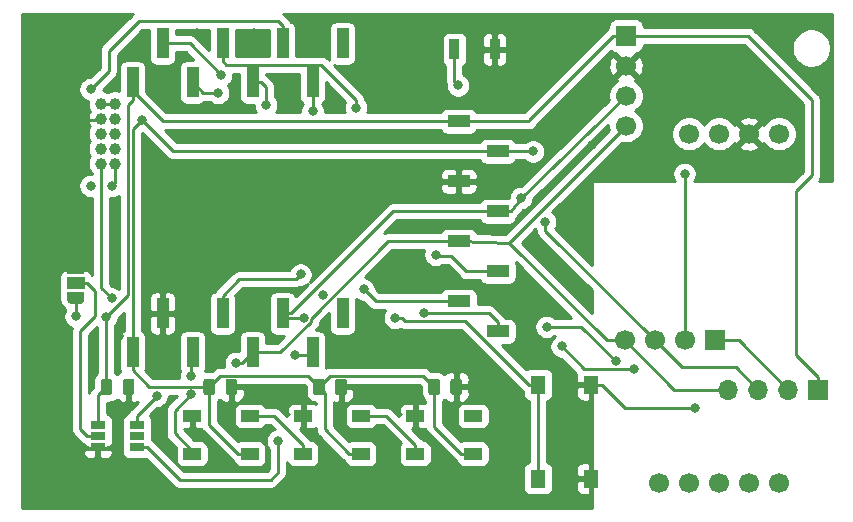
<source format=gbr>
%TF.GenerationSoftware,KiCad,Pcbnew,(5.1.5)-3*%
%TF.CreationDate,2020-03-09T23:17:30+02:00*%
%TF.ProjectId,iaq_device,6961715f-6465-4766-9963-652e6b696361,rev?*%
%TF.SameCoordinates,Original*%
%TF.FileFunction,Copper,L1,Top*%
%TF.FilePolarity,Positive*%
%FSLAX46Y46*%
G04 Gerber Fmt 4.6, Leading zero omitted, Abs format (unit mm)*
G04 Created by KiCad (PCBNEW (5.1.5)-3) date 2020-03-09 23:17:30*
%MOMM*%
%LPD*%
G04 APERTURE LIST*
%ADD10O,1.700000X1.700000*%
%ADD11R,1.700000X1.700000*%
%ADD12C,1.700000*%
%ADD13R,1.300000X1.550000*%
%ADD14R,1.500000X1.000000*%
%ADD15C,0.100000*%
%ADD16R,1.900000X1.000000*%
%ADD17R,1.300000X0.700000*%
%ADD18R,1.000000X2.510000*%
%ADD19R,0.900000X1.700000*%
%ADD20C,1.000000*%
%ADD21C,0.800000*%
%ADD22C,0.254000*%
G04 APERTURE END LIST*
D10*
X164338000Y-106426000D03*
D11*
X166878000Y-106426000D03*
D10*
X159258000Y-106426000D03*
X161798000Y-106426000D03*
D12*
X150495000Y-102235000D03*
X153035000Y-102235000D03*
X155575000Y-102235000D03*
D11*
X158115000Y-102235000D03*
D12*
X163576000Y-84760000D03*
X161036000Y-84760000D03*
X158496000Y-84760000D03*
X155956000Y-84760000D03*
X153416000Y-114300000D03*
X155956000Y-114300000D03*
X158496000Y-114300000D03*
X161036000Y-114300000D03*
X163576000Y-114300000D03*
D13*
X143165000Y-113957000D03*
X143165000Y-106007000D03*
X147665000Y-113957000D03*
X147665000Y-106007000D03*
D14*
X104013000Y-97379000D03*
%TA.AperFunction,SMDPad,CuDef*%
D15*
G36*
X103263602Y-96079000D02*
G01*
X103263602Y-96054466D01*
X103268412Y-96005635D01*
X103277984Y-95957510D01*
X103292228Y-95910555D01*
X103311005Y-95865222D01*
X103334136Y-95821949D01*
X103361396Y-95781150D01*
X103392524Y-95743221D01*
X103427221Y-95708524D01*
X103465150Y-95677396D01*
X103505949Y-95650136D01*
X103549222Y-95627005D01*
X103594555Y-95608228D01*
X103641510Y-95593984D01*
X103689635Y-95584412D01*
X103738466Y-95579602D01*
X103763000Y-95579602D01*
X103763000Y-95579000D01*
X104263000Y-95579000D01*
X104263000Y-95579602D01*
X104287534Y-95579602D01*
X104336365Y-95584412D01*
X104384490Y-95593984D01*
X104431445Y-95608228D01*
X104476778Y-95627005D01*
X104520051Y-95650136D01*
X104560850Y-95677396D01*
X104598779Y-95708524D01*
X104633476Y-95743221D01*
X104664604Y-95781150D01*
X104691864Y-95821949D01*
X104714995Y-95865222D01*
X104733772Y-95910555D01*
X104748016Y-95957510D01*
X104757588Y-96005635D01*
X104762398Y-96054466D01*
X104762398Y-96079000D01*
X104763000Y-96079000D01*
X104763000Y-96629000D01*
X103263000Y-96629000D01*
X103263000Y-96079000D01*
X103263602Y-96079000D01*
G37*
%TD.AperFunction*%
%TA.AperFunction,SMDPad,CuDef*%
G36*
X104763000Y-98129000D02*
G01*
X104763000Y-98679000D01*
X104762398Y-98679000D01*
X104762398Y-98703534D01*
X104757588Y-98752365D01*
X104748016Y-98800490D01*
X104733772Y-98847445D01*
X104714995Y-98892778D01*
X104691864Y-98936051D01*
X104664604Y-98976850D01*
X104633476Y-99014779D01*
X104598779Y-99049476D01*
X104560850Y-99080604D01*
X104520051Y-99107864D01*
X104476778Y-99130995D01*
X104431445Y-99149772D01*
X104384490Y-99164016D01*
X104336365Y-99173588D01*
X104287534Y-99178398D01*
X104263000Y-99178398D01*
X104263000Y-99179000D01*
X103763000Y-99179000D01*
X103763000Y-99178398D01*
X103738466Y-99178398D01*
X103689635Y-99173588D01*
X103641510Y-99164016D01*
X103594555Y-99149772D01*
X103549222Y-99130995D01*
X103505949Y-99107864D01*
X103465150Y-99080604D01*
X103427221Y-99049476D01*
X103392524Y-99014779D01*
X103361396Y-98976850D01*
X103334136Y-98936051D01*
X103311005Y-98892778D01*
X103292228Y-98847445D01*
X103277984Y-98800490D01*
X103268412Y-98752365D01*
X103263602Y-98703534D01*
X103263602Y-98679000D01*
X103263000Y-98679000D01*
X103263000Y-98129000D01*
X104763000Y-98129000D01*
G37*
%TD.AperFunction*%
D16*
X139762500Y-101473000D03*
X139762500Y-96393000D03*
X139762500Y-91313000D03*
X139762500Y-86233000D03*
X136462500Y-98933000D03*
X136462500Y-93853000D03*
X136462500Y-88773000D03*
X136462500Y-83693000D03*
D17*
X109200000Y-109400000D03*
X109200000Y-110350000D03*
X109200000Y-111300000D03*
X105900000Y-111300000D03*
X105900000Y-110350000D03*
X105900000Y-109400000D03*
D18*
X121539000Y-77090000D03*
X116459000Y-77090000D03*
X108839000Y-80390000D03*
X113919000Y-80390000D03*
X118999000Y-80390000D03*
X124079000Y-80390000D03*
X111379000Y-77090000D03*
X126619000Y-77090000D03*
X111379000Y-99950000D03*
X113919000Y-103250000D03*
X116459000Y-99950000D03*
X121539000Y-99950000D03*
X124079000Y-103250000D03*
X108839000Y-103250000D03*
X126619000Y-99950000D03*
X118999000Y-103250000D03*
D12*
X150622000Y-84074000D03*
X150622000Y-81534000D03*
X150622000Y-78994000D03*
D11*
X150622000Y-76454000D03*
D19*
X139495000Y-77597000D03*
X136095000Y-77597000D03*
%TA.AperFunction,SMDPad,CuDef*%
D15*
G36*
X136511642Y-105473174D02*
G01*
X136535303Y-105476684D01*
X136558507Y-105482496D01*
X136581029Y-105490554D01*
X136602653Y-105500782D01*
X136623170Y-105513079D01*
X136642383Y-105527329D01*
X136660107Y-105543393D01*
X136676171Y-105561117D01*
X136690421Y-105580330D01*
X136702718Y-105600847D01*
X136712946Y-105622471D01*
X136721004Y-105644993D01*
X136726816Y-105668197D01*
X136730326Y-105691858D01*
X136731500Y-105715750D01*
X136731500Y-106628250D01*
X136730326Y-106652142D01*
X136726816Y-106675803D01*
X136721004Y-106699007D01*
X136712946Y-106721529D01*
X136702718Y-106743153D01*
X136690421Y-106763670D01*
X136676171Y-106782883D01*
X136660107Y-106800607D01*
X136642383Y-106816671D01*
X136623170Y-106830921D01*
X136602653Y-106843218D01*
X136581029Y-106853446D01*
X136558507Y-106861504D01*
X136535303Y-106867316D01*
X136511642Y-106870826D01*
X136487750Y-106872000D01*
X136000250Y-106872000D01*
X135976358Y-106870826D01*
X135952697Y-106867316D01*
X135929493Y-106861504D01*
X135906971Y-106853446D01*
X135885347Y-106843218D01*
X135864830Y-106830921D01*
X135845617Y-106816671D01*
X135827893Y-106800607D01*
X135811829Y-106782883D01*
X135797579Y-106763670D01*
X135785282Y-106743153D01*
X135775054Y-106721529D01*
X135766996Y-106699007D01*
X135761184Y-106675803D01*
X135757674Y-106652142D01*
X135756500Y-106628250D01*
X135756500Y-105715750D01*
X135757674Y-105691858D01*
X135761184Y-105668197D01*
X135766996Y-105644993D01*
X135775054Y-105622471D01*
X135785282Y-105600847D01*
X135797579Y-105580330D01*
X135811829Y-105561117D01*
X135827893Y-105543393D01*
X135845617Y-105527329D01*
X135864830Y-105513079D01*
X135885347Y-105500782D01*
X135906971Y-105490554D01*
X135929493Y-105482496D01*
X135952697Y-105476684D01*
X135976358Y-105473174D01*
X136000250Y-105472000D01*
X136487750Y-105472000D01*
X136511642Y-105473174D01*
G37*
%TD.AperFunction*%
%TA.AperFunction,SMDPad,CuDef*%
G36*
X134636642Y-105473174D02*
G01*
X134660303Y-105476684D01*
X134683507Y-105482496D01*
X134706029Y-105490554D01*
X134727653Y-105500782D01*
X134748170Y-105513079D01*
X134767383Y-105527329D01*
X134785107Y-105543393D01*
X134801171Y-105561117D01*
X134815421Y-105580330D01*
X134827718Y-105600847D01*
X134837946Y-105622471D01*
X134846004Y-105644993D01*
X134851816Y-105668197D01*
X134855326Y-105691858D01*
X134856500Y-105715750D01*
X134856500Y-106628250D01*
X134855326Y-106652142D01*
X134851816Y-106675803D01*
X134846004Y-106699007D01*
X134837946Y-106721529D01*
X134827718Y-106743153D01*
X134815421Y-106763670D01*
X134801171Y-106782883D01*
X134785107Y-106800607D01*
X134767383Y-106816671D01*
X134748170Y-106830921D01*
X134727653Y-106843218D01*
X134706029Y-106853446D01*
X134683507Y-106861504D01*
X134660303Y-106867316D01*
X134636642Y-106870826D01*
X134612750Y-106872000D01*
X134125250Y-106872000D01*
X134101358Y-106870826D01*
X134077697Y-106867316D01*
X134054493Y-106861504D01*
X134031971Y-106853446D01*
X134010347Y-106843218D01*
X133989830Y-106830921D01*
X133970617Y-106816671D01*
X133952893Y-106800607D01*
X133936829Y-106782883D01*
X133922579Y-106763670D01*
X133910282Y-106743153D01*
X133900054Y-106721529D01*
X133891996Y-106699007D01*
X133886184Y-106675803D01*
X133882674Y-106652142D01*
X133881500Y-106628250D01*
X133881500Y-105715750D01*
X133882674Y-105691858D01*
X133886184Y-105668197D01*
X133891996Y-105644993D01*
X133900054Y-105622471D01*
X133910282Y-105600847D01*
X133922579Y-105580330D01*
X133936829Y-105561117D01*
X133952893Y-105543393D01*
X133970617Y-105527329D01*
X133989830Y-105513079D01*
X134010347Y-105500782D01*
X134031971Y-105490554D01*
X134054493Y-105482496D01*
X134077697Y-105476684D01*
X134101358Y-105473174D01*
X134125250Y-105472000D01*
X134612750Y-105472000D01*
X134636642Y-105473174D01*
G37*
%TD.AperFunction*%
%TA.AperFunction,SMDPad,CuDef*%
G36*
X126759642Y-105473174D02*
G01*
X126783303Y-105476684D01*
X126806507Y-105482496D01*
X126829029Y-105490554D01*
X126850653Y-105500782D01*
X126871170Y-105513079D01*
X126890383Y-105527329D01*
X126908107Y-105543393D01*
X126924171Y-105561117D01*
X126938421Y-105580330D01*
X126950718Y-105600847D01*
X126960946Y-105622471D01*
X126969004Y-105644993D01*
X126974816Y-105668197D01*
X126978326Y-105691858D01*
X126979500Y-105715750D01*
X126979500Y-106628250D01*
X126978326Y-106652142D01*
X126974816Y-106675803D01*
X126969004Y-106699007D01*
X126960946Y-106721529D01*
X126950718Y-106743153D01*
X126938421Y-106763670D01*
X126924171Y-106782883D01*
X126908107Y-106800607D01*
X126890383Y-106816671D01*
X126871170Y-106830921D01*
X126850653Y-106843218D01*
X126829029Y-106853446D01*
X126806507Y-106861504D01*
X126783303Y-106867316D01*
X126759642Y-106870826D01*
X126735750Y-106872000D01*
X126248250Y-106872000D01*
X126224358Y-106870826D01*
X126200697Y-106867316D01*
X126177493Y-106861504D01*
X126154971Y-106853446D01*
X126133347Y-106843218D01*
X126112830Y-106830921D01*
X126093617Y-106816671D01*
X126075893Y-106800607D01*
X126059829Y-106782883D01*
X126045579Y-106763670D01*
X126033282Y-106743153D01*
X126023054Y-106721529D01*
X126014996Y-106699007D01*
X126009184Y-106675803D01*
X126005674Y-106652142D01*
X126004500Y-106628250D01*
X126004500Y-105715750D01*
X126005674Y-105691858D01*
X126009184Y-105668197D01*
X126014996Y-105644993D01*
X126023054Y-105622471D01*
X126033282Y-105600847D01*
X126045579Y-105580330D01*
X126059829Y-105561117D01*
X126075893Y-105543393D01*
X126093617Y-105527329D01*
X126112830Y-105513079D01*
X126133347Y-105500782D01*
X126154971Y-105490554D01*
X126177493Y-105482496D01*
X126200697Y-105476684D01*
X126224358Y-105473174D01*
X126248250Y-105472000D01*
X126735750Y-105472000D01*
X126759642Y-105473174D01*
G37*
%TD.AperFunction*%
%TA.AperFunction,SMDPad,CuDef*%
G36*
X124884642Y-105473174D02*
G01*
X124908303Y-105476684D01*
X124931507Y-105482496D01*
X124954029Y-105490554D01*
X124975653Y-105500782D01*
X124996170Y-105513079D01*
X125015383Y-105527329D01*
X125033107Y-105543393D01*
X125049171Y-105561117D01*
X125063421Y-105580330D01*
X125075718Y-105600847D01*
X125085946Y-105622471D01*
X125094004Y-105644993D01*
X125099816Y-105668197D01*
X125103326Y-105691858D01*
X125104500Y-105715750D01*
X125104500Y-106628250D01*
X125103326Y-106652142D01*
X125099816Y-106675803D01*
X125094004Y-106699007D01*
X125085946Y-106721529D01*
X125075718Y-106743153D01*
X125063421Y-106763670D01*
X125049171Y-106782883D01*
X125033107Y-106800607D01*
X125015383Y-106816671D01*
X124996170Y-106830921D01*
X124975653Y-106843218D01*
X124954029Y-106853446D01*
X124931507Y-106861504D01*
X124908303Y-106867316D01*
X124884642Y-106870826D01*
X124860750Y-106872000D01*
X124373250Y-106872000D01*
X124349358Y-106870826D01*
X124325697Y-106867316D01*
X124302493Y-106861504D01*
X124279971Y-106853446D01*
X124258347Y-106843218D01*
X124237830Y-106830921D01*
X124218617Y-106816671D01*
X124200893Y-106800607D01*
X124184829Y-106782883D01*
X124170579Y-106763670D01*
X124158282Y-106743153D01*
X124148054Y-106721529D01*
X124139996Y-106699007D01*
X124134184Y-106675803D01*
X124130674Y-106652142D01*
X124129500Y-106628250D01*
X124129500Y-105715750D01*
X124130674Y-105691858D01*
X124134184Y-105668197D01*
X124139996Y-105644993D01*
X124148054Y-105622471D01*
X124158282Y-105600847D01*
X124170579Y-105580330D01*
X124184829Y-105561117D01*
X124200893Y-105543393D01*
X124218617Y-105527329D01*
X124237830Y-105513079D01*
X124258347Y-105500782D01*
X124279971Y-105490554D01*
X124302493Y-105482496D01*
X124325697Y-105476684D01*
X124349358Y-105473174D01*
X124373250Y-105472000D01*
X124860750Y-105472000D01*
X124884642Y-105473174D01*
G37*
%TD.AperFunction*%
%TA.AperFunction,SMDPad,CuDef*%
G36*
X117466642Y-105473174D02*
G01*
X117490303Y-105476684D01*
X117513507Y-105482496D01*
X117536029Y-105490554D01*
X117557653Y-105500782D01*
X117578170Y-105513079D01*
X117597383Y-105527329D01*
X117615107Y-105543393D01*
X117631171Y-105561117D01*
X117645421Y-105580330D01*
X117657718Y-105600847D01*
X117667946Y-105622471D01*
X117676004Y-105644993D01*
X117681816Y-105668197D01*
X117685326Y-105691858D01*
X117686500Y-105715750D01*
X117686500Y-106628250D01*
X117685326Y-106652142D01*
X117681816Y-106675803D01*
X117676004Y-106699007D01*
X117667946Y-106721529D01*
X117657718Y-106743153D01*
X117645421Y-106763670D01*
X117631171Y-106782883D01*
X117615107Y-106800607D01*
X117597383Y-106816671D01*
X117578170Y-106830921D01*
X117557653Y-106843218D01*
X117536029Y-106853446D01*
X117513507Y-106861504D01*
X117490303Y-106867316D01*
X117466642Y-106870826D01*
X117442750Y-106872000D01*
X116955250Y-106872000D01*
X116931358Y-106870826D01*
X116907697Y-106867316D01*
X116884493Y-106861504D01*
X116861971Y-106853446D01*
X116840347Y-106843218D01*
X116819830Y-106830921D01*
X116800617Y-106816671D01*
X116782893Y-106800607D01*
X116766829Y-106782883D01*
X116752579Y-106763670D01*
X116740282Y-106743153D01*
X116730054Y-106721529D01*
X116721996Y-106699007D01*
X116716184Y-106675803D01*
X116712674Y-106652142D01*
X116711500Y-106628250D01*
X116711500Y-105715750D01*
X116712674Y-105691858D01*
X116716184Y-105668197D01*
X116721996Y-105644993D01*
X116730054Y-105622471D01*
X116740282Y-105600847D01*
X116752579Y-105580330D01*
X116766829Y-105561117D01*
X116782893Y-105543393D01*
X116800617Y-105527329D01*
X116819830Y-105513079D01*
X116840347Y-105500782D01*
X116861971Y-105490554D01*
X116884493Y-105482496D01*
X116907697Y-105476684D01*
X116931358Y-105473174D01*
X116955250Y-105472000D01*
X117442750Y-105472000D01*
X117466642Y-105473174D01*
G37*
%TD.AperFunction*%
%TA.AperFunction,SMDPad,CuDef*%
G36*
X115591642Y-105473174D02*
G01*
X115615303Y-105476684D01*
X115638507Y-105482496D01*
X115661029Y-105490554D01*
X115682653Y-105500782D01*
X115703170Y-105513079D01*
X115722383Y-105527329D01*
X115740107Y-105543393D01*
X115756171Y-105561117D01*
X115770421Y-105580330D01*
X115782718Y-105600847D01*
X115792946Y-105622471D01*
X115801004Y-105644993D01*
X115806816Y-105668197D01*
X115810326Y-105691858D01*
X115811500Y-105715750D01*
X115811500Y-106628250D01*
X115810326Y-106652142D01*
X115806816Y-106675803D01*
X115801004Y-106699007D01*
X115792946Y-106721529D01*
X115782718Y-106743153D01*
X115770421Y-106763670D01*
X115756171Y-106782883D01*
X115740107Y-106800607D01*
X115722383Y-106816671D01*
X115703170Y-106830921D01*
X115682653Y-106843218D01*
X115661029Y-106853446D01*
X115638507Y-106861504D01*
X115615303Y-106867316D01*
X115591642Y-106870826D01*
X115567750Y-106872000D01*
X115080250Y-106872000D01*
X115056358Y-106870826D01*
X115032697Y-106867316D01*
X115009493Y-106861504D01*
X114986971Y-106853446D01*
X114965347Y-106843218D01*
X114944830Y-106830921D01*
X114925617Y-106816671D01*
X114907893Y-106800607D01*
X114891829Y-106782883D01*
X114877579Y-106763670D01*
X114865282Y-106743153D01*
X114855054Y-106721529D01*
X114846996Y-106699007D01*
X114841184Y-106675803D01*
X114837674Y-106652142D01*
X114836500Y-106628250D01*
X114836500Y-105715750D01*
X114837674Y-105691858D01*
X114841184Y-105668197D01*
X114846996Y-105644993D01*
X114855054Y-105622471D01*
X114865282Y-105600847D01*
X114877579Y-105580330D01*
X114891829Y-105561117D01*
X114907893Y-105543393D01*
X114925617Y-105527329D01*
X114944830Y-105513079D01*
X114965347Y-105500782D01*
X114986971Y-105490554D01*
X115009493Y-105482496D01*
X115032697Y-105476684D01*
X115056358Y-105473174D01*
X115080250Y-105472000D01*
X115567750Y-105472000D01*
X115591642Y-105473174D01*
G37*
%TD.AperFunction*%
%TA.AperFunction,SMDPad,CuDef*%
G36*
X108774142Y-105473174D02*
G01*
X108797803Y-105476684D01*
X108821007Y-105482496D01*
X108843529Y-105490554D01*
X108865153Y-105500782D01*
X108885670Y-105513079D01*
X108904883Y-105527329D01*
X108922607Y-105543393D01*
X108938671Y-105561117D01*
X108952921Y-105580330D01*
X108965218Y-105600847D01*
X108975446Y-105622471D01*
X108983504Y-105644993D01*
X108989316Y-105668197D01*
X108992826Y-105691858D01*
X108994000Y-105715750D01*
X108994000Y-106628250D01*
X108992826Y-106652142D01*
X108989316Y-106675803D01*
X108983504Y-106699007D01*
X108975446Y-106721529D01*
X108965218Y-106743153D01*
X108952921Y-106763670D01*
X108938671Y-106782883D01*
X108922607Y-106800607D01*
X108904883Y-106816671D01*
X108885670Y-106830921D01*
X108865153Y-106843218D01*
X108843529Y-106853446D01*
X108821007Y-106861504D01*
X108797803Y-106867316D01*
X108774142Y-106870826D01*
X108750250Y-106872000D01*
X108262750Y-106872000D01*
X108238858Y-106870826D01*
X108215197Y-106867316D01*
X108191993Y-106861504D01*
X108169471Y-106853446D01*
X108147847Y-106843218D01*
X108127330Y-106830921D01*
X108108117Y-106816671D01*
X108090393Y-106800607D01*
X108074329Y-106782883D01*
X108060079Y-106763670D01*
X108047782Y-106743153D01*
X108037554Y-106721529D01*
X108029496Y-106699007D01*
X108023684Y-106675803D01*
X108020174Y-106652142D01*
X108019000Y-106628250D01*
X108019000Y-105715750D01*
X108020174Y-105691858D01*
X108023684Y-105668197D01*
X108029496Y-105644993D01*
X108037554Y-105622471D01*
X108047782Y-105600847D01*
X108060079Y-105580330D01*
X108074329Y-105561117D01*
X108090393Y-105543393D01*
X108108117Y-105527329D01*
X108127330Y-105513079D01*
X108147847Y-105500782D01*
X108169471Y-105490554D01*
X108191993Y-105482496D01*
X108215197Y-105476684D01*
X108238858Y-105473174D01*
X108262750Y-105472000D01*
X108750250Y-105472000D01*
X108774142Y-105473174D01*
G37*
%TD.AperFunction*%
%TA.AperFunction,SMDPad,CuDef*%
G36*
X106899142Y-105473174D02*
G01*
X106922803Y-105476684D01*
X106946007Y-105482496D01*
X106968529Y-105490554D01*
X106990153Y-105500782D01*
X107010670Y-105513079D01*
X107029883Y-105527329D01*
X107047607Y-105543393D01*
X107063671Y-105561117D01*
X107077921Y-105580330D01*
X107090218Y-105600847D01*
X107100446Y-105622471D01*
X107108504Y-105644993D01*
X107114316Y-105668197D01*
X107117826Y-105691858D01*
X107119000Y-105715750D01*
X107119000Y-106628250D01*
X107117826Y-106652142D01*
X107114316Y-106675803D01*
X107108504Y-106699007D01*
X107100446Y-106721529D01*
X107090218Y-106743153D01*
X107077921Y-106763670D01*
X107063671Y-106782883D01*
X107047607Y-106800607D01*
X107029883Y-106816671D01*
X107010670Y-106830921D01*
X106990153Y-106843218D01*
X106968529Y-106853446D01*
X106946007Y-106861504D01*
X106922803Y-106867316D01*
X106899142Y-106870826D01*
X106875250Y-106872000D01*
X106387750Y-106872000D01*
X106363858Y-106870826D01*
X106340197Y-106867316D01*
X106316993Y-106861504D01*
X106294471Y-106853446D01*
X106272847Y-106843218D01*
X106252330Y-106830921D01*
X106233117Y-106816671D01*
X106215393Y-106800607D01*
X106199329Y-106782883D01*
X106185079Y-106763670D01*
X106172782Y-106743153D01*
X106162554Y-106721529D01*
X106154496Y-106699007D01*
X106148684Y-106675803D01*
X106145174Y-106652142D01*
X106144000Y-106628250D01*
X106144000Y-105715750D01*
X106145174Y-105691858D01*
X106148684Y-105668197D01*
X106154496Y-105644993D01*
X106162554Y-105622471D01*
X106172782Y-105600847D01*
X106185079Y-105580330D01*
X106199329Y-105561117D01*
X106215393Y-105543393D01*
X106233117Y-105527329D01*
X106252330Y-105513079D01*
X106272847Y-105500782D01*
X106294471Y-105490554D01*
X106316993Y-105482496D01*
X106340197Y-105476684D01*
X106363858Y-105473174D01*
X106387750Y-105472000D01*
X106875250Y-105472000D01*
X106899142Y-105473174D01*
G37*
%TD.AperFunction*%
D14*
X132778000Y-108636000D03*
X132778000Y-111836000D03*
X137678000Y-108636000D03*
X137678000Y-111836000D03*
X123280000Y-108636000D03*
X123280000Y-111836000D03*
X128180000Y-108636000D03*
X128180000Y-111836000D03*
X113890000Y-108636000D03*
X113890000Y-111836000D03*
X118790000Y-108636000D03*
X118790000Y-111836000D03*
D20*
X106180000Y-82210000D03*
X106180000Y-83480000D03*
X106180000Y-84750000D03*
X106180000Y-86020000D03*
X106180000Y-87290000D03*
X107340000Y-87290000D03*
X107340000Y-86020000D03*
X107340000Y-84750000D03*
X107340000Y-83480000D03*
X107340000Y-82210000D03*
D21*
X156464000Y-107950000D03*
X119126000Y-76200000D03*
X111379000Y-80137000D03*
X121920000Y-80518000D03*
X114300000Y-76200000D03*
X107315000Y-93345000D03*
X103886000Y-83566000D03*
X107188000Y-115062000D03*
X131064000Y-114808000D03*
X113792000Y-92202000D03*
X121793000Y-92075000D03*
X144145000Y-77851000D03*
X131445000Y-77978000D03*
X147701000Y-85725000D03*
X124968000Y-98425000D03*
X145034000Y-96139000D03*
X105537000Y-104140000D03*
X107696000Y-101854000D03*
X126111000Y-82169000D03*
X116078000Y-81280000D03*
X131064000Y-100330000D03*
X136398000Y-80645000D03*
X104013000Y-100203000D03*
X106631500Y-100251500D03*
X109601000Y-83566000D03*
X142748000Y-86233000D03*
X155575000Y-88138000D03*
X110871000Y-106934000D03*
X117602000Y-104140000D03*
X121158000Y-110744000D03*
X123317000Y-100330000D03*
X143764000Y-92202000D03*
X141732000Y-90170000D03*
X134493000Y-94996000D03*
X124079000Y-82804000D03*
X107061000Y-98679000D03*
X122555000Y-103505000D03*
X127762000Y-82550000D03*
X143891000Y-101092000D03*
X149733000Y-103994000D03*
X113792000Y-106807000D03*
X113792000Y-105283000D03*
X145161000Y-102743000D03*
X120142000Y-82296000D03*
X151257000Y-104648000D03*
X133477000Y-99949000D03*
X116332000Y-79756000D03*
X107061000Y-89154000D03*
X105283000Y-89154000D03*
X105283000Y-80973798D03*
X128397000Y-97917000D03*
X123063000Y-96647000D03*
D22*
X105918000Y-111318000D02*
X105900000Y-111300000D01*
X160147000Y-102235000D02*
X158115000Y-102235000D01*
X164338000Y-106426000D02*
X160147000Y-102235000D01*
X147665000Y-106007000D02*
X148569000Y-106007000D01*
X150512000Y-107950000D02*
X156464000Y-107950000D01*
X148569000Y-106007000D02*
X150512000Y-107950000D01*
X106094000Y-83566000D02*
X106180000Y-83480000D01*
X103886000Y-83566000D02*
X106094000Y-83566000D01*
X105900000Y-113774000D02*
X107188000Y-115062000D01*
X105900000Y-111300000D02*
X105900000Y-113774000D01*
X105017000Y-97379000D02*
X104013000Y-97379000D01*
X105664000Y-98026000D02*
X105017000Y-97379000D01*
X105900000Y-110350000D02*
X104996000Y-110350000D01*
X104394000Y-101473000D02*
X105664000Y-100203000D01*
X104394000Y-109748000D02*
X104394000Y-101473000D01*
X104996000Y-110350000D02*
X104394000Y-109748000D01*
X105664000Y-100203000D02*
X105664000Y-98026000D01*
X123280000Y-111082000D02*
X123280000Y-111836000D01*
X120834000Y-108636000D02*
X123280000Y-111082000D01*
X118790000Y-108636000D02*
X120834000Y-108636000D01*
X130332000Y-108636000D02*
X132778000Y-111082000D01*
X132778000Y-111082000D02*
X132778000Y-111836000D01*
X128180000Y-108636000D02*
X130332000Y-108636000D01*
X114809000Y-81280000D02*
X113919000Y-80390000D01*
X116078000Y-81280000D02*
X114809000Y-81280000D01*
X131629685Y-100330000D02*
X131064000Y-100330000D01*
X136997002Y-100603002D02*
X131902687Y-100603002D01*
X131902687Y-100603002D02*
X131629685Y-100330000D01*
X143165000Y-106007000D02*
X142401000Y-106007000D01*
X142401000Y-106007000D02*
X136997002Y-100603002D01*
X143165000Y-107036000D02*
X143165000Y-113957000D01*
X143165000Y-106007000D02*
X143165000Y-107036000D01*
X136095000Y-77597000D02*
X136095000Y-80342000D01*
X136095000Y-80342000D02*
X136398000Y-80645000D01*
X105900000Y-106903500D02*
X106631500Y-106172000D01*
X105900000Y-109400000D02*
X105900000Y-106903500D01*
X104013000Y-98679000D02*
X104013000Y-100203000D01*
X106631500Y-106172000D02*
X106631500Y-100251500D01*
X108457989Y-82280011D02*
X108839000Y-81899000D01*
X108839000Y-81899000D02*
X108839000Y-80390000D01*
X108457989Y-98425011D02*
X108457989Y-82280011D01*
X106631500Y-100251500D02*
X108457989Y-98425011D01*
X108839000Y-81145000D02*
X108839000Y-80390000D01*
X111387000Y-83693000D02*
X108839000Y-81145000D01*
X136462500Y-83693000D02*
X111387000Y-83693000D01*
X136462500Y-83693000D02*
X142367000Y-83693000D01*
X149518000Y-76454000D02*
X150622000Y-76454000D01*
X142367000Y-83605000D02*
X149518000Y-76454000D01*
X142367000Y-83693000D02*
X142367000Y-83605000D01*
X165036723Y-103480723D02*
X165036723Y-89598277D01*
X166878000Y-106426000D02*
X166878000Y-105322000D01*
X166878000Y-105322000D02*
X165036723Y-103480723D01*
X165036723Y-89598277D02*
X166370000Y-88265000D01*
X166370000Y-88265000D02*
X166370000Y-81915000D01*
X160909000Y-76454000D02*
X150622000Y-76454000D01*
X166370000Y-81915000D02*
X160909000Y-76454000D01*
X117786000Y-111836000D02*
X118790000Y-111836000D01*
X115324000Y-109374000D02*
X117786000Y-111836000D01*
X115324000Y-106172000D02*
X115324000Y-109374000D01*
X127176000Y-111836000D02*
X128180000Y-111836000D01*
X125102527Y-109762527D02*
X127176000Y-111836000D01*
X125102527Y-106657527D02*
X125102527Y-109762527D01*
X124617000Y-106172000D02*
X125102527Y-106657527D01*
X123662990Y-105217990D02*
X124617000Y-106172000D01*
X116278010Y-105217990D02*
X123662990Y-105217990D01*
X115324000Y-106172000D02*
X116278010Y-105217990D01*
X133414990Y-105217990D02*
X134369000Y-106172000D01*
X125571010Y-105217990D02*
X133414990Y-105217990D01*
X124617000Y-106172000D02*
X125571010Y-105217990D01*
X136674000Y-111836000D02*
X137678000Y-111836000D01*
X134369000Y-109531000D02*
X136674000Y-111836000D01*
X134369000Y-106172000D02*
X134369000Y-109531000D01*
X108839000Y-104759000D02*
X110232998Y-106152998D01*
X108839000Y-103250000D02*
X108839000Y-104759000D01*
X114836500Y-106172000D02*
X115324000Y-106172000D01*
X110232998Y-106152998D02*
X114817498Y-106152998D01*
X114817498Y-106152998D02*
X114836500Y-106172000D01*
X106180000Y-82210000D02*
X107340000Y-82210000D01*
X108839000Y-84328000D02*
X109601000Y-83566000D01*
X108839000Y-103250000D02*
X108839000Y-84328000D01*
X112268000Y-86233000D02*
X109601000Y-83566000D01*
X139762500Y-86233000D02*
X112268000Y-86233000D01*
X142748000Y-86233000D02*
X139762500Y-86233000D01*
X155575000Y-102235000D02*
X155575000Y-88138000D01*
X109200000Y-109400000D02*
X109200000Y-108605000D01*
X109200000Y-108605000D02*
X110871000Y-106934000D01*
X118109000Y-104140000D02*
X118999000Y-103250000D01*
X117602000Y-104140000D02*
X118109000Y-104140000D01*
X123971001Y-100385797D02*
X130503798Y-93853000D01*
X130503798Y-93853000D02*
X136462500Y-93853000D01*
X123971001Y-100643921D02*
X123971001Y-100385797D01*
X118999000Y-103250000D02*
X121364922Y-103250000D01*
X121364922Y-103250000D02*
X123971001Y-100643921D01*
X140843000Y-93853000D02*
X150622000Y-84074000D01*
X148971000Y-102235000D02*
X140716000Y-93980000D01*
X150495000Y-102235000D02*
X148971000Y-102235000D01*
X136462500Y-93853000D02*
X140716000Y-93980000D01*
X140716000Y-93980000D02*
X140843000Y-93853000D01*
X154686000Y-106426000D02*
X150495000Y-102235000D01*
X159258000Y-106426000D02*
X154686000Y-106426000D01*
X130930000Y-91313000D02*
X139762500Y-91313000D01*
X122293000Y-99950000D02*
X130930000Y-91313000D01*
X121539000Y-99950000D02*
X122293000Y-99950000D01*
X110104001Y-111299999D02*
X112850002Y-114046000D01*
X109200000Y-111300000D02*
X110104001Y-111299999D01*
X112850002Y-114046000D02*
X120523000Y-114046000D01*
X120523000Y-114046000D02*
X121158000Y-113411000D01*
X121158000Y-113411000D02*
X121158000Y-110744000D01*
X121919000Y-100330000D02*
X121539000Y-99950000D01*
X123317000Y-100330000D02*
X121919000Y-100330000D01*
X140843000Y-91313000D02*
X139762500Y-91313000D01*
X153035000Y-102235000D02*
X143764000Y-92964000D01*
X143764000Y-92964000D02*
X143764000Y-92202000D01*
X150622000Y-81534000D02*
X141732000Y-90170000D01*
X141732000Y-90170000D02*
X140843000Y-91313000D01*
X161798000Y-106426000D02*
X159893000Y-104521000D01*
X155321000Y-104521000D02*
X153035000Y-102235000D01*
X159893000Y-104521000D02*
X155321000Y-104521000D01*
X137095298Y-96393000D02*
X135825298Y-95123000D01*
X139762500Y-96393000D02*
X137095298Y-96393000D01*
X135825298Y-95123000D02*
X134620000Y-95123000D01*
X134620000Y-95123000D02*
X134493000Y-94996000D01*
X124079000Y-82804000D02*
X124079000Y-80390000D01*
X106180000Y-87290000D02*
X106180000Y-97798000D01*
X106180000Y-97798000D02*
X107061000Y-98679000D01*
X123824000Y-103505000D02*
X124079000Y-103250000D01*
X122555000Y-103505000D02*
X123824000Y-103505000D01*
X116839000Y-77470000D02*
X116459000Y-77090000D01*
X116459000Y-78599000D02*
X116740999Y-78880999D01*
X116459000Y-77090000D02*
X116459000Y-78599000D01*
X116740999Y-78880999D02*
X124782201Y-78880999D01*
X124782201Y-78880999D02*
X127762000Y-81860798D01*
X127762000Y-81860798D02*
X127762000Y-82550000D01*
X143891000Y-101092000D02*
X146831000Y-101092000D01*
X146831000Y-101092000D02*
X149733000Y-103994000D01*
X113792000Y-103377000D02*
X113919000Y-103250000D01*
X113792000Y-105283000D02*
X113792000Y-103377000D01*
X112395000Y-108204000D02*
X113792000Y-106807000D01*
X112395000Y-110091000D02*
X112395000Y-108204000D01*
X113890000Y-111836000D02*
X114140000Y-111836000D01*
X114140000Y-111836000D02*
X112395000Y-110091000D01*
X119753000Y-80390000D02*
X118999000Y-80390000D01*
X120142000Y-80779000D02*
X119753000Y-80390000D01*
X120142000Y-82296000D02*
X120142000Y-80779000D01*
X145394202Y-102743000D02*
X145161000Y-102743000D01*
X147066000Y-104648000D02*
X145161000Y-102743000D01*
X151257000Y-104648000D02*
X147066000Y-104648000D01*
X139762500Y-100719000D02*
X138992500Y-99949000D01*
X139762500Y-101473000D02*
X139762500Y-100719000D01*
X138992500Y-99949000D02*
X133477000Y-99949000D01*
X113666000Y-77090000D02*
X111379000Y-77090000D01*
X116332000Y-79756000D02*
X113666000Y-77090000D01*
X107340000Y-87290000D02*
X107340000Y-88875000D01*
X107340000Y-88875000D02*
X107061000Y-89154000D01*
X121539000Y-75581000D02*
X121539000Y-77090000D01*
X121142000Y-75184000D02*
X121539000Y-75581000D01*
X106807000Y-79449798D02*
X106807000Y-77724000D01*
X106807000Y-77724000D02*
X109347000Y-75184000D01*
X109347000Y-75184000D02*
X121142000Y-75184000D01*
X105283000Y-80973798D02*
X105283000Y-80973798D01*
X105283000Y-80973798D02*
X106807000Y-79449798D01*
X136462500Y-98933000D02*
X129413000Y-98933000D01*
X129413000Y-98933000D02*
X128397000Y-97917000D01*
X117853001Y-97046999D02*
X116459000Y-98441000D01*
X116459000Y-98441000D02*
X116459000Y-99950000D01*
X122663001Y-97046999D02*
X117853001Y-97046999D01*
X123063000Y-96647000D02*
X122663001Y-97046999D01*
G36*
X108805578Y-74642578D02*
G01*
X108781721Y-74671648D01*
X106294649Y-77158721D01*
X106265579Y-77182578D01*
X106241722Y-77211648D01*
X106241721Y-77211649D01*
X106170355Y-77298608D01*
X106099599Y-77430985D01*
X106056027Y-77574622D01*
X106041314Y-77724000D01*
X106045001Y-77761433D01*
X106045000Y-79134167D01*
X105240370Y-79938798D01*
X105181061Y-79938798D01*
X104981102Y-79978572D01*
X104792744Y-80056593D01*
X104623226Y-80169861D01*
X104479063Y-80314024D01*
X104365795Y-80483542D01*
X104287774Y-80671900D01*
X104248000Y-80871859D01*
X104248000Y-81075737D01*
X104287774Y-81275696D01*
X104365795Y-81464054D01*
X104479063Y-81633572D01*
X104623226Y-81777735D01*
X104792744Y-81891003D01*
X104981102Y-81969024D01*
X105067287Y-81986167D01*
X105045000Y-82098212D01*
X105045000Y-82321788D01*
X105088617Y-82541067D01*
X105174176Y-82747624D01*
X105277280Y-82901930D01*
X105188412Y-82916550D01*
X105097542Y-83120826D01*
X105048269Y-83338905D01*
X105042489Y-83562406D01*
X105080423Y-83782740D01*
X105160613Y-83991440D01*
X105188412Y-84043450D01*
X105277280Y-84058070D01*
X105174176Y-84212376D01*
X105088617Y-84418933D01*
X105045000Y-84638212D01*
X105045000Y-84861788D01*
X105088617Y-85081067D01*
X105174176Y-85287624D01*
X105239241Y-85385000D01*
X105174176Y-85482376D01*
X105088617Y-85688933D01*
X105045000Y-85908212D01*
X105045000Y-86131788D01*
X105088617Y-86351067D01*
X105174176Y-86557624D01*
X105239241Y-86655000D01*
X105174176Y-86752376D01*
X105088617Y-86958933D01*
X105045000Y-87178212D01*
X105045000Y-87401788D01*
X105088617Y-87621067D01*
X105174176Y-87827624D01*
X105298388Y-88013520D01*
X105408568Y-88123700D01*
X105384939Y-88119000D01*
X105181061Y-88119000D01*
X104981102Y-88158774D01*
X104792744Y-88236795D01*
X104623226Y-88350063D01*
X104479063Y-88494226D01*
X104365795Y-88663744D01*
X104287774Y-88852102D01*
X104248000Y-89052061D01*
X104248000Y-89255939D01*
X104287774Y-89455898D01*
X104365795Y-89644256D01*
X104479063Y-89813774D01*
X104623226Y-89957937D01*
X104792744Y-90071205D01*
X104981102Y-90149226D01*
X105181061Y-90189000D01*
X105384939Y-90189000D01*
X105418000Y-90182424D01*
X105418001Y-96729318D01*
X105374040Y-96705820D01*
X105352502Y-96634820D01*
X105293537Y-96524506D01*
X105214185Y-96427815D01*
X105117494Y-96348463D01*
X105007180Y-96289498D01*
X104887482Y-96253188D01*
X104763000Y-96240928D01*
X103263000Y-96240928D01*
X103138518Y-96253188D01*
X103018820Y-96289498D01*
X102908506Y-96348463D01*
X102811815Y-96427815D01*
X102732463Y-96524506D01*
X102673498Y-96634820D01*
X102637188Y-96754518D01*
X102624928Y-96879000D01*
X102624928Y-97879000D01*
X102637188Y-98003482D01*
X102637345Y-98004000D01*
X102637188Y-98004518D01*
X102624928Y-98129000D01*
X102624928Y-98679000D01*
X102627336Y-98703450D01*
X102627336Y-98728009D01*
X102639596Y-98852490D01*
X102658718Y-98948623D01*
X102695027Y-99068319D01*
X102732536Y-99158875D01*
X102791502Y-99269192D01*
X102845958Y-99350691D01*
X102925310Y-99447382D01*
X102994618Y-99516690D01*
X103091309Y-99596042D01*
X103148320Y-99634135D01*
X103095795Y-99712744D01*
X103017774Y-99901102D01*
X102978000Y-100101061D01*
X102978000Y-100304939D01*
X103017774Y-100504898D01*
X103095795Y-100693256D01*
X103209063Y-100862774D01*
X103353226Y-101006937D01*
X103522744Y-101120205D01*
X103684418Y-101187173D01*
X103643027Y-101323622D01*
X103628314Y-101473000D01*
X103632001Y-101510433D01*
X103632000Y-109710577D01*
X103628314Y-109748000D01*
X103632000Y-109785423D01*
X103632000Y-109785425D01*
X103643026Y-109897377D01*
X103686598Y-110041014D01*
X103695134Y-110056984D01*
X103757355Y-110173392D01*
X103781308Y-110202578D01*
X103852578Y-110289422D01*
X103881654Y-110313284D01*
X104430716Y-110862346D01*
X104454578Y-110891422D01*
X104504781Y-110932622D01*
X104570607Y-110986645D01*
X104608663Y-111006986D01*
X104614810Y-111010271D01*
X104615000Y-111014250D01*
X104773750Y-111173000D01*
X104825397Y-111173000D01*
X104895506Y-111230537D01*
X105005820Y-111289502D01*
X105125518Y-111325812D01*
X105250000Y-111338072D01*
X106550000Y-111338072D01*
X106674482Y-111325812D01*
X106794180Y-111289502D01*
X106904494Y-111230537D01*
X106974603Y-111173000D01*
X107026250Y-111173000D01*
X107185000Y-111014250D01*
X107188072Y-110950000D01*
X107175812Y-110825518D01*
X107175655Y-110825000D01*
X107175812Y-110824482D01*
X107188072Y-110700000D01*
X107188072Y-110000000D01*
X107175812Y-109875518D01*
X107175655Y-109875000D01*
X107175812Y-109874482D01*
X107188072Y-109750000D01*
X107188072Y-109050000D01*
X107175812Y-108925518D01*
X107139502Y-108805820D01*
X107080537Y-108695506D01*
X107001185Y-108598815D01*
X106904494Y-108519463D01*
X106794180Y-108460498D01*
X106674482Y-108424188D01*
X106662000Y-108422959D01*
X106662000Y-107510072D01*
X106875250Y-107510072D01*
X107047285Y-107493128D01*
X107212709Y-107442947D01*
X107365164Y-107361458D01*
X107498792Y-107251792D01*
X107504008Y-107245436D01*
X107567815Y-107323185D01*
X107664506Y-107402537D01*
X107774820Y-107461502D01*
X107894518Y-107497812D01*
X108019000Y-107510072D01*
X108220750Y-107507000D01*
X108379500Y-107348250D01*
X108379500Y-106299000D01*
X108359500Y-106299000D01*
X108359500Y-106045000D01*
X108379500Y-106045000D01*
X108379500Y-106025000D01*
X108633500Y-106025000D01*
X108633500Y-106045000D01*
X108653500Y-106045000D01*
X108653500Y-106299000D01*
X108633500Y-106299000D01*
X108633500Y-107348250D01*
X108792250Y-107507000D01*
X108994000Y-107510072D01*
X109118482Y-107497812D01*
X109238180Y-107461502D01*
X109297662Y-107429708D01*
X108687649Y-108039721D01*
X108658579Y-108063578D01*
X108634722Y-108092648D01*
X108634721Y-108092649D01*
X108563355Y-108179608D01*
X108492599Y-108311985D01*
X108459579Y-108420833D01*
X108425518Y-108424188D01*
X108305820Y-108460498D01*
X108195506Y-108519463D01*
X108098815Y-108598815D01*
X108019463Y-108695506D01*
X107960498Y-108805820D01*
X107924188Y-108925518D01*
X107911928Y-109050000D01*
X107911928Y-109750000D01*
X107924188Y-109874482D01*
X107924345Y-109875000D01*
X107924188Y-109875518D01*
X107911928Y-110000000D01*
X107911928Y-110700000D01*
X107924188Y-110824482D01*
X107924345Y-110825000D01*
X107924188Y-110825518D01*
X107911928Y-110950000D01*
X107911928Y-111650000D01*
X107924188Y-111774482D01*
X107960498Y-111894180D01*
X108019463Y-112004494D01*
X108098815Y-112101185D01*
X108195506Y-112180537D01*
X108305820Y-112239502D01*
X108425518Y-112275812D01*
X108550000Y-112288072D01*
X109850000Y-112288072D01*
X109974482Y-112275812D01*
X109995736Y-112269365D01*
X112284723Y-114558352D01*
X112308580Y-114587422D01*
X112337650Y-114611279D01*
X112424609Y-114682645D01*
X112471997Y-114707974D01*
X112556987Y-114753402D01*
X112700624Y-114796974D01*
X112812576Y-114808000D01*
X112812579Y-114808000D01*
X112850002Y-114811686D01*
X112887425Y-114808000D01*
X120485577Y-114808000D01*
X120523000Y-114811686D01*
X120560423Y-114808000D01*
X120560426Y-114808000D01*
X120672378Y-114796974D01*
X120816015Y-114753402D01*
X120948392Y-114682645D01*
X121064422Y-114587422D01*
X121088284Y-114558346D01*
X121670347Y-113976283D01*
X121699422Y-113952422D01*
X121759857Y-113878781D01*
X121794645Y-113836393D01*
X121839227Y-113752985D01*
X121865402Y-113704015D01*
X121908974Y-113560378D01*
X121920000Y-113448426D01*
X121920000Y-113448423D01*
X121923686Y-113411000D01*
X121920000Y-113373577D01*
X121920000Y-112512607D01*
X121940498Y-112580180D01*
X121999463Y-112690494D01*
X122078815Y-112787185D01*
X122175506Y-112866537D01*
X122285820Y-112925502D01*
X122405518Y-112961812D01*
X122530000Y-112974072D01*
X124030000Y-112974072D01*
X124154482Y-112961812D01*
X124274180Y-112925502D01*
X124384494Y-112866537D01*
X124481185Y-112787185D01*
X124560537Y-112690494D01*
X124619502Y-112580180D01*
X124655812Y-112460482D01*
X124668072Y-112336000D01*
X124668072Y-111336000D01*
X124655812Y-111211518D01*
X124619502Y-111091820D01*
X124560537Y-110981506D01*
X124481185Y-110884815D01*
X124384494Y-110805463D01*
X124274180Y-110746498D01*
X124154482Y-110710188D01*
X124030000Y-110697928D01*
X123938731Y-110697928D01*
X123916645Y-110656608D01*
X123821422Y-110540578D01*
X123792353Y-110516722D01*
X123020440Y-109744810D01*
X123153000Y-109612250D01*
X123153000Y-108763000D01*
X123133000Y-108763000D01*
X123133000Y-108509000D01*
X123153000Y-108509000D01*
X123153000Y-107659750D01*
X122994250Y-107501000D01*
X122530000Y-107497928D01*
X122405518Y-107510188D01*
X122285820Y-107546498D01*
X122175506Y-107605463D01*
X122078815Y-107684815D01*
X121999463Y-107781506D01*
X121940498Y-107891820D01*
X121904188Y-108011518D01*
X121891928Y-108136000D01*
X121895000Y-108350250D01*
X122053748Y-108508998D01*
X121895000Y-108508998D01*
X121895000Y-108619370D01*
X121399284Y-108123654D01*
X121375422Y-108094578D01*
X121259392Y-107999355D01*
X121127015Y-107928598D01*
X120983378Y-107885026D01*
X120871426Y-107874000D01*
X120871423Y-107874000D01*
X120834000Y-107870314D01*
X120796577Y-107874000D01*
X120119977Y-107874000D01*
X120070537Y-107781506D01*
X119991185Y-107684815D01*
X119894494Y-107605463D01*
X119784180Y-107546498D01*
X119664482Y-107510188D01*
X119540000Y-107497928D01*
X118040000Y-107497928D01*
X117915518Y-107510188D01*
X117795820Y-107546498D01*
X117685506Y-107605463D01*
X117588815Y-107684815D01*
X117509463Y-107781506D01*
X117450498Y-107891820D01*
X117414188Y-108011518D01*
X117401928Y-108136000D01*
X117401928Y-109136000D01*
X117414188Y-109260482D01*
X117450498Y-109380180D01*
X117509463Y-109490494D01*
X117588815Y-109587185D01*
X117685506Y-109666537D01*
X117795820Y-109725502D01*
X117915518Y-109761812D01*
X118040000Y-109774072D01*
X119540000Y-109774072D01*
X119664482Y-109761812D01*
X119784180Y-109725502D01*
X119894494Y-109666537D01*
X119991185Y-109587185D01*
X120070537Y-109490494D01*
X120119977Y-109398000D01*
X120518370Y-109398000D01*
X120866980Y-109746610D01*
X120856102Y-109748774D01*
X120667744Y-109826795D01*
X120498226Y-109940063D01*
X120354063Y-110084226D01*
X120240795Y-110253744D01*
X120162774Y-110442102D01*
X120123000Y-110642061D01*
X120123000Y-110845939D01*
X120162774Y-111045898D01*
X120240795Y-111234256D01*
X120354063Y-111403774D01*
X120396001Y-111445712D01*
X120396000Y-113095370D01*
X120207370Y-113284000D01*
X113165633Y-113284000D01*
X110669279Y-110787647D01*
X110645422Y-110758577D01*
X110582056Y-110706574D01*
X110529393Y-110663354D01*
X110488072Y-110641268D01*
X110488072Y-110000000D01*
X110475812Y-109875518D01*
X110475655Y-109875000D01*
X110475812Y-109874482D01*
X110488072Y-109750000D01*
X110488072Y-109050000D01*
X110475812Y-108925518D01*
X110439502Y-108805820D01*
X110380537Y-108695506D01*
X110301185Y-108598815D01*
X110291645Y-108590986D01*
X110913631Y-107969000D01*
X110972939Y-107969000D01*
X111172898Y-107929226D01*
X111361256Y-107851205D01*
X111530774Y-107737937D01*
X111674937Y-107593774D01*
X111788205Y-107424256D01*
X111866226Y-107235898D01*
X111906000Y-107035939D01*
X111906000Y-106914998D01*
X112606371Y-106914998D01*
X111882649Y-107638721D01*
X111853579Y-107662578D01*
X111829722Y-107691648D01*
X111829721Y-107691649D01*
X111758355Y-107778608D01*
X111687599Y-107910985D01*
X111644027Y-108054622D01*
X111629314Y-108204000D01*
X111633001Y-108241433D01*
X111633000Y-110053576D01*
X111629314Y-110091000D01*
X111633000Y-110128423D01*
X111633000Y-110128425D01*
X111644026Y-110240377D01*
X111687598Y-110384014D01*
X111689767Y-110388072D01*
X111758355Y-110516392D01*
X111785138Y-110549027D01*
X111853578Y-110632422D01*
X111882654Y-110656284D01*
X112507347Y-111280977D01*
X112501928Y-111336000D01*
X112501928Y-112336000D01*
X112514188Y-112460482D01*
X112550498Y-112580180D01*
X112609463Y-112690494D01*
X112688815Y-112787185D01*
X112785506Y-112866537D01*
X112895820Y-112925502D01*
X113015518Y-112961812D01*
X113140000Y-112974072D01*
X114640000Y-112974072D01*
X114764482Y-112961812D01*
X114884180Y-112925502D01*
X114994494Y-112866537D01*
X115091185Y-112787185D01*
X115170537Y-112690494D01*
X115229502Y-112580180D01*
X115265812Y-112460482D01*
X115278072Y-112336000D01*
X115278072Y-111336000D01*
X115265812Y-111211518D01*
X115229502Y-111091820D01*
X115170537Y-110981506D01*
X115091185Y-110884815D01*
X114994494Y-110805463D01*
X114884180Y-110746498D01*
X114764482Y-110710188D01*
X114640000Y-110697928D01*
X114079558Y-110697928D01*
X113157000Y-109775370D01*
X113157000Y-109773960D01*
X113604250Y-109771000D01*
X113763000Y-109612250D01*
X113763000Y-108763000D01*
X113743000Y-108763000D01*
X113743000Y-108509000D01*
X113763000Y-108509000D01*
X113763000Y-108489000D01*
X114017000Y-108489000D01*
X114017000Y-108509000D01*
X114037000Y-108509000D01*
X114037000Y-108763000D01*
X114017000Y-108763000D01*
X114017000Y-109612250D01*
X114175750Y-109771000D01*
X114640000Y-109774072D01*
X114672130Y-109770908D01*
X114687355Y-109799392D01*
X114749831Y-109875518D01*
X114782579Y-109915422D01*
X114811649Y-109939279D01*
X117220721Y-112348352D01*
X117244578Y-112377422D01*
X117273648Y-112401279D01*
X117360607Y-112472645D01*
X117428960Y-112509180D01*
X117450498Y-112580180D01*
X117509463Y-112690494D01*
X117588815Y-112787185D01*
X117685506Y-112866537D01*
X117795820Y-112925502D01*
X117915518Y-112961812D01*
X118040000Y-112974072D01*
X119540000Y-112974072D01*
X119664482Y-112961812D01*
X119784180Y-112925502D01*
X119894494Y-112866537D01*
X119991185Y-112787185D01*
X120070537Y-112690494D01*
X120129502Y-112580180D01*
X120165812Y-112460482D01*
X120178072Y-112336000D01*
X120178072Y-111336000D01*
X120165812Y-111211518D01*
X120129502Y-111091820D01*
X120070537Y-110981506D01*
X119991185Y-110884815D01*
X119894494Y-110805463D01*
X119784180Y-110746498D01*
X119664482Y-110710188D01*
X119540000Y-110697928D01*
X118040000Y-110697928D01*
X117915518Y-110710188D01*
X117795820Y-110746498D01*
X117781684Y-110754054D01*
X116086000Y-109058370D01*
X116086000Y-107338203D01*
X116191292Y-107251792D01*
X116196508Y-107245436D01*
X116260315Y-107323185D01*
X116357006Y-107402537D01*
X116467320Y-107461502D01*
X116587018Y-107497812D01*
X116711500Y-107510072D01*
X116913250Y-107507000D01*
X117072000Y-107348250D01*
X117072000Y-106299000D01*
X117326000Y-106299000D01*
X117326000Y-107348250D01*
X117484750Y-107507000D01*
X117686500Y-107510072D01*
X117810982Y-107497812D01*
X117930680Y-107461502D01*
X118040994Y-107402537D01*
X118137685Y-107323185D01*
X118217037Y-107226494D01*
X118276002Y-107116180D01*
X118312312Y-106996482D01*
X118324572Y-106872000D01*
X118321500Y-106457750D01*
X118162750Y-106299000D01*
X117326000Y-106299000D01*
X117072000Y-106299000D01*
X117052000Y-106299000D01*
X117052000Y-106045000D01*
X117072000Y-106045000D01*
X117072000Y-106025000D01*
X117326000Y-106025000D01*
X117326000Y-106045000D01*
X118162750Y-106045000D01*
X118227760Y-105979990D01*
X123347360Y-105979990D01*
X123491428Y-106124058D01*
X123491428Y-106628250D01*
X123508372Y-106800285D01*
X123558553Y-106965709D01*
X123640042Y-107118164D01*
X123749708Y-107251792D01*
X123883336Y-107361458D01*
X124035791Y-107442947D01*
X124201215Y-107493128D01*
X124340527Y-107506849D01*
X124340527Y-107581962D01*
X124274180Y-107546498D01*
X124154482Y-107510188D01*
X124030000Y-107497928D01*
X123565750Y-107501000D01*
X123407000Y-107659750D01*
X123407000Y-108509000D01*
X123427000Y-108509000D01*
X123427000Y-108763000D01*
X123407000Y-108763000D01*
X123407000Y-109612250D01*
X123565750Y-109771000D01*
X124030000Y-109774072D01*
X124154482Y-109761812D01*
X124274180Y-109725502D01*
X124340528Y-109690038D01*
X124340528Y-109725094D01*
X124336841Y-109762527D01*
X124351554Y-109911905D01*
X124395126Y-110055542D01*
X124465882Y-110187919D01*
X124519904Y-110253744D01*
X124561106Y-110303949D01*
X124590176Y-110327806D01*
X126610716Y-112348346D01*
X126634578Y-112377422D01*
X126708219Y-112437857D01*
X126750607Y-112472645D01*
X126818960Y-112509180D01*
X126840498Y-112580180D01*
X126899463Y-112690494D01*
X126978815Y-112787185D01*
X127075506Y-112866537D01*
X127185820Y-112925502D01*
X127305518Y-112961812D01*
X127430000Y-112974072D01*
X128930000Y-112974072D01*
X129054482Y-112961812D01*
X129174180Y-112925502D01*
X129284494Y-112866537D01*
X129381185Y-112787185D01*
X129460537Y-112690494D01*
X129519502Y-112580180D01*
X129555812Y-112460482D01*
X129568072Y-112336000D01*
X129568072Y-111336000D01*
X129555812Y-111211518D01*
X129519502Y-111091820D01*
X129460537Y-110981506D01*
X129381185Y-110884815D01*
X129284494Y-110805463D01*
X129174180Y-110746498D01*
X129054482Y-110710188D01*
X128930000Y-110697928D01*
X127430000Y-110697928D01*
X127305518Y-110710188D01*
X127185820Y-110746498D01*
X127171684Y-110754054D01*
X125864527Y-109446897D01*
X125864527Y-108136000D01*
X126791928Y-108136000D01*
X126791928Y-109136000D01*
X126804188Y-109260482D01*
X126840498Y-109380180D01*
X126899463Y-109490494D01*
X126978815Y-109587185D01*
X127075506Y-109666537D01*
X127185820Y-109725502D01*
X127305518Y-109761812D01*
X127430000Y-109774072D01*
X128930000Y-109774072D01*
X129054482Y-109761812D01*
X129174180Y-109725502D01*
X129284494Y-109666537D01*
X129381185Y-109587185D01*
X129460537Y-109490494D01*
X129509977Y-109398000D01*
X130016370Y-109398000D01*
X131543626Y-110925256D01*
X131497463Y-110981506D01*
X131438498Y-111091820D01*
X131402188Y-111211518D01*
X131389928Y-111336000D01*
X131389928Y-112336000D01*
X131402188Y-112460482D01*
X131438498Y-112580180D01*
X131497463Y-112690494D01*
X131576815Y-112787185D01*
X131673506Y-112866537D01*
X131783820Y-112925502D01*
X131903518Y-112961812D01*
X132028000Y-112974072D01*
X133528000Y-112974072D01*
X133652482Y-112961812D01*
X133772180Y-112925502D01*
X133882494Y-112866537D01*
X133979185Y-112787185D01*
X134058537Y-112690494D01*
X134117502Y-112580180D01*
X134153812Y-112460482D01*
X134166072Y-112336000D01*
X134166072Y-111336000D01*
X134153812Y-111211518D01*
X134117502Y-111091820D01*
X134058537Y-110981506D01*
X133979185Y-110884815D01*
X133882494Y-110805463D01*
X133772180Y-110746498D01*
X133652482Y-110710188D01*
X133528000Y-110697928D01*
X133436731Y-110697928D01*
X133414645Y-110656608D01*
X133319422Y-110540578D01*
X133290353Y-110516722D01*
X132518440Y-109744810D01*
X132651000Y-109612250D01*
X132651000Y-108763000D01*
X132631000Y-108763000D01*
X132631000Y-108509000D01*
X132651000Y-108509000D01*
X132651000Y-107659750D01*
X132492250Y-107501000D01*
X132028000Y-107497928D01*
X131903518Y-107510188D01*
X131783820Y-107546498D01*
X131673506Y-107605463D01*
X131576815Y-107684815D01*
X131497463Y-107781506D01*
X131438498Y-107891820D01*
X131402188Y-108011518D01*
X131389928Y-108136000D01*
X131393000Y-108350250D01*
X131551748Y-108508998D01*
X131393000Y-108508998D01*
X131393000Y-108619370D01*
X130897284Y-108123654D01*
X130873422Y-108094578D01*
X130757392Y-107999355D01*
X130625015Y-107928598D01*
X130481378Y-107885026D01*
X130369426Y-107874000D01*
X130369423Y-107874000D01*
X130332000Y-107870314D01*
X130294577Y-107874000D01*
X129509977Y-107874000D01*
X129460537Y-107781506D01*
X129381185Y-107684815D01*
X129284494Y-107605463D01*
X129174180Y-107546498D01*
X129054482Y-107510188D01*
X128930000Y-107497928D01*
X127430000Y-107497928D01*
X127305518Y-107510188D01*
X127185820Y-107546498D01*
X127075506Y-107605463D01*
X126978815Y-107684815D01*
X126899463Y-107781506D01*
X126840498Y-107891820D01*
X126804188Y-108011518D01*
X126791928Y-108136000D01*
X125864527Y-108136000D01*
X125864527Y-107493113D01*
X125880018Y-107497812D01*
X126004500Y-107510072D01*
X126206250Y-107507000D01*
X126365000Y-107348250D01*
X126365000Y-106299000D01*
X126619000Y-106299000D01*
X126619000Y-107348250D01*
X126777750Y-107507000D01*
X126979500Y-107510072D01*
X127103982Y-107497812D01*
X127223680Y-107461502D01*
X127333994Y-107402537D01*
X127430685Y-107323185D01*
X127510037Y-107226494D01*
X127569002Y-107116180D01*
X127605312Y-106996482D01*
X127617572Y-106872000D01*
X127614500Y-106457750D01*
X127455750Y-106299000D01*
X126619000Y-106299000D01*
X126365000Y-106299000D01*
X126345000Y-106299000D01*
X126345000Y-106045000D01*
X126365000Y-106045000D01*
X126365000Y-106025000D01*
X126619000Y-106025000D01*
X126619000Y-106045000D01*
X127455750Y-106045000D01*
X127520760Y-105979990D01*
X133099360Y-105979990D01*
X133243428Y-106124058D01*
X133243428Y-106628250D01*
X133260372Y-106800285D01*
X133310553Y-106965709D01*
X133392042Y-107118164D01*
X133501708Y-107251792D01*
X133607000Y-107338203D01*
X133607000Y-107505709D01*
X133528000Y-107497928D01*
X133063750Y-107501000D01*
X132905000Y-107659750D01*
X132905000Y-108509000D01*
X132925000Y-108509000D01*
X132925000Y-108763000D01*
X132905000Y-108763000D01*
X132905000Y-109612250D01*
X133063750Y-109771000D01*
X133528000Y-109774072D01*
X133643013Y-109762745D01*
X133661599Y-109824015D01*
X133732355Y-109956392D01*
X133801803Y-110041014D01*
X133827579Y-110072422D01*
X133856649Y-110096279D01*
X136108721Y-112348352D01*
X136132578Y-112377422D01*
X136248608Y-112472645D01*
X136316960Y-112509180D01*
X136338498Y-112580180D01*
X136397463Y-112690494D01*
X136476815Y-112787185D01*
X136573506Y-112866537D01*
X136683820Y-112925502D01*
X136803518Y-112961812D01*
X136928000Y-112974072D01*
X138428000Y-112974072D01*
X138552482Y-112961812D01*
X138672180Y-112925502D01*
X138782494Y-112866537D01*
X138879185Y-112787185D01*
X138958537Y-112690494D01*
X139017502Y-112580180D01*
X139053812Y-112460482D01*
X139066072Y-112336000D01*
X139066072Y-111336000D01*
X139053812Y-111211518D01*
X139017502Y-111091820D01*
X138958537Y-110981506D01*
X138879185Y-110884815D01*
X138782494Y-110805463D01*
X138672180Y-110746498D01*
X138552482Y-110710188D01*
X138428000Y-110697928D01*
X136928000Y-110697928D01*
X136803518Y-110710188D01*
X136683820Y-110746498D01*
X136669684Y-110754054D01*
X135131000Y-109215370D01*
X135131000Y-108136000D01*
X136289928Y-108136000D01*
X136289928Y-109136000D01*
X136302188Y-109260482D01*
X136338498Y-109380180D01*
X136397463Y-109490494D01*
X136476815Y-109587185D01*
X136573506Y-109666537D01*
X136683820Y-109725502D01*
X136803518Y-109761812D01*
X136928000Y-109774072D01*
X138428000Y-109774072D01*
X138552482Y-109761812D01*
X138672180Y-109725502D01*
X138782494Y-109666537D01*
X138879185Y-109587185D01*
X138958537Y-109490494D01*
X139017502Y-109380180D01*
X139053812Y-109260482D01*
X139066072Y-109136000D01*
X139066072Y-108136000D01*
X139053812Y-108011518D01*
X139017502Y-107891820D01*
X138958537Y-107781506D01*
X138879185Y-107684815D01*
X138782494Y-107605463D01*
X138672180Y-107546498D01*
X138552482Y-107510188D01*
X138428000Y-107497928D01*
X136928000Y-107497928D01*
X136803518Y-107510188D01*
X136683820Y-107546498D01*
X136573506Y-107605463D01*
X136476815Y-107684815D01*
X136397463Y-107781506D01*
X136338498Y-107891820D01*
X136302188Y-108011518D01*
X136289928Y-108136000D01*
X135131000Y-108136000D01*
X135131000Y-107338203D01*
X135236292Y-107251792D01*
X135241508Y-107245436D01*
X135305315Y-107323185D01*
X135402006Y-107402537D01*
X135512320Y-107461502D01*
X135632018Y-107497812D01*
X135756500Y-107510072D01*
X135958250Y-107507000D01*
X136117000Y-107348250D01*
X136117000Y-106299000D01*
X136371000Y-106299000D01*
X136371000Y-107348250D01*
X136529750Y-107507000D01*
X136731500Y-107510072D01*
X136855982Y-107497812D01*
X136975680Y-107461502D01*
X137085994Y-107402537D01*
X137182685Y-107323185D01*
X137262037Y-107226494D01*
X137321002Y-107116180D01*
X137357312Y-106996482D01*
X137369572Y-106872000D01*
X137366500Y-106457750D01*
X137207750Y-106299000D01*
X136371000Y-106299000D01*
X136117000Y-106299000D01*
X136097000Y-106299000D01*
X136097000Y-106045000D01*
X136117000Y-106045000D01*
X136117000Y-104995750D01*
X136371000Y-104995750D01*
X136371000Y-106045000D01*
X137207750Y-106045000D01*
X137366500Y-105886250D01*
X137369572Y-105472000D01*
X137357312Y-105347518D01*
X137321002Y-105227820D01*
X137262037Y-105117506D01*
X137182685Y-105020815D01*
X137085994Y-104941463D01*
X136975680Y-104882498D01*
X136855982Y-104846188D01*
X136731500Y-104833928D01*
X136529750Y-104837000D01*
X136371000Y-104995750D01*
X136117000Y-104995750D01*
X135958250Y-104837000D01*
X135756500Y-104833928D01*
X135632018Y-104846188D01*
X135512320Y-104882498D01*
X135402006Y-104941463D01*
X135305315Y-105020815D01*
X135241508Y-105098564D01*
X135236292Y-105092208D01*
X135102664Y-104982542D01*
X134950209Y-104901053D01*
X134784785Y-104850872D01*
X134612750Y-104833928D01*
X134125250Y-104833928D01*
X134110055Y-104835425D01*
X133980274Y-104705644D01*
X133956412Y-104676568D01*
X133840382Y-104581345D01*
X133708005Y-104510588D01*
X133564368Y-104467016D01*
X133452416Y-104455990D01*
X133452413Y-104455990D01*
X133414990Y-104452304D01*
X133377567Y-104455990D01*
X125608433Y-104455990D01*
X125571010Y-104452304D01*
X125533587Y-104455990D01*
X125533584Y-104455990D01*
X125421632Y-104467016D01*
X125277995Y-104510588D01*
X125258516Y-104521000D01*
X125213106Y-104545272D01*
X125217072Y-104505000D01*
X125217072Y-101995000D01*
X125204812Y-101870518D01*
X125168502Y-101750820D01*
X125109537Y-101640506D01*
X125030185Y-101543815D01*
X124933494Y-101464463D01*
X124823180Y-101405498D01*
X124703482Y-101369188D01*
X124579000Y-101356928D01*
X124335625Y-101356928D01*
X124483354Y-101209199D01*
X124512423Y-101185343D01*
X124607646Y-101069313D01*
X124678403Y-100936936D01*
X124721975Y-100793299D01*
X124730807Y-100703621D01*
X125480928Y-99953500D01*
X125480928Y-101205000D01*
X125493188Y-101329482D01*
X125529498Y-101449180D01*
X125588463Y-101559494D01*
X125667815Y-101656185D01*
X125764506Y-101735537D01*
X125874820Y-101794502D01*
X125994518Y-101830812D01*
X126119000Y-101843072D01*
X127119000Y-101843072D01*
X127243482Y-101830812D01*
X127363180Y-101794502D01*
X127473494Y-101735537D01*
X127570185Y-101656185D01*
X127649537Y-101559494D01*
X127708502Y-101449180D01*
X127744812Y-101329482D01*
X127757072Y-101205000D01*
X127757072Y-98734198D01*
X127906744Y-98834205D01*
X128095102Y-98912226D01*
X128295061Y-98952000D01*
X128354370Y-98952000D01*
X128847721Y-99445351D01*
X128871578Y-99474422D01*
X128900648Y-99498279D01*
X128987607Y-99569645D01*
X129036993Y-99596042D01*
X129119985Y-99640402D01*
X129263622Y-99683974D01*
X129375574Y-99695000D01*
X129375577Y-99695000D01*
X129413000Y-99698686D01*
X129450423Y-99695000D01*
X130243510Y-99695000D01*
X130146795Y-99839744D01*
X130068774Y-100028102D01*
X130029000Y-100228061D01*
X130029000Y-100431939D01*
X130068774Y-100631898D01*
X130146795Y-100820256D01*
X130260063Y-100989774D01*
X130404226Y-101133937D01*
X130573744Y-101247205D01*
X130762102Y-101325226D01*
X130962061Y-101365000D01*
X131165939Y-101365000D01*
X131365898Y-101325226D01*
X131518863Y-101261865D01*
X131609672Y-101310404D01*
X131753309Y-101353976D01*
X131865261Y-101365002D01*
X131865263Y-101365002D01*
X131902686Y-101368688D01*
X131940109Y-101365002D01*
X136681372Y-101365002D01*
X141835721Y-106519352D01*
X141859578Y-106548422D01*
X141876928Y-106562661D01*
X141876928Y-106782000D01*
X141889188Y-106906482D01*
X141925498Y-107026180D01*
X141984463Y-107136494D01*
X142063815Y-107233185D01*
X142160506Y-107312537D01*
X142270820Y-107371502D01*
X142390518Y-107407812D01*
X142403000Y-107409041D01*
X142403001Y-112554959D01*
X142390518Y-112556188D01*
X142270820Y-112592498D01*
X142160506Y-112651463D01*
X142063815Y-112730815D01*
X141984463Y-112827506D01*
X141925498Y-112937820D01*
X141889188Y-113057518D01*
X141876928Y-113182000D01*
X141876928Y-114732000D01*
X141889188Y-114856482D01*
X141925498Y-114976180D01*
X141984463Y-115086494D01*
X142063815Y-115183185D01*
X142160506Y-115262537D01*
X142270820Y-115321502D01*
X142390518Y-115357812D01*
X142515000Y-115370072D01*
X143815000Y-115370072D01*
X143939482Y-115357812D01*
X144059180Y-115321502D01*
X144169494Y-115262537D01*
X144266185Y-115183185D01*
X144345537Y-115086494D01*
X144404502Y-114976180D01*
X144440812Y-114856482D01*
X144453072Y-114732000D01*
X146376928Y-114732000D01*
X146389188Y-114856482D01*
X146425498Y-114976180D01*
X146484463Y-115086494D01*
X146563815Y-115183185D01*
X146660506Y-115262537D01*
X146770820Y-115321502D01*
X146890518Y-115357812D01*
X147015000Y-115370072D01*
X147379250Y-115367000D01*
X147538000Y-115208250D01*
X147538000Y-114084000D01*
X146538750Y-114084000D01*
X146380000Y-114242750D01*
X146376928Y-114732000D01*
X144453072Y-114732000D01*
X144453072Y-113182000D01*
X146376928Y-113182000D01*
X146380000Y-113671250D01*
X146538750Y-113830000D01*
X147538000Y-113830000D01*
X147538000Y-112705750D01*
X147379250Y-112547000D01*
X147015000Y-112543928D01*
X146890518Y-112556188D01*
X146770820Y-112592498D01*
X146660506Y-112651463D01*
X146563815Y-112730815D01*
X146484463Y-112827506D01*
X146425498Y-112937820D01*
X146389188Y-113057518D01*
X146376928Y-113182000D01*
X144453072Y-113182000D01*
X144440812Y-113057518D01*
X144404502Y-112937820D01*
X144345537Y-112827506D01*
X144266185Y-112730815D01*
X144169494Y-112651463D01*
X144059180Y-112592498D01*
X143939482Y-112556188D01*
X143927000Y-112554959D01*
X143927000Y-107409041D01*
X143939482Y-107407812D01*
X144059180Y-107371502D01*
X144169494Y-107312537D01*
X144266185Y-107233185D01*
X144345537Y-107136494D01*
X144404502Y-107026180D01*
X144440812Y-106906482D01*
X144453072Y-106782000D01*
X146376928Y-106782000D01*
X146389188Y-106906482D01*
X146425498Y-107026180D01*
X146484463Y-107136494D01*
X146563815Y-107233185D01*
X146660506Y-107312537D01*
X146770820Y-107371502D01*
X146890518Y-107407812D01*
X147015000Y-107420072D01*
X147379250Y-107417000D01*
X147538000Y-107258250D01*
X147538000Y-106134000D01*
X146538750Y-106134000D01*
X146380000Y-106292750D01*
X146376928Y-106782000D01*
X144453072Y-106782000D01*
X144453072Y-105232000D01*
X144440812Y-105107518D01*
X144404502Y-104987820D01*
X144345537Y-104877506D01*
X144266185Y-104780815D01*
X144169494Y-104701463D01*
X144059180Y-104642498D01*
X143939482Y-104606188D01*
X143815000Y-104593928D01*
X142515000Y-104593928D01*
X142390518Y-104606188D01*
X142270820Y-104642498D01*
X142168709Y-104697078D01*
X140082702Y-102611072D01*
X140712500Y-102611072D01*
X140836982Y-102598812D01*
X140956680Y-102562502D01*
X141066994Y-102503537D01*
X141163685Y-102424185D01*
X141243037Y-102327494D01*
X141302002Y-102217180D01*
X141338312Y-102097482D01*
X141350572Y-101973000D01*
X141350572Y-100973000D01*
X141338312Y-100848518D01*
X141302002Y-100728820D01*
X141243037Y-100618506D01*
X141163685Y-100521815D01*
X141066994Y-100442463D01*
X140956680Y-100383498D01*
X140836982Y-100347188D01*
X140712500Y-100334928D01*
X140421231Y-100334928D01*
X140399145Y-100293608D01*
X140303922Y-100177578D01*
X140274851Y-100153720D01*
X139557784Y-99436653D01*
X139533922Y-99407578D01*
X139417892Y-99312355D01*
X139285515Y-99241598D01*
X139141878Y-99198026D01*
X139029926Y-99187000D01*
X139029923Y-99187000D01*
X138992500Y-99183314D01*
X138955077Y-99187000D01*
X138050572Y-99187000D01*
X138050572Y-98433000D01*
X138038312Y-98308518D01*
X138002002Y-98188820D01*
X137943037Y-98078506D01*
X137863685Y-97981815D01*
X137766994Y-97902463D01*
X137656680Y-97843498D01*
X137536982Y-97807188D01*
X137412500Y-97794928D01*
X135512500Y-97794928D01*
X135388018Y-97807188D01*
X135268320Y-97843498D01*
X135158006Y-97902463D01*
X135061315Y-97981815D01*
X134981963Y-98078506D01*
X134932523Y-98171000D01*
X129728631Y-98171000D01*
X129432000Y-97874370D01*
X129432000Y-97815061D01*
X129392226Y-97615102D01*
X129314205Y-97426744D01*
X129200937Y-97257226D01*
X129056774Y-97113063D01*
X128887256Y-96999795D01*
X128698898Y-96921774D01*
X128543554Y-96890874D01*
X130819429Y-94615000D01*
X133530539Y-94615000D01*
X133497774Y-94694102D01*
X133458000Y-94894061D01*
X133458000Y-95097939D01*
X133497774Y-95297898D01*
X133575795Y-95486256D01*
X133689063Y-95655774D01*
X133833226Y-95799937D01*
X134002744Y-95913205D01*
X134191102Y-95991226D01*
X134391061Y-96031000D01*
X134594939Y-96031000D01*
X134794898Y-95991226D01*
X134983256Y-95913205D01*
X135025468Y-95885000D01*
X135509668Y-95885000D01*
X136530019Y-96905352D01*
X136553876Y-96934422D01*
X136669906Y-97029645D01*
X136802283Y-97100402D01*
X136945920Y-97143974D01*
X137057872Y-97155000D01*
X137057874Y-97155000D01*
X137095297Y-97158686D01*
X137132720Y-97155000D01*
X138232523Y-97155000D01*
X138281963Y-97247494D01*
X138361315Y-97344185D01*
X138458006Y-97423537D01*
X138568320Y-97482502D01*
X138688018Y-97518812D01*
X138812500Y-97531072D01*
X140712500Y-97531072D01*
X140836982Y-97518812D01*
X140956680Y-97482502D01*
X141066994Y-97423537D01*
X141163685Y-97344185D01*
X141243037Y-97247494D01*
X141302002Y-97137180D01*
X141338312Y-97017482D01*
X141350572Y-96893000D01*
X141350572Y-95893000D01*
X141338312Y-95768518D01*
X141302002Y-95648820D01*
X141296045Y-95637675D01*
X145988369Y-100330000D01*
X144592711Y-100330000D01*
X144550774Y-100288063D01*
X144381256Y-100174795D01*
X144192898Y-100096774D01*
X143992939Y-100057000D01*
X143789061Y-100057000D01*
X143589102Y-100096774D01*
X143400744Y-100174795D01*
X143231226Y-100288063D01*
X143087063Y-100432226D01*
X142973795Y-100601744D01*
X142895774Y-100790102D01*
X142856000Y-100990061D01*
X142856000Y-101193939D01*
X142895774Y-101393898D01*
X142973795Y-101582256D01*
X143087063Y-101751774D01*
X143231226Y-101895937D01*
X143400744Y-102009205D01*
X143589102Y-102087226D01*
X143789061Y-102127000D01*
X143992939Y-102127000D01*
X144192898Y-102087226D01*
X144381256Y-102009205D01*
X144550774Y-101895937D01*
X144592711Y-101854000D01*
X144628532Y-101854000D01*
X144501226Y-101939063D01*
X144357063Y-102083226D01*
X144243795Y-102252744D01*
X144165774Y-102441102D01*
X144126000Y-102641061D01*
X144126000Y-102844939D01*
X144165774Y-103044898D01*
X144243795Y-103233256D01*
X144357063Y-103402774D01*
X144501226Y-103546937D01*
X144670744Y-103660205D01*
X144859102Y-103738226D01*
X145059061Y-103778000D01*
X145118370Y-103778000D01*
X146402850Y-105062481D01*
X146389188Y-105107518D01*
X146376928Y-105232000D01*
X146380000Y-105721250D01*
X146538750Y-105880000D01*
X147538000Y-105880000D01*
X147538000Y-105860000D01*
X147701000Y-105860000D01*
X147701000Y-116434000D01*
X99466000Y-116434000D01*
X99466000Y-111650000D01*
X104611928Y-111650000D01*
X104624188Y-111774482D01*
X104660498Y-111894180D01*
X104719463Y-112004494D01*
X104798815Y-112101185D01*
X104895506Y-112180537D01*
X105005820Y-112239502D01*
X105125518Y-112275812D01*
X105250000Y-112288072D01*
X105614250Y-112285000D01*
X105773000Y-112126250D01*
X105773000Y-111427000D01*
X106027000Y-111427000D01*
X106027000Y-112126250D01*
X106185750Y-112285000D01*
X106550000Y-112288072D01*
X106674482Y-112275812D01*
X106794180Y-112239502D01*
X106904494Y-112180537D01*
X107001185Y-112101185D01*
X107080537Y-112004494D01*
X107139502Y-111894180D01*
X107175812Y-111774482D01*
X107188072Y-111650000D01*
X107185000Y-111585750D01*
X107026250Y-111427000D01*
X106027000Y-111427000D01*
X105773000Y-111427000D01*
X104773750Y-111427000D01*
X104615000Y-111585750D01*
X104611928Y-111650000D01*
X99466000Y-111650000D01*
X99466000Y-74574000D01*
X108889141Y-74574000D01*
X108805578Y-74642578D01*
G37*
X108805578Y-74642578D02*
X108781721Y-74671648D01*
X106294649Y-77158721D01*
X106265579Y-77182578D01*
X106241722Y-77211648D01*
X106241721Y-77211649D01*
X106170355Y-77298608D01*
X106099599Y-77430985D01*
X106056027Y-77574622D01*
X106041314Y-77724000D01*
X106045001Y-77761433D01*
X106045000Y-79134167D01*
X105240370Y-79938798D01*
X105181061Y-79938798D01*
X104981102Y-79978572D01*
X104792744Y-80056593D01*
X104623226Y-80169861D01*
X104479063Y-80314024D01*
X104365795Y-80483542D01*
X104287774Y-80671900D01*
X104248000Y-80871859D01*
X104248000Y-81075737D01*
X104287774Y-81275696D01*
X104365795Y-81464054D01*
X104479063Y-81633572D01*
X104623226Y-81777735D01*
X104792744Y-81891003D01*
X104981102Y-81969024D01*
X105067287Y-81986167D01*
X105045000Y-82098212D01*
X105045000Y-82321788D01*
X105088617Y-82541067D01*
X105174176Y-82747624D01*
X105277280Y-82901930D01*
X105188412Y-82916550D01*
X105097542Y-83120826D01*
X105048269Y-83338905D01*
X105042489Y-83562406D01*
X105080423Y-83782740D01*
X105160613Y-83991440D01*
X105188412Y-84043450D01*
X105277280Y-84058070D01*
X105174176Y-84212376D01*
X105088617Y-84418933D01*
X105045000Y-84638212D01*
X105045000Y-84861788D01*
X105088617Y-85081067D01*
X105174176Y-85287624D01*
X105239241Y-85385000D01*
X105174176Y-85482376D01*
X105088617Y-85688933D01*
X105045000Y-85908212D01*
X105045000Y-86131788D01*
X105088617Y-86351067D01*
X105174176Y-86557624D01*
X105239241Y-86655000D01*
X105174176Y-86752376D01*
X105088617Y-86958933D01*
X105045000Y-87178212D01*
X105045000Y-87401788D01*
X105088617Y-87621067D01*
X105174176Y-87827624D01*
X105298388Y-88013520D01*
X105408568Y-88123700D01*
X105384939Y-88119000D01*
X105181061Y-88119000D01*
X104981102Y-88158774D01*
X104792744Y-88236795D01*
X104623226Y-88350063D01*
X104479063Y-88494226D01*
X104365795Y-88663744D01*
X104287774Y-88852102D01*
X104248000Y-89052061D01*
X104248000Y-89255939D01*
X104287774Y-89455898D01*
X104365795Y-89644256D01*
X104479063Y-89813774D01*
X104623226Y-89957937D01*
X104792744Y-90071205D01*
X104981102Y-90149226D01*
X105181061Y-90189000D01*
X105384939Y-90189000D01*
X105418000Y-90182424D01*
X105418001Y-96729318D01*
X105374040Y-96705820D01*
X105352502Y-96634820D01*
X105293537Y-96524506D01*
X105214185Y-96427815D01*
X105117494Y-96348463D01*
X105007180Y-96289498D01*
X104887482Y-96253188D01*
X104763000Y-96240928D01*
X103263000Y-96240928D01*
X103138518Y-96253188D01*
X103018820Y-96289498D01*
X102908506Y-96348463D01*
X102811815Y-96427815D01*
X102732463Y-96524506D01*
X102673498Y-96634820D01*
X102637188Y-96754518D01*
X102624928Y-96879000D01*
X102624928Y-97879000D01*
X102637188Y-98003482D01*
X102637345Y-98004000D01*
X102637188Y-98004518D01*
X102624928Y-98129000D01*
X102624928Y-98679000D01*
X102627336Y-98703450D01*
X102627336Y-98728009D01*
X102639596Y-98852490D01*
X102658718Y-98948623D01*
X102695027Y-99068319D01*
X102732536Y-99158875D01*
X102791502Y-99269192D01*
X102845958Y-99350691D01*
X102925310Y-99447382D01*
X102994618Y-99516690D01*
X103091309Y-99596042D01*
X103148320Y-99634135D01*
X103095795Y-99712744D01*
X103017774Y-99901102D01*
X102978000Y-100101061D01*
X102978000Y-100304939D01*
X103017774Y-100504898D01*
X103095795Y-100693256D01*
X103209063Y-100862774D01*
X103353226Y-101006937D01*
X103522744Y-101120205D01*
X103684418Y-101187173D01*
X103643027Y-101323622D01*
X103628314Y-101473000D01*
X103632001Y-101510433D01*
X103632000Y-109710577D01*
X103628314Y-109748000D01*
X103632000Y-109785423D01*
X103632000Y-109785425D01*
X103643026Y-109897377D01*
X103686598Y-110041014D01*
X103695134Y-110056984D01*
X103757355Y-110173392D01*
X103781308Y-110202578D01*
X103852578Y-110289422D01*
X103881654Y-110313284D01*
X104430716Y-110862346D01*
X104454578Y-110891422D01*
X104504781Y-110932622D01*
X104570607Y-110986645D01*
X104608663Y-111006986D01*
X104614810Y-111010271D01*
X104615000Y-111014250D01*
X104773750Y-111173000D01*
X104825397Y-111173000D01*
X104895506Y-111230537D01*
X105005820Y-111289502D01*
X105125518Y-111325812D01*
X105250000Y-111338072D01*
X106550000Y-111338072D01*
X106674482Y-111325812D01*
X106794180Y-111289502D01*
X106904494Y-111230537D01*
X106974603Y-111173000D01*
X107026250Y-111173000D01*
X107185000Y-111014250D01*
X107188072Y-110950000D01*
X107175812Y-110825518D01*
X107175655Y-110825000D01*
X107175812Y-110824482D01*
X107188072Y-110700000D01*
X107188072Y-110000000D01*
X107175812Y-109875518D01*
X107175655Y-109875000D01*
X107175812Y-109874482D01*
X107188072Y-109750000D01*
X107188072Y-109050000D01*
X107175812Y-108925518D01*
X107139502Y-108805820D01*
X107080537Y-108695506D01*
X107001185Y-108598815D01*
X106904494Y-108519463D01*
X106794180Y-108460498D01*
X106674482Y-108424188D01*
X106662000Y-108422959D01*
X106662000Y-107510072D01*
X106875250Y-107510072D01*
X107047285Y-107493128D01*
X107212709Y-107442947D01*
X107365164Y-107361458D01*
X107498792Y-107251792D01*
X107504008Y-107245436D01*
X107567815Y-107323185D01*
X107664506Y-107402537D01*
X107774820Y-107461502D01*
X107894518Y-107497812D01*
X108019000Y-107510072D01*
X108220750Y-107507000D01*
X108379500Y-107348250D01*
X108379500Y-106299000D01*
X108359500Y-106299000D01*
X108359500Y-106045000D01*
X108379500Y-106045000D01*
X108379500Y-106025000D01*
X108633500Y-106025000D01*
X108633500Y-106045000D01*
X108653500Y-106045000D01*
X108653500Y-106299000D01*
X108633500Y-106299000D01*
X108633500Y-107348250D01*
X108792250Y-107507000D01*
X108994000Y-107510072D01*
X109118482Y-107497812D01*
X109238180Y-107461502D01*
X109297662Y-107429708D01*
X108687649Y-108039721D01*
X108658579Y-108063578D01*
X108634722Y-108092648D01*
X108634721Y-108092649D01*
X108563355Y-108179608D01*
X108492599Y-108311985D01*
X108459579Y-108420833D01*
X108425518Y-108424188D01*
X108305820Y-108460498D01*
X108195506Y-108519463D01*
X108098815Y-108598815D01*
X108019463Y-108695506D01*
X107960498Y-108805820D01*
X107924188Y-108925518D01*
X107911928Y-109050000D01*
X107911928Y-109750000D01*
X107924188Y-109874482D01*
X107924345Y-109875000D01*
X107924188Y-109875518D01*
X107911928Y-110000000D01*
X107911928Y-110700000D01*
X107924188Y-110824482D01*
X107924345Y-110825000D01*
X107924188Y-110825518D01*
X107911928Y-110950000D01*
X107911928Y-111650000D01*
X107924188Y-111774482D01*
X107960498Y-111894180D01*
X108019463Y-112004494D01*
X108098815Y-112101185D01*
X108195506Y-112180537D01*
X108305820Y-112239502D01*
X108425518Y-112275812D01*
X108550000Y-112288072D01*
X109850000Y-112288072D01*
X109974482Y-112275812D01*
X109995736Y-112269365D01*
X112284723Y-114558352D01*
X112308580Y-114587422D01*
X112337650Y-114611279D01*
X112424609Y-114682645D01*
X112471997Y-114707974D01*
X112556987Y-114753402D01*
X112700624Y-114796974D01*
X112812576Y-114808000D01*
X112812579Y-114808000D01*
X112850002Y-114811686D01*
X112887425Y-114808000D01*
X120485577Y-114808000D01*
X120523000Y-114811686D01*
X120560423Y-114808000D01*
X120560426Y-114808000D01*
X120672378Y-114796974D01*
X120816015Y-114753402D01*
X120948392Y-114682645D01*
X121064422Y-114587422D01*
X121088284Y-114558346D01*
X121670347Y-113976283D01*
X121699422Y-113952422D01*
X121759857Y-113878781D01*
X121794645Y-113836393D01*
X121839227Y-113752985D01*
X121865402Y-113704015D01*
X121908974Y-113560378D01*
X121920000Y-113448426D01*
X121920000Y-113448423D01*
X121923686Y-113411000D01*
X121920000Y-113373577D01*
X121920000Y-112512607D01*
X121940498Y-112580180D01*
X121999463Y-112690494D01*
X122078815Y-112787185D01*
X122175506Y-112866537D01*
X122285820Y-112925502D01*
X122405518Y-112961812D01*
X122530000Y-112974072D01*
X124030000Y-112974072D01*
X124154482Y-112961812D01*
X124274180Y-112925502D01*
X124384494Y-112866537D01*
X124481185Y-112787185D01*
X124560537Y-112690494D01*
X124619502Y-112580180D01*
X124655812Y-112460482D01*
X124668072Y-112336000D01*
X124668072Y-111336000D01*
X124655812Y-111211518D01*
X124619502Y-111091820D01*
X124560537Y-110981506D01*
X124481185Y-110884815D01*
X124384494Y-110805463D01*
X124274180Y-110746498D01*
X124154482Y-110710188D01*
X124030000Y-110697928D01*
X123938731Y-110697928D01*
X123916645Y-110656608D01*
X123821422Y-110540578D01*
X123792353Y-110516722D01*
X123020440Y-109744810D01*
X123153000Y-109612250D01*
X123153000Y-108763000D01*
X123133000Y-108763000D01*
X123133000Y-108509000D01*
X123153000Y-108509000D01*
X123153000Y-107659750D01*
X122994250Y-107501000D01*
X122530000Y-107497928D01*
X122405518Y-107510188D01*
X122285820Y-107546498D01*
X122175506Y-107605463D01*
X122078815Y-107684815D01*
X121999463Y-107781506D01*
X121940498Y-107891820D01*
X121904188Y-108011518D01*
X121891928Y-108136000D01*
X121895000Y-108350250D01*
X122053748Y-108508998D01*
X121895000Y-108508998D01*
X121895000Y-108619370D01*
X121399284Y-108123654D01*
X121375422Y-108094578D01*
X121259392Y-107999355D01*
X121127015Y-107928598D01*
X120983378Y-107885026D01*
X120871426Y-107874000D01*
X120871423Y-107874000D01*
X120834000Y-107870314D01*
X120796577Y-107874000D01*
X120119977Y-107874000D01*
X120070537Y-107781506D01*
X119991185Y-107684815D01*
X119894494Y-107605463D01*
X119784180Y-107546498D01*
X119664482Y-107510188D01*
X119540000Y-107497928D01*
X118040000Y-107497928D01*
X117915518Y-107510188D01*
X117795820Y-107546498D01*
X117685506Y-107605463D01*
X117588815Y-107684815D01*
X117509463Y-107781506D01*
X117450498Y-107891820D01*
X117414188Y-108011518D01*
X117401928Y-108136000D01*
X117401928Y-109136000D01*
X117414188Y-109260482D01*
X117450498Y-109380180D01*
X117509463Y-109490494D01*
X117588815Y-109587185D01*
X117685506Y-109666537D01*
X117795820Y-109725502D01*
X117915518Y-109761812D01*
X118040000Y-109774072D01*
X119540000Y-109774072D01*
X119664482Y-109761812D01*
X119784180Y-109725502D01*
X119894494Y-109666537D01*
X119991185Y-109587185D01*
X120070537Y-109490494D01*
X120119977Y-109398000D01*
X120518370Y-109398000D01*
X120866980Y-109746610D01*
X120856102Y-109748774D01*
X120667744Y-109826795D01*
X120498226Y-109940063D01*
X120354063Y-110084226D01*
X120240795Y-110253744D01*
X120162774Y-110442102D01*
X120123000Y-110642061D01*
X120123000Y-110845939D01*
X120162774Y-111045898D01*
X120240795Y-111234256D01*
X120354063Y-111403774D01*
X120396001Y-111445712D01*
X120396000Y-113095370D01*
X120207370Y-113284000D01*
X113165633Y-113284000D01*
X110669279Y-110787647D01*
X110645422Y-110758577D01*
X110582056Y-110706574D01*
X110529393Y-110663354D01*
X110488072Y-110641268D01*
X110488072Y-110000000D01*
X110475812Y-109875518D01*
X110475655Y-109875000D01*
X110475812Y-109874482D01*
X110488072Y-109750000D01*
X110488072Y-109050000D01*
X110475812Y-108925518D01*
X110439502Y-108805820D01*
X110380537Y-108695506D01*
X110301185Y-108598815D01*
X110291645Y-108590986D01*
X110913631Y-107969000D01*
X110972939Y-107969000D01*
X111172898Y-107929226D01*
X111361256Y-107851205D01*
X111530774Y-107737937D01*
X111674937Y-107593774D01*
X111788205Y-107424256D01*
X111866226Y-107235898D01*
X111906000Y-107035939D01*
X111906000Y-106914998D01*
X112606371Y-106914998D01*
X111882649Y-107638721D01*
X111853579Y-107662578D01*
X111829722Y-107691648D01*
X111829721Y-107691649D01*
X111758355Y-107778608D01*
X111687599Y-107910985D01*
X111644027Y-108054622D01*
X111629314Y-108204000D01*
X111633001Y-108241433D01*
X111633000Y-110053576D01*
X111629314Y-110091000D01*
X111633000Y-110128423D01*
X111633000Y-110128425D01*
X111644026Y-110240377D01*
X111687598Y-110384014D01*
X111689767Y-110388072D01*
X111758355Y-110516392D01*
X111785138Y-110549027D01*
X111853578Y-110632422D01*
X111882654Y-110656284D01*
X112507347Y-111280977D01*
X112501928Y-111336000D01*
X112501928Y-112336000D01*
X112514188Y-112460482D01*
X112550498Y-112580180D01*
X112609463Y-112690494D01*
X112688815Y-112787185D01*
X112785506Y-112866537D01*
X112895820Y-112925502D01*
X113015518Y-112961812D01*
X113140000Y-112974072D01*
X114640000Y-112974072D01*
X114764482Y-112961812D01*
X114884180Y-112925502D01*
X114994494Y-112866537D01*
X115091185Y-112787185D01*
X115170537Y-112690494D01*
X115229502Y-112580180D01*
X115265812Y-112460482D01*
X115278072Y-112336000D01*
X115278072Y-111336000D01*
X115265812Y-111211518D01*
X115229502Y-111091820D01*
X115170537Y-110981506D01*
X115091185Y-110884815D01*
X114994494Y-110805463D01*
X114884180Y-110746498D01*
X114764482Y-110710188D01*
X114640000Y-110697928D01*
X114079558Y-110697928D01*
X113157000Y-109775370D01*
X113157000Y-109773960D01*
X113604250Y-109771000D01*
X113763000Y-109612250D01*
X113763000Y-108763000D01*
X113743000Y-108763000D01*
X113743000Y-108509000D01*
X113763000Y-108509000D01*
X113763000Y-108489000D01*
X114017000Y-108489000D01*
X114017000Y-108509000D01*
X114037000Y-108509000D01*
X114037000Y-108763000D01*
X114017000Y-108763000D01*
X114017000Y-109612250D01*
X114175750Y-109771000D01*
X114640000Y-109774072D01*
X114672130Y-109770908D01*
X114687355Y-109799392D01*
X114749831Y-109875518D01*
X114782579Y-109915422D01*
X114811649Y-109939279D01*
X117220721Y-112348352D01*
X117244578Y-112377422D01*
X117273648Y-112401279D01*
X117360607Y-112472645D01*
X117428960Y-112509180D01*
X117450498Y-112580180D01*
X117509463Y-112690494D01*
X117588815Y-112787185D01*
X117685506Y-112866537D01*
X117795820Y-112925502D01*
X117915518Y-112961812D01*
X118040000Y-112974072D01*
X119540000Y-112974072D01*
X119664482Y-112961812D01*
X119784180Y-112925502D01*
X119894494Y-112866537D01*
X119991185Y-112787185D01*
X120070537Y-112690494D01*
X120129502Y-112580180D01*
X120165812Y-112460482D01*
X120178072Y-112336000D01*
X120178072Y-111336000D01*
X120165812Y-111211518D01*
X120129502Y-111091820D01*
X120070537Y-110981506D01*
X119991185Y-110884815D01*
X119894494Y-110805463D01*
X119784180Y-110746498D01*
X119664482Y-110710188D01*
X119540000Y-110697928D01*
X118040000Y-110697928D01*
X117915518Y-110710188D01*
X117795820Y-110746498D01*
X117781684Y-110754054D01*
X116086000Y-109058370D01*
X116086000Y-107338203D01*
X116191292Y-107251792D01*
X116196508Y-107245436D01*
X116260315Y-107323185D01*
X116357006Y-107402537D01*
X116467320Y-107461502D01*
X116587018Y-107497812D01*
X116711500Y-107510072D01*
X116913250Y-107507000D01*
X117072000Y-107348250D01*
X117072000Y-106299000D01*
X117326000Y-106299000D01*
X117326000Y-107348250D01*
X117484750Y-107507000D01*
X117686500Y-107510072D01*
X117810982Y-107497812D01*
X117930680Y-107461502D01*
X118040994Y-107402537D01*
X118137685Y-107323185D01*
X118217037Y-107226494D01*
X118276002Y-107116180D01*
X118312312Y-106996482D01*
X118324572Y-106872000D01*
X118321500Y-106457750D01*
X118162750Y-106299000D01*
X117326000Y-106299000D01*
X117072000Y-106299000D01*
X117052000Y-106299000D01*
X117052000Y-106045000D01*
X117072000Y-106045000D01*
X117072000Y-106025000D01*
X117326000Y-106025000D01*
X117326000Y-106045000D01*
X118162750Y-106045000D01*
X118227760Y-105979990D01*
X123347360Y-105979990D01*
X123491428Y-106124058D01*
X123491428Y-106628250D01*
X123508372Y-106800285D01*
X123558553Y-106965709D01*
X123640042Y-107118164D01*
X123749708Y-107251792D01*
X123883336Y-107361458D01*
X124035791Y-107442947D01*
X124201215Y-107493128D01*
X124340527Y-107506849D01*
X124340527Y-107581962D01*
X124274180Y-107546498D01*
X124154482Y-107510188D01*
X124030000Y-107497928D01*
X123565750Y-107501000D01*
X123407000Y-107659750D01*
X123407000Y-108509000D01*
X123427000Y-108509000D01*
X123427000Y-108763000D01*
X123407000Y-108763000D01*
X123407000Y-109612250D01*
X123565750Y-109771000D01*
X124030000Y-109774072D01*
X124154482Y-109761812D01*
X124274180Y-109725502D01*
X124340528Y-109690038D01*
X124340528Y-109725094D01*
X124336841Y-109762527D01*
X124351554Y-109911905D01*
X124395126Y-110055542D01*
X124465882Y-110187919D01*
X124519904Y-110253744D01*
X124561106Y-110303949D01*
X124590176Y-110327806D01*
X126610716Y-112348346D01*
X126634578Y-112377422D01*
X126708219Y-112437857D01*
X126750607Y-112472645D01*
X126818960Y-112509180D01*
X126840498Y-112580180D01*
X126899463Y-112690494D01*
X126978815Y-112787185D01*
X127075506Y-112866537D01*
X127185820Y-112925502D01*
X127305518Y-112961812D01*
X127430000Y-112974072D01*
X128930000Y-112974072D01*
X129054482Y-112961812D01*
X129174180Y-112925502D01*
X129284494Y-112866537D01*
X129381185Y-112787185D01*
X129460537Y-112690494D01*
X129519502Y-112580180D01*
X129555812Y-112460482D01*
X129568072Y-112336000D01*
X129568072Y-111336000D01*
X129555812Y-111211518D01*
X129519502Y-111091820D01*
X129460537Y-110981506D01*
X129381185Y-110884815D01*
X129284494Y-110805463D01*
X129174180Y-110746498D01*
X129054482Y-110710188D01*
X128930000Y-110697928D01*
X127430000Y-110697928D01*
X127305518Y-110710188D01*
X127185820Y-110746498D01*
X127171684Y-110754054D01*
X125864527Y-109446897D01*
X125864527Y-108136000D01*
X126791928Y-108136000D01*
X126791928Y-109136000D01*
X126804188Y-109260482D01*
X126840498Y-109380180D01*
X126899463Y-109490494D01*
X126978815Y-109587185D01*
X127075506Y-109666537D01*
X127185820Y-109725502D01*
X127305518Y-109761812D01*
X127430000Y-109774072D01*
X128930000Y-109774072D01*
X129054482Y-109761812D01*
X129174180Y-109725502D01*
X129284494Y-109666537D01*
X129381185Y-109587185D01*
X129460537Y-109490494D01*
X129509977Y-109398000D01*
X130016370Y-109398000D01*
X131543626Y-110925256D01*
X131497463Y-110981506D01*
X131438498Y-111091820D01*
X131402188Y-111211518D01*
X131389928Y-111336000D01*
X131389928Y-112336000D01*
X131402188Y-112460482D01*
X131438498Y-112580180D01*
X131497463Y-112690494D01*
X131576815Y-112787185D01*
X131673506Y-112866537D01*
X131783820Y-112925502D01*
X131903518Y-112961812D01*
X132028000Y-112974072D01*
X133528000Y-112974072D01*
X133652482Y-112961812D01*
X133772180Y-112925502D01*
X133882494Y-112866537D01*
X133979185Y-112787185D01*
X134058537Y-112690494D01*
X134117502Y-112580180D01*
X134153812Y-112460482D01*
X134166072Y-112336000D01*
X134166072Y-111336000D01*
X134153812Y-111211518D01*
X134117502Y-111091820D01*
X134058537Y-110981506D01*
X133979185Y-110884815D01*
X133882494Y-110805463D01*
X133772180Y-110746498D01*
X133652482Y-110710188D01*
X133528000Y-110697928D01*
X133436731Y-110697928D01*
X133414645Y-110656608D01*
X133319422Y-110540578D01*
X133290353Y-110516722D01*
X132518440Y-109744810D01*
X132651000Y-109612250D01*
X132651000Y-108763000D01*
X132631000Y-108763000D01*
X132631000Y-108509000D01*
X132651000Y-108509000D01*
X132651000Y-107659750D01*
X132492250Y-107501000D01*
X132028000Y-107497928D01*
X131903518Y-107510188D01*
X131783820Y-107546498D01*
X131673506Y-107605463D01*
X131576815Y-107684815D01*
X131497463Y-107781506D01*
X131438498Y-107891820D01*
X131402188Y-108011518D01*
X131389928Y-108136000D01*
X131393000Y-108350250D01*
X131551748Y-108508998D01*
X131393000Y-108508998D01*
X131393000Y-108619370D01*
X130897284Y-108123654D01*
X130873422Y-108094578D01*
X130757392Y-107999355D01*
X130625015Y-107928598D01*
X130481378Y-107885026D01*
X130369426Y-107874000D01*
X130369423Y-107874000D01*
X130332000Y-107870314D01*
X130294577Y-107874000D01*
X129509977Y-107874000D01*
X129460537Y-107781506D01*
X129381185Y-107684815D01*
X129284494Y-107605463D01*
X129174180Y-107546498D01*
X129054482Y-107510188D01*
X128930000Y-107497928D01*
X127430000Y-107497928D01*
X127305518Y-107510188D01*
X127185820Y-107546498D01*
X127075506Y-107605463D01*
X126978815Y-107684815D01*
X126899463Y-107781506D01*
X126840498Y-107891820D01*
X126804188Y-108011518D01*
X126791928Y-108136000D01*
X125864527Y-108136000D01*
X125864527Y-107493113D01*
X125880018Y-107497812D01*
X126004500Y-107510072D01*
X126206250Y-107507000D01*
X126365000Y-107348250D01*
X126365000Y-106299000D01*
X126619000Y-106299000D01*
X126619000Y-107348250D01*
X126777750Y-107507000D01*
X126979500Y-107510072D01*
X127103982Y-107497812D01*
X127223680Y-107461502D01*
X127333994Y-107402537D01*
X127430685Y-107323185D01*
X127510037Y-107226494D01*
X127569002Y-107116180D01*
X127605312Y-106996482D01*
X127617572Y-106872000D01*
X127614500Y-106457750D01*
X127455750Y-106299000D01*
X126619000Y-106299000D01*
X126365000Y-106299000D01*
X126345000Y-106299000D01*
X126345000Y-106045000D01*
X126365000Y-106045000D01*
X126365000Y-106025000D01*
X126619000Y-106025000D01*
X126619000Y-106045000D01*
X127455750Y-106045000D01*
X127520760Y-105979990D01*
X133099360Y-105979990D01*
X133243428Y-106124058D01*
X133243428Y-106628250D01*
X133260372Y-106800285D01*
X133310553Y-106965709D01*
X133392042Y-107118164D01*
X133501708Y-107251792D01*
X133607000Y-107338203D01*
X133607000Y-107505709D01*
X133528000Y-107497928D01*
X133063750Y-107501000D01*
X132905000Y-107659750D01*
X132905000Y-108509000D01*
X132925000Y-108509000D01*
X132925000Y-108763000D01*
X132905000Y-108763000D01*
X132905000Y-109612250D01*
X133063750Y-109771000D01*
X133528000Y-109774072D01*
X133643013Y-109762745D01*
X133661599Y-109824015D01*
X133732355Y-109956392D01*
X133801803Y-110041014D01*
X133827579Y-110072422D01*
X133856649Y-110096279D01*
X136108721Y-112348352D01*
X136132578Y-112377422D01*
X136248608Y-112472645D01*
X136316960Y-112509180D01*
X136338498Y-112580180D01*
X136397463Y-112690494D01*
X136476815Y-112787185D01*
X136573506Y-112866537D01*
X136683820Y-112925502D01*
X136803518Y-112961812D01*
X136928000Y-112974072D01*
X138428000Y-112974072D01*
X138552482Y-112961812D01*
X138672180Y-112925502D01*
X138782494Y-112866537D01*
X138879185Y-112787185D01*
X138958537Y-112690494D01*
X139017502Y-112580180D01*
X139053812Y-112460482D01*
X139066072Y-112336000D01*
X139066072Y-111336000D01*
X139053812Y-111211518D01*
X139017502Y-111091820D01*
X138958537Y-110981506D01*
X138879185Y-110884815D01*
X138782494Y-110805463D01*
X138672180Y-110746498D01*
X138552482Y-110710188D01*
X138428000Y-110697928D01*
X136928000Y-110697928D01*
X136803518Y-110710188D01*
X136683820Y-110746498D01*
X136669684Y-110754054D01*
X135131000Y-109215370D01*
X135131000Y-108136000D01*
X136289928Y-108136000D01*
X136289928Y-109136000D01*
X136302188Y-109260482D01*
X136338498Y-109380180D01*
X136397463Y-109490494D01*
X136476815Y-109587185D01*
X136573506Y-109666537D01*
X136683820Y-109725502D01*
X136803518Y-109761812D01*
X136928000Y-109774072D01*
X138428000Y-109774072D01*
X138552482Y-109761812D01*
X138672180Y-109725502D01*
X138782494Y-109666537D01*
X138879185Y-109587185D01*
X138958537Y-109490494D01*
X139017502Y-109380180D01*
X139053812Y-109260482D01*
X139066072Y-109136000D01*
X139066072Y-108136000D01*
X139053812Y-108011518D01*
X139017502Y-107891820D01*
X138958537Y-107781506D01*
X138879185Y-107684815D01*
X138782494Y-107605463D01*
X138672180Y-107546498D01*
X138552482Y-107510188D01*
X138428000Y-107497928D01*
X136928000Y-107497928D01*
X136803518Y-107510188D01*
X136683820Y-107546498D01*
X136573506Y-107605463D01*
X136476815Y-107684815D01*
X136397463Y-107781506D01*
X136338498Y-107891820D01*
X136302188Y-108011518D01*
X136289928Y-108136000D01*
X135131000Y-108136000D01*
X135131000Y-107338203D01*
X135236292Y-107251792D01*
X135241508Y-107245436D01*
X135305315Y-107323185D01*
X135402006Y-107402537D01*
X135512320Y-107461502D01*
X135632018Y-107497812D01*
X135756500Y-107510072D01*
X135958250Y-107507000D01*
X136117000Y-107348250D01*
X136117000Y-106299000D01*
X136371000Y-106299000D01*
X136371000Y-107348250D01*
X136529750Y-107507000D01*
X136731500Y-107510072D01*
X136855982Y-107497812D01*
X136975680Y-107461502D01*
X137085994Y-107402537D01*
X137182685Y-107323185D01*
X137262037Y-107226494D01*
X137321002Y-107116180D01*
X137357312Y-106996482D01*
X137369572Y-106872000D01*
X137366500Y-106457750D01*
X137207750Y-106299000D01*
X136371000Y-106299000D01*
X136117000Y-106299000D01*
X136097000Y-106299000D01*
X136097000Y-106045000D01*
X136117000Y-106045000D01*
X136117000Y-104995750D01*
X136371000Y-104995750D01*
X136371000Y-106045000D01*
X137207750Y-106045000D01*
X137366500Y-105886250D01*
X137369572Y-105472000D01*
X137357312Y-105347518D01*
X137321002Y-105227820D01*
X137262037Y-105117506D01*
X137182685Y-105020815D01*
X137085994Y-104941463D01*
X136975680Y-104882498D01*
X136855982Y-104846188D01*
X136731500Y-104833928D01*
X136529750Y-104837000D01*
X136371000Y-104995750D01*
X136117000Y-104995750D01*
X135958250Y-104837000D01*
X135756500Y-104833928D01*
X135632018Y-104846188D01*
X135512320Y-104882498D01*
X135402006Y-104941463D01*
X135305315Y-105020815D01*
X135241508Y-105098564D01*
X135236292Y-105092208D01*
X135102664Y-104982542D01*
X134950209Y-104901053D01*
X134784785Y-104850872D01*
X134612750Y-104833928D01*
X134125250Y-104833928D01*
X134110055Y-104835425D01*
X133980274Y-104705644D01*
X133956412Y-104676568D01*
X133840382Y-104581345D01*
X133708005Y-104510588D01*
X133564368Y-104467016D01*
X133452416Y-104455990D01*
X133452413Y-104455990D01*
X133414990Y-104452304D01*
X133377567Y-104455990D01*
X125608433Y-104455990D01*
X125571010Y-104452304D01*
X125533587Y-104455990D01*
X125533584Y-104455990D01*
X125421632Y-104467016D01*
X125277995Y-104510588D01*
X125258516Y-104521000D01*
X125213106Y-104545272D01*
X125217072Y-104505000D01*
X125217072Y-101995000D01*
X125204812Y-101870518D01*
X125168502Y-101750820D01*
X125109537Y-101640506D01*
X125030185Y-101543815D01*
X124933494Y-101464463D01*
X124823180Y-101405498D01*
X124703482Y-101369188D01*
X124579000Y-101356928D01*
X124335625Y-101356928D01*
X124483354Y-101209199D01*
X124512423Y-101185343D01*
X124607646Y-101069313D01*
X124678403Y-100936936D01*
X124721975Y-100793299D01*
X124730807Y-100703621D01*
X125480928Y-99953500D01*
X125480928Y-101205000D01*
X125493188Y-101329482D01*
X125529498Y-101449180D01*
X125588463Y-101559494D01*
X125667815Y-101656185D01*
X125764506Y-101735537D01*
X125874820Y-101794502D01*
X125994518Y-101830812D01*
X126119000Y-101843072D01*
X127119000Y-101843072D01*
X127243482Y-101830812D01*
X127363180Y-101794502D01*
X127473494Y-101735537D01*
X127570185Y-101656185D01*
X127649537Y-101559494D01*
X127708502Y-101449180D01*
X127744812Y-101329482D01*
X127757072Y-101205000D01*
X127757072Y-98734198D01*
X127906744Y-98834205D01*
X128095102Y-98912226D01*
X128295061Y-98952000D01*
X128354370Y-98952000D01*
X128847721Y-99445351D01*
X128871578Y-99474422D01*
X128900648Y-99498279D01*
X128987607Y-99569645D01*
X129036993Y-99596042D01*
X129119985Y-99640402D01*
X129263622Y-99683974D01*
X129375574Y-99695000D01*
X129375577Y-99695000D01*
X129413000Y-99698686D01*
X129450423Y-99695000D01*
X130243510Y-99695000D01*
X130146795Y-99839744D01*
X130068774Y-100028102D01*
X130029000Y-100228061D01*
X130029000Y-100431939D01*
X130068774Y-100631898D01*
X130146795Y-100820256D01*
X130260063Y-100989774D01*
X130404226Y-101133937D01*
X130573744Y-101247205D01*
X130762102Y-101325226D01*
X130962061Y-101365000D01*
X131165939Y-101365000D01*
X131365898Y-101325226D01*
X131518863Y-101261865D01*
X131609672Y-101310404D01*
X131753309Y-101353976D01*
X131865261Y-101365002D01*
X131865263Y-101365002D01*
X131902686Y-101368688D01*
X131940109Y-101365002D01*
X136681372Y-101365002D01*
X141835721Y-106519352D01*
X141859578Y-106548422D01*
X141876928Y-106562661D01*
X141876928Y-106782000D01*
X141889188Y-106906482D01*
X141925498Y-107026180D01*
X141984463Y-107136494D01*
X142063815Y-107233185D01*
X142160506Y-107312537D01*
X142270820Y-107371502D01*
X142390518Y-107407812D01*
X142403000Y-107409041D01*
X142403001Y-112554959D01*
X142390518Y-112556188D01*
X142270820Y-112592498D01*
X142160506Y-112651463D01*
X142063815Y-112730815D01*
X141984463Y-112827506D01*
X141925498Y-112937820D01*
X141889188Y-113057518D01*
X141876928Y-113182000D01*
X141876928Y-114732000D01*
X141889188Y-114856482D01*
X141925498Y-114976180D01*
X141984463Y-115086494D01*
X142063815Y-115183185D01*
X142160506Y-115262537D01*
X142270820Y-115321502D01*
X142390518Y-115357812D01*
X142515000Y-115370072D01*
X143815000Y-115370072D01*
X143939482Y-115357812D01*
X144059180Y-115321502D01*
X144169494Y-115262537D01*
X144266185Y-115183185D01*
X144345537Y-115086494D01*
X144404502Y-114976180D01*
X144440812Y-114856482D01*
X144453072Y-114732000D01*
X146376928Y-114732000D01*
X146389188Y-114856482D01*
X146425498Y-114976180D01*
X146484463Y-115086494D01*
X146563815Y-115183185D01*
X146660506Y-115262537D01*
X146770820Y-115321502D01*
X146890518Y-115357812D01*
X147015000Y-115370072D01*
X147379250Y-115367000D01*
X147538000Y-115208250D01*
X147538000Y-114084000D01*
X146538750Y-114084000D01*
X146380000Y-114242750D01*
X146376928Y-114732000D01*
X144453072Y-114732000D01*
X144453072Y-113182000D01*
X146376928Y-113182000D01*
X146380000Y-113671250D01*
X146538750Y-113830000D01*
X147538000Y-113830000D01*
X147538000Y-112705750D01*
X147379250Y-112547000D01*
X147015000Y-112543928D01*
X146890518Y-112556188D01*
X146770820Y-112592498D01*
X146660506Y-112651463D01*
X146563815Y-112730815D01*
X146484463Y-112827506D01*
X146425498Y-112937820D01*
X146389188Y-113057518D01*
X146376928Y-113182000D01*
X144453072Y-113182000D01*
X144440812Y-113057518D01*
X144404502Y-112937820D01*
X144345537Y-112827506D01*
X144266185Y-112730815D01*
X144169494Y-112651463D01*
X144059180Y-112592498D01*
X143939482Y-112556188D01*
X143927000Y-112554959D01*
X143927000Y-107409041D01*
X143939482Y-107407812D01*
X144059180Y-107371502D01*
X144169494Y-107312537D01*
X144266185Y-107233185D01*
X144345537Y-107136494D01*
X144404502Y-107026180D01*
X144440812Y-106906482D01*
X144453072Y-106782000D01*
X146376928Y-106782000D01*
X146389188Y-106906482D01*
X146425498Y-107026180D01*
X146484463Y-107136494D01*
X146563815Y-107233185D01*
X146660506Y-107312537D01*
X146770820Y-107371502D01*
X146890518Y-107407812D01*
X147015000Y-107420072D01*
X147379250Y-107417000D01*
X147538000Y-107258250D01*
X147538000Y-106134000D01*
X146538750Y-106134000D01*
X146380000Y-106292750D01*
X146376928Y-106782000D01*
X144453072Y-106782000D01*
X144453072Y-105232000D01*
X144440812Y-105107518D01*
X144404502Y-104987820D01*
X144345537Y-104877506D01*
X144266185Y-104780815D01*
X144169494Y-104701463D01*
X144059180Y-104642498D01*
X143939482Y-104606188D01*
X143815000Y-104593928D01*
X142515000Y-104593928D01*
X142390518Y-104606188D01*
X142270820Y-104642498D01*
X142168709Y-104697078D01*
X140082702Y-102611072D01*
X140712500Y-102611072D01*
X140836982Y-102598812D01*
X140956680Y-102562502D01*
X141066994Y-102503537D01*
X141163685Y-102424185D01*
X141243037Y-102327494D01*
X141302002Y-102217180D01*
X141338312Y-102097482D01*
X141350572Y-101973000D01*
X141350572Y-100973000D01*
X141338312Y-100848518D01*
X141302002Y-100728820D01*
X141243037Y-100618506D01*
X141163685Y-100521815D01*
X141066994Y-100442463D01*
X140956680Y-100383498D01*
X140836982Y-100347188D01*
X140712500Y-100334928D01*
X140421231Y-100334928D01*
X140399145Y-100293608D01*
X140303922Y-100177578D01*
X140274851Y-100153720D01*
X139557784Y-99436653D01*
X139533922Y-99407578D01*
X139417892Y-99312355D01*
X139285515Y-99241598D01*
X139141878Y-99198026D01*
X139029926Y-99187000D01*
X139029923Y-99187000D01*
X138992500Y-99183314D01*
X138955077Y-99187000D01*
X138050572Y-99187000D01*
X138050572Y-98433000D01*
X138038312Y-98308518D01*
X138002002Y-98188820D01*
X137943037Y-98078506D01*
X137863685Y-97981815D01*
X137766994Y-97902463D01*
X137656680Y-97843498D01*
X137536982Y-97807188D01*
X137412500Y-97794928D01*
X135512500Y-97794928D01*
X135388018Y-97807188D01*
X135268320Y-97843498D01*
X135158006Y-97902463D01*
X135061315Y-97981815D01*
X134981963Y-98078506D01*
X134932523Y-98171000D01*
X129728631Y-98171000D01*
X129432000Y-97874370D01*
X129432000Y-97815061D01*
X129392226Y-97615102D01*
X129314205Y-97426744D01*
X129200937Y-97257226D01*
X129056774Y-97113063D01*
X128887256Y-96999795D01*
X128698898Y-96921774D01*
X128543554Y-96890874D01*
X130819429Y-94615000D01*
X133530539Y-94615000D01*
X133497774Y-94694102D01*
X133458000Y-94894061D01*
X133458000Y-95097939D01*
X133497774Y-95297898D01*
X133575795Y-95486256D01*
X133689063Y-95655774D01*
X133833226Y-95799937D01*
X134002744Y-95913205D01*
X134191102Y-95991226D01*
X134391061Y-96031000D01*
X134594939Y-96031000D01*
X134794898Y-95991226D01*
X134983256Y-95913205D01*
X135025468Y-95885000D01*
X135509668Y-95885000D01*
X136530019Y-96905352D01*
X136553876Y-96934422D01*
X136669906Y-97029645D01*
X136802283Y-97100402D01*
X136945920Y-97143974D01*
X137057872Y-97155000D01*
X137057874Y-97155000D01*
X137095297Y-97158686D01*
X137132720Y-97155000D01*
X138232523Y-97155000D01*
X138281963Y-97247494D01*
X138361315Y-97344185D01*
X138458006Y-97423537D01*
X138568320Y-97482502D01*
X138688018Y-97518812D01*
X138812500Y-97531072D01*
X140712500Y-97531072D01*
X140836982Y-97518812D01*
X140956680Y-97482502D01*
X141066994Y-97423537D01*
X141163685Y-97344185D01*
X141243037Y-97247494D01*
X141302002Y-97137180D01*
X141338312Y-97017482D01*
X141350572Y-96893000D01*
X141350572Y-95893000D01*
X141338312Y-95768518D01*
X141302002Y-95648820D01*
X141296045Y-95637675D01*
X145988369Y-100330000D01*
X144592711Y-100330000D01*
X144550774Y-100288063D01*
X144381256Y-100174795D01*
X144192898Y-100096774D01*
X143992939Y-100057000D01*
X143789061Y-100057000D01*
X143589102Y-100096774D01*
X143400744Y-100174795D01*
X143231226Y-100288063D01*
X143087063Y-100432226D01*
X142973795Y-100601744D01*
X142895774Y-100790102D01*
X142856000Y-100990061D01*
X142856000Y-101193939D01*
X142895774Y-101393898D01*
X142973795Y-101582256D01*
X143087063Y-101751774D01*
X143231226Y-101895937D01*
X143400744Y-102009205D01*
X143589102Y-102087226D01*
X143789061Y-102127000D01*
X143992939Y-102127000D01*
X144192898Y-102087226D01*
X144381256Y-102009205D01*
X144550774Y-101895937D01*
X144592711Y-101854000D01*
X144628532Y-101854000D01*
X144501226Y-101939063D01*
X144357063Y-102083226D01*
X144243795Y-102252744D01*
X144165774Y-102441102D01*
X144126000Y-102641061D01*
X144126000Y-102844939D01*
X144165774Y-103044898D01*
X144243795Y-103233256D01*
X144357063Y-103402774D01*
X144501226Y-103546937D01*
X144670744Y-103660205D01*
X144859102Y-103738226D01*
X145059061Y-103778000D01*
X145118370Y-103778000D01*
X146402850Y-105062481D01*
X146389188Y-105107518D01*
X146376928Y-105232000D01*
X146380000Y-105721250D01*
X146538750Y-105880000D01*
X147538000Y-105880000D01*
X147538000Y-105860000D01*
X147701000Y-105860000D01*
X147701000Y-116434000D01*
X99466000Y-116434000D01*
X99466000Y-111650000D01*
X104611928Y-111650000D01*
X104624188Y-111774482D01*
X104660498Y-111894180D01*
X104719463Y-112004494D01*
X104798815Y-112101185D01*
X104895506Y-112180537D01*
X105005820Y-112239502D01*
X105125518Y-112275812D01*
X105250000Y-112288072D01*
X105614250Y-112285000D01*
X105773000Y-112126250D01*
X105773000Y-111427000D01*
X106027000Y-111427000D01*
X106027000Y-112126250D01*
X106185750Y-112285000D01*
X106550000Y-112288072D01*
X106674482Y-112275812D01*
X106794180Y-112239502D01*
X106904494Y-112180537D01*
X107001185Y-112101185D01*
X107080537Y-112004494D01*
X107139502Y-111894180D01*
X107175812Y-111774482D01*
X107188072Y-111650000D01*
X107185000Y-111585750D01*
X107026250Y-111427000D01*
X106027000Y-111427000D01*
X105773000Y-111427000D01*
X104773750Y-111427000D01*
X104615000Y-111585750D01*
X104611928Y-111650000D01*
X99466000Y-111650000D01*
X99466000Y-74574000D01*
X108889141Y-74574000D01*
X108805578Y-74642578D01*
G36*
X105869500Y-105005797D02*
G01*
X105764208Y-105092208D01*
X105654542Y-105225836D01*
X105573053Y-105378291D01*
X105522872Y-105543715D01*
X105505928Y-105715750D01*
X105505928Y-106219942D01*
X105387649Y-106338221D01*
X105358579Y-106362078D01*
X105334722Y-106391148D01*
X105334721Y-106391149D01*
X105263355Y-106478108D01*
X105192599Y-106610485D01*
X105156000Y-106731135D01*
X105156000Y-101788630D01*
X105869501Y-101075130D01*
X105869500Y-105005797D01*
G37*
X105869500Y-105005797D02*
X105764208Y-105092208D01*
X105654542Y-105225836D01*
X105573053Y-105378291D01*
X105522872Y-105543715D01*
X105505928Y-105715750D01*
X105505928Y-106219942D01*
X105387649Y-106338221D01*
X105358579Y-106362078D01*
X105334722Y-106391148D01*
X105334721Y-106391149D01*
X105263355Y-106478108D01*
X105192599Y-106610485D01*
X105156000Y-106731135D01*
X105156000Y-101788630D01*
X105869501Y-101075130D01*
X105869500Y-105005797D01*
G36*
X165608001Y-82230632D02*
G01*
X165608000Y-87949369D01*
X164784370Y-88773000D01*
X156395490Y-88773000D01*
X156492205Y-88628256D01*
X156570226Y-88439898D01*
X156610000Y-88239939D01*
X156610000Y-88036061D01*
X156570226Y-87836102D01*
X156492205Y-87647744D01*
X156378937Y-87478226D01*
X156234774Y-87334063D01*
X156065256Y-87220795D01*
X155876898Y-87142774D01*
X155676939Y-87103000D01*
X155473061Y-87103000D01*
X155273102Y-87142774D01*
X155084744Y-87220795D01*
X154915226Y-87334063D01*
X154771063Y-87478226D01*
X154657795Y-87647744D01*
X154579774Y-87836102D01*
X154540000Y-88036061D01*
X154540000Y-88239939D01*
X154579774Y-88439898D01*
X154657795Y-88628256D01*
X154754510Y-88773000D01*
X147828000Y-88773000D01*
X147803224Y-88775440D01*
X147779399Y-88782667D01*
X147757443Y-88794403D01*
X147738197Y-88810197D01*
X147722403Y-88829443D01*
X147710667Y-88851399D01*
X147703440Y-88875224D01*
X147701000Y-88900000D01*
X147701000Y-95823370D01*
X144636617Y-92758987D01*
X144681205Y-92692256D01*
X144759226Y-92503898D01*
X144799000Y-92303939D01*
X144799000Y-92100061D01*
X144759226Y-91900102D01*
X144681205Y-91711744D01*
X144567937Y-91542226D01*
X144423774Y-91398063D01*
X144394876Y-91378754D01*
X150257952Y-85515679D01*
X150475740Y-85559000D01*
X150768260Y-85559000D01*
X151055158Y-85501932D01*
X151325411Y-85389990D01*
X151568632Y-85227475D01*
X151775475Y-85020632D01*
X151937990Y-84777411D01*
X152005784Y-84613740D01*
X154471000Y-84613740D01*
X154471000Y-84906260D01*
X154528068Y-85193158D01*
X154640010Y-85463411D01*
X154802525Y-85706632D01*
X155009368Y-85913475D01*
X155252589Y-86075990D01*
X155522842Y-86187932D01*
X155809740Y-86245000D01*
X156102260Y-86245000D01*
X156389158Y-86187932D01*
X156659411Y-86075990D01*
X156902632Y-85913475D01*
X157109475Y-85706632D01*
X157226000Y-85532240D01*
X157342525Y-85706632D01*
X157549368Y-85913475D01*
X157792589Y-86075990D01*
X158062842Y-86187932D01*
X158349740Y-86245000D01*
X158642260Y-86245000D01*
X158929158Y-86187932D01*
X159199411Y-86075990D01*
X159442632Y-85913475D01*
X159567710Y-85788397D01*
X160187208Y-85788397D01*
X160264843Y-86037472D01*
X160528883Y-86163371D01*
X160812411Y-86235339D01*
X161104531Y-86250611D01*
X161394019Y-86208599D01*
X161669747Y-86110919D01*
X161807157Y-86037472D01*
X161884792Y-85788397D01*
X161036000Y-84939605D01*
X160187208Y-85788397D01*
X159567710Y-85788397D01*
X159649475Y-85706632D01*
X159765311Y-85533271D01*
X160007603Y-85608792D01*
X160856395Y-84760000D01*
X161215605Y-84760000D01*
X162064397Y-85608792D01*
X162306689Y-85533271D01*
X162422525Y-85706632D01*
X162629368Y-85913475D01*
X162872589Y-86075990D01*
X163142842Y-86187932D01*
X163429740Y-86245000D01*
X163722260Y-86245000D01*
X164009158Y-86187932D01*
X164279411Y-86075990D01*
X164522632Y-85913475D01*
X164729475Y-85706632D01*
X164891990Y-85463411D01*
X165003932Y-85193158D01*
X165061000Y-84906260D01*
X165061000Y-84613740D01*
X165003932Y-84326842D01*
X164891990Y-84056589D01*
X164729475Y-83813368D01*
X164522632Y-83606525D01*
X164279411Y-83444010D01*
X164009158Y-83332068D01*
X163722260Y-83275000D01*
X163429740Y-83275000D01*
X163142842Y-83332068D01*
X162872589Y-83444010D01*
X162629368Y-83606525D01*
X162422525Y-83813368D01*
X162306689Y-83986729D01*
X162064397Y-83911208D01*
X161215605Y-84760000D01*
X160856395Y-84760000D01*
X160007603Y-83911208D01*
X159765311Y-83986729D01*
X159649475Y-83813368D01*
X159567710Y-83731603D01*
X160187208Y-83731603D01*
X161036000Y-84580395D01*
X161884792Y-83731603D01*
X161807157Y-83482528D01*
X161543117Y-83356629D01*
X161259589Y-83284661D01*
X160967469Y-83269389D01*
X160677981Y-83311401D01*
X160402253Y-83409081D01*
X160264843Y-83482528D01*
X160187208Y-83731603D01*
X159567710Y-83731603D01*
X159442632Y-83606525D01*
X159199411Y-83444010D01*
X158929158Y-83332068D01*
X158642260Y-83275000D01*
X158349740Y-83275000D01*
X158062842Y-83332068D01*
X157792589Y-83444010D01*
X157549368Y-83606525D01*
X157342525Y-83813368D01*
X157226000Y-83987760D01*
X157109475Y-83813368D01*
X156902632Y-83606525D01*
X156659411Y-83444010D01*
X156389158Y-83332068D01*
X156102260Y-83275000D01*
X155809740Y-83275000D01*
X155522842Y-83332068D01*
X155252589Y-83444010D01*
X155009368Y-83606525D01*
X154802525Y-83813368D01*
X154640010Y-84056589D01*
X154528068Y-84326842D01*
X154471000Y-84613740D01*
X152005784Y-84613740D01*
X152049932Y-84507158D01*
X152107000Y-84220260D01*
X152107000Y-83927740D01*
X152049932Y-83640842D01*
X151937990Y-83370589D01*
X151775475Y-83127368D01*
X151568632Y-82920525D01*
X151394240Y-82804000D01*
X151568632Y-82687475D01*
X151775475Y-82480632D01*
X151937990Y-82237411D01*
X152049932Y-81967158D01*
X152107000Y-81680260D01*
X152107000Y-81387740D01*
X152049932Y-81100842D01*
X151937990Y-80830589D01*
X151775475Y-80587368D01*
X151568632Y-80380525D01*
X151395271Y-80264689D01*
X151470792Y-80022397D01*
X150622000Y-79173605D01*
X149773208Y-80022397D01*
X149848729Y-80264689D01*
X149675368Y-80380525D01*
X149468525Y-80587368D01*
X149306010Y-80830589D01*
X149194068Y-81100842D01*
X149137000Y-81387740D01*
X149137000Y-81680260D01*
X149176002Y-81876337D01*
X141703850Y-89135000D01*
X141630061Y-89135000D01*
X141430102Y-89174774D01*
X141241744Y-89252795D01*
X141072226Y-89366063D01*
X140928063Y-89510226D01*
X140814795Y-89679744D01*
X140736774Y-89868102D01*
X140697000Y-90068061D01*
X140697000Y-90174928D01*
X138812500Y-90174928D01*
X138688018Y-90187188D01*
X138568320Y-90223498D01*
X138458006Y-90282463D01*
X138361315Y-90361815D01*
X138281963Y-90458506D01*
X138232523Y-90551000D01*
X130967423Y-90551000D01*
X130930000Y-90547314D01*
X130892577Y-90551000D01*
X130892574Y-90551000D01*
X130780622Y-90562026D01*
X130636985Y-90605598D01*
X130575364Y-90638535D01*
X130504607Y-90676355D01*
X130489787Y-90688518D01*
X130388578Y-90771578D01*
X130364716Y-90800654D01*
X123883733Y-97281637D01*
X123980205Y-97137256D01*
X124058226Y-96948898D01*
X124098000Y-96748939D01*
X124098000Y-96545061D01*
X124058226Y-96345102D01*
X123980205Y-96156744D01*
X123866937Y-95987226D01*
X123722774Y-95843063D01*
X123553256Y-95729795D01*
X123364898Y-95651774D01*
X123164939Y-95612000D01*
X122961061Y-95612000D01*
X122761102Y-95651774D01*
X122572744Y-95729795D01*
X122403226Y-95843063D01*
X122259063Y-95987226D01*
X122145795Y-96156744D01*
X122092670Y-96284999D01*
X117890423Y-96284999D01*
X117853000Y-96281313D01*
X117815577Y-96284999D01*
X117815575Y-96284999D01*
X117703623Y-96296025D01*
X117559986Y-96339597D01*
X117427609Y-96410354D01*
X117311579Y-96505577D01*
X117287722Y-96534647D01*
X115946654Y-97875716D01*
X115917578Y-97899578D01*
X115878350Y-97947378D01*
X115822355Y-98015608D01*
X115795218Y-98066378D01*
X115785820Y-98083960D01*
X115714820Y-98105498D01*
X115604506Y-98164463D01*
X115507815Y-98243815D01*
X115428463Y-98340506D01*
X115369498Y-98450820D01*
X115333188Y-98570518D01*
X115320928Y-98695000D01*
X115320928Y-101205000D01*
X115333188Y-101329482D01*
X115369498Y-101449180D01*
X115428463Y-101559494D01*
X115507815Y-101656185D01*
X115604506Y-101735537D01*
X115714820Y-101794502D01*
X115834518Y-101830812D01*
X115959000Y-101843072D01*
X116959000Y-101843072D01*
X117083482Y-101830812D01*
X117203180Y-101794502D01*
X117313494Y-101735537D01*
X117410185Y-101656185D01*
X117489537Y-101559494D01*
X117548502Y-101449180D01*
X117584812Y-101329482D01*
X117597072Y-101205000D01*
X117597072Y-98695000D01*
X117584812Y-98570518D01*
X117548502Y-98450820D01*
X117540946Y-98436684D01*
X118168632Y-97808999D01*
X122625578Y-97808999D01*
X122663001Y-97812685D01*
X122700424Y-97808999D01*
X122700427Y-97808999D01*
X122812379Y-97797973D01*
X122956016Y-97754401D01*
X123088393Y-97683644D01*
X123090396Y-97682000D01*
X123164939Y-97682000D01*
X123364898Y-97642226D01*
X123553256Y-97564205D01*
X123697637Y-97467733D01*
X122648529Y-98516841D01*
X122628502Y-98450820D01*
X122569537Y-98340506D01*
X122490185Y-98243815D01*
X122393494Y-98164463D01*
X122283180Y-98105498D01*
X122163482Y-98069188D01*
X122039000Y-98056928D01*
X121039000Y-98056928D01*
X120914518Y-98069188D01*
X120794820Y-98105498D01*
X120684506Y-98164463D01*
X120587815Y-98243815D01*
X120508463Y-98340506D01*
X120449498Y-98450820D01*
X120413188Y-98570518D01*
X120400928Y-98695000D01*
X120400928Y-101205000D01*
X120413188Y-101329482D01*
X120449498Y-101449180D01*
X120508463Y-101559494D01*
X120587815Y-101656185D01*
X120684506Y-101735537D01*
X120794820Y-101794502D01*
X120914518Y-101830812D01*
X121039000Y-101843072D01*
X121694220Y-101843072D01*
X121049292Y-102488000D01*
X120137072Y-102488000D01*
X120137072Y-101995000D01*
X120124812Y-101870518D01*
X120088502Y-101750820D01*
X120029537Y-101640506D01*
X119950185Y-101543815D01*
X119853494Y-101464463D01*
X119743180Y-101405498D01*
X119623482Y-101369188D01*
X119499000Y-101356928D01*
X118499000Y-101356928D01*
X118374518Y-101369188D01*
X118254820Y-101405498D01*
X118144506Y-101464463D01*
X118047815Y-101543815D01*
X117968463Y-101640506D01*
X117909498Y-101750820D01*
X117873188Y-101870518D01*
X117860928Y-101995000D01*
X117860928Y-103136227D01*
X117703939Y-103105000D01*
X117500061Y-103105000D01*
X117300102Y-103144774D01*
X117111744Y-103222795D01*
X116942226Y-103336063D01*
X116798063Y-103480226D01*
X116684795Y-103649744D01*
X116606774Y-103838102D01*
X116567000Y-104038061D01*
X116567000Y-104241939D01*
X116606774Y-104441898D01*
X116612611Y-104455990D01*
X116315433Y-104455990D01*
X116278010Y-104452304D01*
X116240587Y-104455990D01*
X116240584Y-104455990D01*
X116128632Y-104467016D01*
X115984995Y-104510588D01*
X115965516Y-104521000D01*
X115852617Y-104581345D01*
X115771398Y-104648000D01*
X115736588Y-104676568D01*
X115712731Y-104705639D01*
X115582945Y-104835425D01*
X115567750Y-104833928D01*
X115080250Y-104833928D01*
X114956698Y-104846097D01*
X115008502Y-104749180D01*
X115044812Y-104629482D01*
X115057072Y-104505000D01*
X115057072Y-101995000D01*
X115044812Y-101870518D01*
X115008502Y-101750820D01*
X114949537Y-101640506D01*
X114870185Y-101543815D01*
X114773494Y-101464463D01*
X114663180Y-101405498D01*
X114543482Y-101369188D01*
X114419000Y-101356928D01*
X113419000Y-101356928D01*
X113294518Y-101369188D01*
X113174820Y-101405498D01*
X113064506Y-101464463D01*
X112967815Y-101543815D01*
X112888463Y-101640506D01*
X112829498Y-101750820D01*
X112793188Y-101870518D01*
X112780928Y-101995000D01*
X112780928Y-104505000D01*
X112793188Y-104629482D01*
X112829498Y-104749180D01*
X112865185Y-104815945D01*
X112796774Y-104981102D01*
X112757000Y-105181061D01*
X112757000Y-105384939D01*
X112758205Y-105390998D01*
X110548629Y-105390998D01*
X109920946Y-104763316D01*
X109928502Y-104749180D01*
X109964812Y-104629482D01*
X109977072Y-104505000D01*
X109977072Y-101995000D01*
X109964812Y-101870518D01*
X109928502Y-101750820D01*
X109869537Y-101640506D01*
X109790185Y-101543815D01*
X109693494Y-101464463D01*
X109601000Y-101415023D01*
X109601000Y-101205000D01*
X110240928Y-101205000D01*
X110253188Y-101329482D01*
X110289498Y-101449180D01*
X110348463Y-101559494D01*
X110427815Y-101656185D01*
X110524506Y-101735537D01*
X110634820Y-101794502D01*
X110754518Y-101830812D01*
X110879000Y-101843072D01*
X111093250Y-101840000D01*
X111252000Y-101681250D01*
X111252000Y-100077000D01*
X111506000Y-100077000D01*
X111506000Y-101681250D01*
X111664750Y-101840000D01*
X111879000Y-101843072D01*
X112003482Y-101830812D01*
X112123180Y-101794502D01*
X112233494Y-101735537D01*
X112330185Y-101656185D01*
X112409537Y-101559494D01*
X112468502Y-101449180D01*
X112504812Y-101329482D01*
X112517072Y-101205000D01*
X112514000Y-100235750D01*
X112355250Y-100077000D01*
X111506000Y-100077000D01*
X111252000Y-100077000D01*
X110402750Y-100077000D01*
X110244000Y-100235750D01*
X110240928Y-101205000D01*
X109601000Y-101205000D01*
X109601000Y-98695000D01*
X110240928Y-98695000D01*
X110244000Y-99664250D01*
X110402750Y-99823000D01*
X111252000Y-99823000D01*
X111252000Y-98218750D01*
X111506000Y-98218750D01*
X111506000Y-99823000D01*
X112355250Y-99823000D01*
X112514000Y-99664250D01*
X112517072Y-98695000D01*
X112504812Y-98570518D01*
X112468502Y-98450820D01*
X112409537Y-98340506D01*
X112330185Y-98243815D01*
X112233494Y-98164463D01*
X112123180Y-98105498D01*
X112003482Y-98069188D01*
X111879000Y-98056928D01*
X111664750Y-98060000D01*
X111506000Y-98218750D01*
X111252000Y-98218750D01*
X111093250Y-98060000D01*
X110879000Y-98056928D01*
X110754518Y-98069188D01*
X110634820Y-98105498D01*
X110524506Y-98164463D01*
X110427815Y-98243815D01*
X110348463Y-98340506D01*
X110289498Y-98450820D01*
X110253188Y-98570518D01*
X110240928Y-98695000D01*
X109601000Y-98695000D01*
X109601000Y-89273000D01*
X134874428Y-89273000D01*
X134886688Y-89397482D01*
X134922998Y-89517180D01*
X134981963Y-89627494D01*
X135061315Y-89724185D01*
X135158006Y-89803537D01*
X135268320Y-89862502D01*
X135388018Y-89898812D01*
X135512500Y-89911072D01*
X136176750Y-89908000D01*
X136335500Y-89749250D01*
X136335500Y-88900000D01*
X136589500Y-88900000D01*
X136589500Y-89749250D01*
X136748250Y-89908000D01*
X137412500Y-89911072D01*
X137536982Y-89898812D01*
X137656680Y-89862502D01*
X137766994Y-89803537D01*
X137863685Y-89724185D01*
X137943037Y-89627494D01*
X138002002Y-89517180D01*
X138038312Y-89397482D01*
X138050572Y-89273000D01*
X138047500Y-89058750D01*
X137888750Y-88900000D01*
X136589500Y-88900000D01*
X136335500Y-88900000D01*
X135036250Y-88900000D01*
X134877500Y-89058750D01*
X134874428Y-89273000D01*
X109601000Y-89273000D01*
X109601000Y-88273000D01*
X134874428Y-88273000D01*
X134877500Y-88487250D01*
X135036250Y-88646000D01*
X136335500Y-88646000D01*
X136335500Y-87796750D01*
X136589500Y-87796750D01*
X136589500Y-88646000D01*
X137888750Y-88646000D01*
X138047500Y-88487250D01*
X138050572Y-88273000D01*
X138038312Y-88148518D01*
X138002002Y-88028820D01*
X137943037Y-87918506D01*
X137863685Y-87821815D01*
X137766994Y-87742463D01*
X137656680Y-87683498D01*
X137536982Y-87647188D01*
X137412500Y-87634928D01*
X136748250Y-87638000D01*
X136589500Y-87796750D01*
X136335500Y-87796750D01*
X136176750Y-87638000D01*
X135512500Y-87634928D01*
X135388018Y-87647188D01*
X135268320Y-87683498D01*
X135158006Y-87742463D01*
X135061315Y-87821815D01*
X134981963Y-87918506D01*
X134922998Y-88028820D01*
X134886688Y-88148518D01*
X134874428Y-88273000D01*
X109601000Y-88273000D01*
X109601000Y-84643630D01*
X111702716Y-86745346D01*
X111726578Y-86774422D01*
X111800219Y-86834857D01*
X111842607Y-86869645D01*
X111885879Y-86892774D01*
X111974985Y-86940402D01*
X112118622Y-86983974D01*
X112230574Y-86995000D01*
X112230577Y-86995000D01*
X112268000Y-86998686D01*
X112305423Y-86995000D01*
X138232523Y-86995000D01*
X138281963Y-87087494D01*
X138361315Y-87184185D01*
X138458006Y-87263537D01*
X138568320Y-87322502D01*
X138688018Y-87358812D01*
X138812500Y-87371072D01*
X140712500Y-87371072D01*
X140836982Y-87358812D01*
X140956680Y-87322502D01*
X141066994Y-87263537D01*
X141163685Y-87184185D01*
X141243037Y-87087494D01*
X141292477Y-86995000D01*
X142046289Y-86995000D01*
X142088226Y-87036937D01*
X142257744Y-87150205D01*
X142446102Y-87228226D01*
X142646061Y-87268000D01*
X142849939Y-87268000D01*
X143049898Y-87228226D01*
X143238256Y-87150205D01*
X143407774Y-87036937D01*
X143551937Y-86892774D01*
X143665205Y-86723256D01*
X143743226Y-86534898D01*
X143783000Y-86334939D01*
X143783000Y-86131061D01*
X143743226Y-85931102D01*
X143665205Y-85742744D01*
X143551937Y-85573226D01*
X143407774Y-85429063D01*
X143238256Y-85315795D01*
X143049898Y-85237774D01*
X142849939Y-85198000D01*
X142646061Y-85198000D01*
X142446102Y-85237774D01*
X142257744Y-85315795D01*
X142088226Y-85429063D01*
X142046289Y-85471000D01*
X141292477Y-85471000D01*
X141243037Y-85378506D01*
X141163685Y-85281815D01*
X141066994Y-85202463D01*
X140956680Y-85143498D01*
X140836982Y-85107188D01*
X140712500Y-85094928D01*
X138812500Y-85094928D01*
X138688018Y-85107188D01*
X138568320Y-85143498D01*
X138458006Y-85202463D01*
X138361315Y-85281815D01*
X138281963Y-85378506D01*
X138232523Y-85471000D01*
X112583630Y-85471000D01*
X111567630Y-84455000D01*
X134932523Y-84455000D01*
X134981963Y-84547494D01*
X135061315Y-84644185D01*
X135158006Y-84723537D01*
X135268320Y-84782502D01*
X135388018Y-84818812D01*
X135512500Y-84831072D01*
X137412500Y-84831072D01*
X137536982Y-84818812D01*
X137656680Y-84782502D01*
X137766994Y-84723537D01*
X137863685Y-84644185D01*
X137943037Y-84547494D01*
X137992477Y-84455000D01*
X142329574Y-84455000D01*
X142367000Y-84458686D01*
X142404425Y-84455000D01*
X142404426Y-84455000D01*
X142516378Y-84443974D01*
X142660015Y-84400402D01*
X142792392Y-84329645D01*
X142908422Y-84234422D01*
X143003645Y-84118392D01*
X143074402Y-83986015D01*
X143079099Y-83970531D01*
X147987099Y-79062531D01*
X149131389Y-79062531D01*
X149173401Y-79352019D01*
X149271081Y-79627747D01*
X149344528Y-79765157D01*
X149593603Y-79842792D01*
X150442395Y-78994000D01*
X150801605Y-78994000D01*
X151650397Y-79842792D01*
X151899472Y-79765157D01*
X152025371Y-79501117D01*
X152097339Y-79217589D01*
X152112611Y-78925469D01*
X152070599Y-78635981D01*
X151972919Y-78360253D01*
X151899472Y-78222843D01*
X151650397Y-78145208D01*
X150801605Y-78994000D01*
X150442395Y-78994000D01*
X149593603Y-78145208D01*
X149344528Y-78222843D01*
X149218629Y-78486883D01*
X149146661Y-78770411D01*
X149131389Y-79062531D01*
X147987099Y-79062531D01*
X149308929Y-77740702D01*
X149320815Y-77755185D01*
X149417506Y-77834537D01*
X149527820Y-77893502D01*
X149647518Y-77929812D01*
X149772000Y-77942072D01*
X149780542Y-77942072D01*
X149773208Y-77965603D01*
X150622000Y-78814395D01*
X151470792Y-77965603D01*
X151463458Y-77942072D01*
X151472000Y-77942072D01*
X151596482Y-77929812D01*
X151716180Y-77893502D01*
X151826494Y-77834537D01*
X151923185Y-77755185D01*
X152002537Y-77658494D01*
X152061502Y-77548180D01*
X152097812Y-77428482D01*
X152110072Y-77304000D01*
X152110072Y-77216000D01*
X160593370Y-77216000D01*
X165608001Y-82230632D01*
G37*
X165608001Y-82230632D02*
X165608000Y-87949369D01*
X164784370Y-88773000D01*
X156395490Y-88773000D01*
X156492205Y-88628256D01*
X156570226Y-88439898D01*
X156610000Y-88239939D01*
X156610000Y-88036061D01*
X156570226Y-87836102D01*
X156492205Y-87647744D01*
X156378937Y-87478226D01*
X156234774Y-87334063D01*
X156065256Y-87220795D01*
X155876898Y-87142774D01*
X155676939Y-87103000D01*
X155473061Y-87103000D01*
X155273102Y-87142774D01*
X155084744Y-87220795D01*
X154915226Y-87334063D01*
X154771063Y-87478226D01*
X154657795Y-87647744D01*
X154579774Y-87836102D01*
X154540000Y-88036061D01*
X154540000Y-88239939D01*
X154579774Y-88439898D01*
X154657795Y-88628256D01*
X154754510Y-88773000D01*
X147828000Y-88773000D01*
X147803224Y-88775440D01*
X147779399Y-88782667D01*
X147757443Y-88794403D01*
X147738197Y-88810197D01*
X147722403Y-88829443D01*
X147710667Y-88851399D01*
X147703440Y-88875224D01*
X147701000Y-88900000D01*
X147701000Y-95823370D01*
X144636617Y-92758987D01*
X144681205Y-92692256D01*
X144759226Y-92503898D01*
X144799000Y-92303939D01*
X144799000Y-92100061D01*
X144759226Y-91900102D01*
X144681205Y-91711744D01*
X144567937Y-91542226D01*
X144423774Y-91398063D01*
X144394876Y-91378754D01*
X150257952Y-85515679D01*
X150475740Y-85559000D01*
X150768260Y-85559000D01*
X151055158Y-85501932D01*
X151325411Y-85389990D01*
X151568632Y-85227475D01*
X151775475Y-85020632D01*
X151937990Y-84777411D01*
X152005784Y-84613740D01*
X154471000Y-84613740D01*
X154471000Y-84906260D01*
X154528068Y-85193158D01*
X154640010Y-85463411D01*
X154802525Y-85706632D01*
X155009368Y-85913475D01*
X155252589Y-86075990D01*
X155522842Y-86187932D01*
X155809740Y-86245000D01*
X156102260Y-86245000D01*
X156389158Y-86187932D01*
X156659411Y-86075990D01*
X156902632Y-85913475D01*
X157109475Y-85706632D01*
X157226000Y-85532240D01*
X157342525Y-85706632D01*
X157549368Y-85913475D01*
X157792589Y-86075990D01*
X158062842Y-86187932D01*
X158349740Y-86245000D01*
X158642260Y-86245000D01*
X158929158Y-86187932D01*
X159199411Y-86075990D01*
X159442632Y-85913475D01*
X159567710Y-85788397D01*
X160187208Y-85788397D01*
X160264843Y-86037472D01*
X160528883Y-86163371D01*
X160812411Y-86235339D01*
X161104531Y-86250611D01*
X161394019Y-86208599D01*
X161669747Y-86110919D01*
X161807157Y-86037472D01*
X161884792Y-85788397D01*
X161036000Y-84939605D01*
X160187208Y-85788397D01*
X159567710Y-85788397D01*
X159649475Y-85706632D01*
X159765311Y-85533271D01*
X160007603Y-85608792D01*
X160856395Y-84760000D01*
X161215605Y-84760000D01*
X162064397Y-85608792D01*
X162306689Y-85533271D01*
X162422525Y-85706632D01*
X162629368Y-85913475D01*
X162872589Y-86075990D01*
X163142842Y-86187932D01*
X163429740Y-86245000D01*
X163722260Y-86245000D01*
X164009158Y-86187932D01*
X164279411Y-86075990D01*
X164522632Y-85913475D01*
X164729475Y-85706632D01*
X164891990Y-85463411D01*
X165003932Y-85193158D01*
X165061000Y-84906260D01*
X165061000Y-84613740D01*
X165003932Y-84326842D01*
X164891990Y-84056589D01*
X164729475Y-83813368D01*
X164522632Y-83606525D01*
X164279411Y-83444010D01*
X164009158Y-83332068D01*
X163722260Y-83275000D01*
X163429740Y-83275000D01*
X163142842Y-83332068D01*
X162872589Y-83444010D01*
X162629368Y-83606525D01*
X162422525Y-83813368D01*
X162306689Y-83986729D01*
X162064397Y-83911208D01*
X161215605Y-84760000D01*
X160856395Y-84760000D01*
X160007603Y-83911208D01*
X159765311Y-83986729D01*
X159649475Y-83813368D01*
X159567710Y-83731603D01*
X160187208Y-83731603D01*
X161036000Y-84580395D01*
X161884792Y-83731603D01*
X161807157Y-83482528D01*
X161543117Y-83356629D01*
X161259589Y-83284661D01*
X160967469Y-83269389D01*
X160677981Y-83311401D01*
X160402253Y-83409081D01*
X160264843Y-83482528D01*
X160187208Y-83731603D01*
X159567710Y-83731603D01*
X159442632Y-83606525D01*
X159199411Y-83444010D01*
X158929158Y-83332068D01*
X158642260Y-83275000D01*
X158349740Y-83275000D01*
X158062842Y-83332068D01*
X157792589Y-83444010D01*
X157549368Y-83606525D01*
X157342525Y-83813368D01*
X157226000Y-83987760D01*
X157109475Y-83813368D01*
X156902632Y-83606525D01*
X156659411Y-83444010D01*
X156389158Y-83332068D01*
X156102260Y-83275000D01*
X155809740Y-83275000D01*
X155522842Y-83332068D01*
X155252589Y-83444010D01*
X155009368Y-83606525D01*
X154802525Y-83813368D01*
X154640010Y-84056589D01*
X154528068Y-84326842D01*
X154471000Y-84613740D01*
X152005784Y-84613740D01*
X152049932Y-84507158D01*
X152107000Y-84220260D01*
X152107000Y-83927740D01*
X152049932Y-83640842D01*
X151937990Y-83370589D01*
X151775475Y-83127368D01*
X151568632Y-82920525D01*
X151394240Y-82804000D01*
X151568632Y-82687475D01*
X151775475Y-82480632D01*
X151937990Y-82237411D01*
X152049932Y-81967158D01*
X152107000Y-81680260D01*
X152107000Y-81387740D01*
X152049932Y-81100842D01*
X151937990Y-80830589D01*
X151775475Y-80587368D01*
X151568632Y-80380525D01*
X151395271Y-80264689D01*
X151470792Y-80022397D01*
X150622000Y-79173605D01*
X149773208Y-80022397D01*
X149848729Y-80264689D01*
X149675368Y-80380525D01*
X149468525Y-80587368D01*
X149306010Y-80830589D01*
X149194068Y-81100842D01*
X149137000Y-81387740D01*
X149137000Y-81680260D01*
X149176002Y-81876337D01*
X141703850Y-89135000D01*
X141630061Y-89135000D01*
X141430102Y-89174774D01*
X141241744Y-89252795D01*
X141072226Y-89366063D01*
X140928063Y-89510226D01*
X140814795Y-89679744D01*
X140736774Y-89868102D01*
X140697000Y-90068061D01*
X140697000Y-90174928D01*
X138812500Y-90174928D01*
X138688018Y-90187188D01*
X138568320Y-90223498D01*
X138458006Y-90282463D01*
X138361315Y-90361815D01*
X138281963Y-90458506D01*
X138232523Y-90551000D01*
X130967423Y-90551000D01*
X130930000Y-90547314D01*
X130892577Y-90551000D01*
X130892574Y-90551000D01*
X130780622Y-90562026D01*
X130636985Y-90605598D01*
X130575364Y-90638535D01*
X130504607Y-90676355D01*
X130489787Y-90688518D01*
X130388578Y-90771578D01*
X130364716Y-90800654D01*
X123883733Y-97281637D01*
X123980205Y-97137256D01*
X124058226Y-96948898D01*
X124098000Y-96748939D01*
X124098000Y-96545061D01*
X124058226Y-96345102D01*
X123980205Y-96156744D01*
X123866937Y-95987226D01*
X123722774Y-95843063D01*
X123553256Y-95729795D01*
X123364898Y-95651774D01*
X123164939Y-95612000D01*
X122961061Y-95612000D01*
X122761102Y-95651774D01*
X122572744Y-95729795D01*
X122403226Y-95843063D01*
X122259063Y-95987226D01*
X122145795Y-96156744D01*
X122092670Y-96284999D01*
X117890423Y-96284999D01*
X117853000Y-96281313D01*
X117815577Y-96284999D01*
X117815575Y-96284999D01*
X117703623Y-96296025D01*
X117559986Y-96339597D01*
X117427609Y-96410354D01*
X117311579Y-96505577D01*
X117287722Y-96534647D01*
X115946654Y-97875716D01*
X115917578Y-97899578D01*
X115878350Y-97947378D01*
X115822355Y-98015608D01*
X115795218Y-98066378D01*
X115785820Y-98083960D01*
X115714820Y-98105498D01*
X115604506Y-98164463D01*
X115507815Y-98243815D01*
X115428463Y-98340506D01*
X115369498Y-98450820D01*
X115333188Y-98570518D01*
X115320928Y-98695000D01*
X115320928Y-101205000D01*
X115333188Y-101329482D01*
X115369498Y-101449180D01*
X115428463Y-101559494D01*
X115507815Y-101656185D01*
X115604506Y-101735537D01*
X115714820Y-101794502D01*
X115834518Y-101830812D01*
X115959000Y-101843072D01*
X116959000Y-101843072D01*
X117083482Y-101830812D01*
X117203180Y-101794502D01*
X117313494Y-101735537D01*
X117410185Y-101656185D01*
X117489537Y-101559494D01*
X117548502Y-101449180D01*
X117584812Y-101329482D01*
X117597072Y-101205000D01*
X117597072Y-98695000D01*
X117584812Y-98570518D01*
X117548502Y-98450820D01*
X117540946Y-98436684D01*
X118168632Y-97808999D01*
X122625578Y-97808999D01*
X122663001Y-97812685D01*
X122700424Y-97808999D01*
X122700427Y-97808999D01*
X122812379Y-97797973D01*
X122956016Y-97754401D01*
X123088393Y-97683644D01*
X123090396Y-97682000D01*
X123164939Y-97682000D01*
X123364898Y-97642226D01*
X123553256Y-97564205D01*
X123697637Y-97467733D01*
X122648529Y-98516841D01*
X122628502Y-98450820D01*
X122569537Y-98340506D01*
X122490185Y-98243815D01*
X122393494Y-98164463D01*
X122283180Y-98105498D01*
X122163482Y-98069188D01*
X122039000Y-98056928D01*
X121039000Y-98056928D01*
X120914518Y-98069188D01*
X120794820Y-98105498D01*
X120684506Y-98164463D01*
X120587815Y-98243815D01*
X120508463Y-98340506D01*
X120449498Y-98450820D01*
X120413188Y-98570518D01*
X120400928Y-98695000D01*
X120400928Y-101205000D01*
X120413188Y-101329482D01*
X120449498Y-101449180D01*
X120508463Y-101559494D01*
X120587815Y-101656185D01*
X120684506Y-101735537D01*
X120794820Y-101794502D01*
X120914518Y-101830812D01*
X121039000Y-101843072D01*
X121694220Y-101843072D01*
X121049292Y-102488000D01*
X120137072Y-102488000D01*
X120137072Y-101995000D01*
X120124812Y-101870518D01*
X120088502Y-101750820D01*
X120029537Y-101640506D01*
X119950185Y-101543815D01*
X119853494Y-101464463D01*
X119743180Y-101405498D01*
X119623482Y-101369188D01*
X119499000Y-101356928D01*
X118499000Y-101356928D01*
X118374518Y-101369188D01*
X118254820Y-101405498D01*
X118144506Y-101464463D01*
X118047815Y-101543815D01*
X117968463Y-101640506D01*
X117909498Y-101750820D01*
X117873188Y-101870518D01*
X117860928Y-101995000D01*
X117860928Y-103136227D01*
X117703939Y-103105000D01*
X117500061Y-103105000D01*
X117300102Y-103144774D01*
X117111744Y-103222795D01*
X116942226Y-103336063D01*
X116798063Y-103480226D01*
X116684795Y-103649744D01*
X116606774Y-103838102D01*
X116567000Y-104038061D01*
X116567000Y-104241939D01*
X116606774Y-104441898D01*
X116612611Y-104455990D01*
X116315433Y-104455990D01*
X116278010Y-104452304D01*
X116240587Y-104455990D01*
X116240584Y-104455990D01*
X116128632Y-104467016D01*
X115984995Y-104510588D01*
X115965516Y-104521000D01*
X115852617Y-104581345D01*
X115771398Y-104648000D01*
X115736588Y-104676568D01*
X115712731Y-104705639D01*
X115582945Y-104835425D01*
X115567750Y-104833928D01*
X115080250Y-104833928D01*
X114956698Y-104846097D01*
X115008502Y-104749180D01*
X115044812Y-104629482D01*
X115057072Y-104505000D01*
X115057072Y-101995000D01*
X115044812Y-101870518D01*
X115008502Y-101750820D01*
X114949537Y-101640506D01*
X114870185Y-101543815D01*
X114773494Y-101464463D01*
X114663180Y-101405498D01*
X114543482Y-101369188D01*
X114419000Y-101356928D01*
X113419000Y-101356928D01*
X113294518Y-101369188D01*
X113174820Y-101405498D01*
X113064506Y-101464463D01*
X112967815Y-101543815D01*
X112888463Y-101640506D01*
X112829498Y-101750820D01*
X112793188Y-101870518D01*
X112780928Y-101995000D01*
X112780928Y-104505000D01*
X112793188Y-104629482D01*
X112829498Y-104749180D01*
X112865185Y-104815945D01*
X112796774Y-104981102D01*
X112757000Y-105181061D01*
X112757000Y-105384939D01*
X112758205Y-105390998D01*
X110548629Y-105390998D01*
X109920946Y-104763316D01*
X109928502Y-104749180D01*
X109964812Y-104629482D01*
X109977072Y-104505000D01*
X109977072Y-101995000D01*
X109964812Y-101870518D01*
X109928502Y-101750820D01*
X109869537Y-101640506D01*
X109790185Y-101543815D01*
X109693494Y-101464463D01*
X109601000Y-101415023D01*
X109601000Y-101205000D01*
X110240928Y-101205000D01*
X110253188Y-101329482D01*
X110289498Y-101449180D01*
X110348463Y-101559494D01*
X110427815Y-101656185D01*
X110524506Y-101735537D01*
X110634820Y-101794502D01*
X110754518Y-101830812D01*
X110879000Y-101843072D01*
X111093250Y-101840000D01*
X111252000Y-101681250D01*
X111252000Y-100077000D01*
X111506000Y-100077000D01*
X111506000Y-101681250D01*
X111664750Y-101840000D01*
X111879000Y-101843072D01*
X112003482Y-101830812D01*
X112123180Y-101794502D01*
X112233494Y-101735537D01*
X112330185Y-101656185D01*
X112409537Y-101559494D01*
X112468502Y-101449180D01*
X112504812Y-101329482D01*
X112517072Y-101205000D01*
X112514000Y-100235750D01*
X112355250Y-100077000D01*
X111506000Y-100077000D01*
X111252000Y-100077000D01*
X110402750Y-100077000D01*
X110244000Y-100235750D01*
X110240928Y-101205000D01*
X109601000Y-101205000D01*
X109601000Y-98695000D01*
X110240928Y-98695000D01*
X110244000Y-99664250D01*
X110402750Y-99823000D01*
X111252000Y-99823000D01*
X111252000Y-98218750D01*
X111506000Y-98218750D01*
X111506000Y-99823000D01*
X112355250Y-99823000D01*
X112514000Y-99664250D01*
X112517072Y-98695000D01*
X112504812Y-98570518D01*
X112468502Y-98450820D01*
X112409537Y-98340506D01*
X112330185Y-98243815D01*
X112233494Y-98164463D01*
X112123180Y-98105498D01*
X112003482Y-98069188D01*
X111879000Y-98056928D01*
X111664750Y-98060000D01*
X111506000Y-98218750D01*
X111252000Y-98218750D01*
X111093250Y-98060000D01*
X110879000Y-98056928D01*
X110754518Y-98069188D01*
X110634820Y-98105498D01*
X110524506Y-98164463D01*
X110427815Y-98243815D01*
X110348463Y-98340506D01*
X110289498Y-98450820D01*
X110253188Y-98570518D01*
X110240928Y-98695000D01*
X109601000Y-98695000D01*
X109601000Y-89273000D01*
X134874428Y-89273000D01*
X134886688Y-89397482D01*
X134922998Y-89517180D01*
X134981963Y-89627494D01*
X135061315Y-89724185D01*
X135158006Y-89803537D01*
X135268320Y-89862502D01*
X135388018Y-89898812D01*
X135512500Y-89911072D01*
X136176750Y-89908000D01*
X136335500Y-89749250D01*
X136335500Y-88900000D01*
X136589500Y-88900000D01*
X136589500Y-89749250D01*
X136748250Y-89908000D01*
X137412500Y-89911072D01*
X137536982Y-89898812D01*
X137656680Y-89862502D01*
X137766994Y-89803537D01*
X137863685Y-89724185D01*
X137943037Y-89627494D01*
X138002002Y-89517180D01*
X138038312Y-89397482D01*
X138050572Y-89273000D01*
X138047500Y-89058750D01*
X137888750Y-88900000D01*
X136589500Y-88900000D01*
X136335500Y-88900000D01*
X135036250Y-88900000D01*
X134877500Y-89058750D01*
X134874428Y-89273000D01*
X109601000Y-89273000D01*
X109601000Y-88273000D01*
X134874428Y-88273000D01*
X134877500Y-88487250D01*
X135036250Y-88646000D01*
X136335500Y-88646000D01*
X136335500Y-87796750D01*
X136589500Y-87796750D01*
X136589500Y-88646000D01*
X137888750Y-88646000D01*
X138047500Y-88487250D01*
X138050572Y-88273000D01*
X138038312Y-88148518D01*
X138002002Y-88028820D01*
X137943037Y-87918506D01*
X137863685Y-87821815D01*
X137766994Y-87742463D01*
X137656680Y-87683498D01*
X137536982Y-87647188D01*
X137412500Y-87634928D01*
X136748250Y-87638000D01*
X136589500Y-87796750D01*
X136335500Y-87796750D01*
X136176750Y-87638000D01*
X135512500Y-87634928D01*
X135388018Y-87647188D01*
X135268320Y-87683498D01*
X135158006Y-87742463D01*
X135061315Y-87821815D01*
X134981963Y-87918506D01*
X134922998Y-88028820D01*
X134886688Y-88148518D01*
X134874428Y-88273000D01*
X109601000Y-88273000D01*
X109601000Y-84643630D01*
X111702716Y-86745346D01*
X111726578Y-86774422D01*
X111800219Y-86834857D01*
X111842607Y-86869645D01*
X111885879Y-86892774D01*
X111974985Y-86940402D01*
X112118622Y-86983974D01*
X112230574Y-86995000D01*
X112230577Y-86995000D01*
X112268000Y-86998686D01*
X112305423Y-86995000D01*
X138232523Y-86995000D01*
X138281963Y-87087494D01*
X138361315Y-87184185D01*
X138458006Y-87263537D01*
X138568320Y-87322502D01*
X138688018Y-87358812D01*
X138812500Y-87371072D01*
X140712500Y-87371072D01*
X140836982Y-87358812D01*
X140956680Y-87322502D01*
X141066994Y-87263537D01*
X141163685Y-87184185D01*
X141243037Y-87087494D01*
X141292477Y-86995000D01*
X142046289Y-86995000D01*
X142088226Y-87036937D01*
X142257744Y-87150205D01*
X142446102Y-87228226D01*
X142646061Y-87268000D01*
X142849939Y-87268000D01*
X143049898Y-87228226D01*
X143238256Y-87150205D01*
X143407774Y-87036937D01*
X143551937Y-86892774D01*
X143665205Y-86723256D01*
X143743226Y-86534898D01*
X143783000Y-86334939D01*
X143783000Y-86131061D01*
X143743226Y-85931102D01*
X143665205Y-85742744D01*
X143551937Y-85573226D01*
X143407774Y-85429063D01*
X143238256Y-85315795D01*
X143049898Y-85237774D01*
X142849939Y-85198000D01*
X142646061Y-85198000D01*
X142446102Y-85237774D01*
X142257744Y-85315795D01*
X142088226Y-85429063D01*
X142046289Y-85471000D01*
X141292477Y-85471000D01*
X141243037Y-85378506D01*
X141163685Y-85281815D01*
X141066994Y-85202463D01*
X140956680Y-85143498D01*
X140836982Y-85107188D01*
X140712500Y-85094928D01*
X138812500Y-85094928D01*
X138688018Y-85107188D01*
X138568320Y-85143498D01*
X138458006Y-85202463D01*
X138361315Y-85281815D01*
X138281963Y-85378506D01*
X138232523Y-85471000D01*
X112583630Y-85471000D01*
X111567630Y-84455000D01*
X134932523Y-84455000D01*
X134981963Y-84547494D01*
X135061315Y-84644185D01*
X135158006Y-84723537D01*
X135268320Y-84782502D01*
X135388018Y-84818812D01*
X135512500Y-84831072D01*
X137412500Y-84831072D01*
X137536982Y-84818812D01*
X137656680Y-84782502D01*
X137766994Y-84723537D01*
X137863685Y-84644185D01*
X137943037Y-84547494D01*
X137992477Y-84455000D01*
X142329574Y-84455000D01*
X142367000Y-84458686D01*
X142404425Y-84455000D01*
X142404426Y-84455000D01*
X142516378Y-84443974D01*
X142660015Y-84400402D01*
X142792392Y-84329645D01*
X142908422Y-84234422D01*
X143003645Y-84118392D01*
X143074402Y-83986015D01*
X143079099Y-83970531D01*
X147987099Y-79062531D01*
X149131389Y-79062531D01*
X149173401Y-79352019D01*
X149271081Y-79627747D01*
X149344528Y-79765157D01*
X149593603Y-79842792D01*
X150442395Y-78994000D01*
X150801605Y-78994000D01*
X151650397Y-79842792D01*
X151899472Y-79765157D01*
X152025371Y-79501117D01*
X152097339Y-79217589D01*
X152112611Y-78925469D01*
X152070599Y-78635981D01*
X151972919Y-78360253D01*
X151899472Y-78222843D01*
X151650397Y-78145208D01*
X150801605Y-78994000D01*
X150442395Y-78994000D01*
X149593603Y-78145208D01*
X149344528Y-78222843D01*
X149218629Y-78486883D01*
X149146661Y-78770411D01*
X149131389Y-79062531D01*
X147987099Y-79062531D01*
X149308929Y-77740702D01*
X149320815Y-77755185D01*
X149417506Y-77834537D01*
X149527820Y-77893502D01*
X149647518Y-77929812D01*
X149772000Y-77942072D01*
X149780542Y-77942072D01*
X149773208Y-77965603D01*
X150622000Y-78814395D01*
X151470792Y-77965603D01*
X151463458Y-77942072D01*
X151472000Y-77942072D01*
X151596482Y-77929812D01*
X151716180Y-77893502D01*
X151826494Y-77834537D01*
X151923185Y-77755185D01*
X152002537Y-77658494D01*
X152061502Y-77548180D01*
X152097812Y-77428482D01*
X152110072Y-77304000D01*
X152110072Y-77216000D01*
X160593370Y-77216000D01*
X165608001Y-82230632D01*
G36*
X108077000Y-101415023D02*
G01*
X107984506Y-101464463D01*
X107887815Y-101543815D01*
X107808463Y-101640506D01*
X107749498Y-101750820D01*
X107713188Y-101870518D01*
X107700928Y-101995000D01*
X107700928Y-104505000D01*
X107713188Y-104629482D01*
X107749498Y-104749180D01*
X107808463Y-104859494D01*
X107816873Y-104869741D01*
X107774820Y-104882498D01*
X107664506Y-104941463D01*
X107567815Y-105020815D01*
X107504008Y-105098564D01*
X107498792Y-105092208D01*
X107393500Y-105005797D01*
X107393500Y-100953211D01*
X107435437Y-100911274D01*
X107548705Y-100741756D01*
X107626726Y-100553398D01*
X107666500Y-100353439D01*
X107666500Y-100294130D01*
X108077000Y-99883630D01*
X108077000Y-101415023D01*
G37*
X108077000Y-101415023D02*
X107984506Y-101464463D01*
X107887815Y-101543815D01*
X107808463Y-101640506D01*
X107749498Y-101750820D01*
X107713188Y-101870518D01*
X107700928Y-101995000D01*
X107700928Y-104505000D01*
X107713188Y-104629482D01*
X107749498Y-104749180D01*
X107808463Y-104859494D01*
X107816873Y-104869741D01*
X107774820Y-104882498D01*
X107664506Y-104941463D01*
X107567815Y-105020815D01*
X107504008Y-105098564D01*
X107498792Y-105092208D01*
X107393500Y-105005797D01*
X107393500Y-100953211D01*
X107435437Y-100911274D01*
X107548705Y-100741756D01*
X107626726Y-100553398D01*
X107666500Y-100353439D01*
X107666500Y-100294130D01*
X108077000Y-99883630D01*
X108077000Y-101415023D01*
G36*
X142960063Y-92861774D02*
G01*
X143002000Y-92903711D01*
X143002000Y-92926577D01*
X142998314Y-92964000D01*
X143002000Y-93001423D01*
X143002000Y-93001425D01*
X143013026Y-93113377D01*
X143056598Y-93257014D01*
X143073011Y-93287721D01*
X143127355Y-93389392D01*
X143158718Y-93427608D01*
X143222578Y-93505422D01*
X143251654Y-93529284D01*
X147701000Y-97978631D01*
X147701000Y-99887369D01*
X141793630Y-93980000D01*
X142940754Y-92832876D01*
X142960063Y-92861774D01*
G37*
X142960063Y-92861774D02*
X143002000Y-92903711D01*
X143002000Y-92926577D01*
X142998314Y-92964000D01*
X143002000Y-93001423D01*
X143002000Y-93001425D01*
X143013026Y-93113377D01*
X143056598Y-93257014D01*
X143073011Y-93287721D01*
X143127355Y-93389392D01*
X143158718Y-93427608D01*
X143222578Y-93505422D01*
X143251654Y-93529284D01*
X147701000Y-97978631D01*
X147701000Y-99887369D01*
X141793630Y-93980000D01*
X142940754Y-92832876D01*
X142960063Y-92861774D01*
G36*
X107695989Y-97858502D02*
G01*
X107551256Y-97761795D01*
X107362898Y-97683774D01*
X107162939Y-97644000D01*
X107103630Y-97644000D01*
X106942000Y-97482370D01*
X106942000Y-90185606D01*
X106959061Y-90189000D01*
X107162939Y-90189000D01*
X107362898Y-90149226D01*
X107551256Y-90071205D01*
X107695990Y-89974497D01*
X107695989Y-97858502D01*
G37*
X107695989Y-97858502D02*
X107551256Y-97761795D01*
X107362898Y-97683774D01*
X107162939Y-97644000D01*
X107103630Y-97644000D01*
X106942000Y-97482370D01*
X106942000Y-90185606D01*
X106959061Y-90189000D01*
X107162939Y-90189000D01*
X107362898Y-90149226D01*
X107551256Y-90071205D01*
X107695990Y-89974497D01*
X107695989Y-97858502D01*
G36*
X149137000Y-84220260D02*
G01*
X149180321Y-84438048D01*
X140409850Y-93208520D01*
X138010514Y-93136881D01*
X138002002Y-93108820D01*
X137943037Y-92998506D01*
X137863685Y-92901815D01*
X137766994Y-92822463D01*
X137656680Y-92763498D01*
X137536982Y-92727188D01*
X137412500Y-92714928D01*
X135512500Y-92714928D01*
X135388018Y-92727188D01*
X135268320Y-92763498D01*
X135158006Y-92822463D01*
X135061315Y-92901815D01*
X134981963Y-92998506D01*
X134932523Y-93091000D01*
X130541220Y-93091000D01*
X130503797Y-93087314D01*
X130466374Y-93091000D01*
X130466372Y-93091000D01*
X130354420Y-93102026D01*
X130210783Y-93145598D01*
X130133980Y-93186650D01*
X131245630Y-92075000D01*
X138232523Y-92075000D01*
X138281963Y-92167494D01*
X138361315Y-92264185D01*
X138458006Y-92343537D01*
X138568320Y-92402502D01*
X138688018Y-92438812D01*
X138812500Y-92451072D01*
X140712500Y-92451072D01*
X140836982Y-92438812D01*
X140956680Y-92402502D01*
X141066994Y-92343537D01*
X141163685Y-92264185D01*
X141243037Y-92167494D01*
X141302002Y-92057180D01*
X141338312Y-91937482D01*
X141342699Y-91892936D01*
X141344073Y-91891965D01*
X141363076Y-91871940D01*
X141384422Y-91854422D01*
X141414626Y-91817618D01*
X141421509Y-91810365D01*
X141438380Y-91788674D01*
X141479645Y-91738392D01*
X141484384Y-91729525D01*
X141903039Y-91191255D01*
X142033898Y-91165226D01*
X142222256Y-91087205D01*
X142391774Y-90973937D01*
X142535937Y-90829774D01*
X142649205Y-90660256D01*
X142727226Y-90471898D01*
X142767000Y-90271939D01*
X142767000Y-90226917D01*
X149137000Y-84038918D01*
X149137000Y-84220260D01*
G37*
X149137000Y-84220260D02*
X149180321Y-84438048D01*
X140409850Y-93208520D01*
X138010514Y-93136881D01*
X138002002Y-93108820D01*
X137943037Y-92998506D01*
X137863685Y-92901815D01*
X137766994Y-92822463D01*
X137656680Y-92763498D01*
X137536982Y-92727188D01*
X137412500Y-92714928D01*
X135512500Y-92714928D01*
X135388018Y-92727188D01*
X135268320Y-92763498D01*
X135158006Y-92822463D01*
X135061315Y-92901815D01*
X134981963Y-92998506D01*
X134932523Y-93091000D01*
X130541220Y-93091000D01*
X130503797Y-93087314D01*
X130466374Y-93091000D01*
X130466372Y-93091000D01*
X130354420Y-93102026D01*
X130210783Y-93145598D01*
X130133980Y-93186650D01*
X131245630Y-92075000D01*
X138232523Y-92075000D01*
X138281963Y-92167494D01*
X138361315Y-92264185D01*
X138458006Y-92343537D01*
X138568320Y-92402502D01*
X138688018Y-92438812D01*
X138812500Y-92451072D01*
X140712500Y-92451072D01*
X140836982Y-92438812D01*
X140956680Y-92402502D01*
X141066994Y-92343537D01*
X141163685Y-92264185D01*
X141243037Y-92167494D01*
X141302002Y-92057180D01*
X141338312Y-91937482D01*
X141342699Y-91892936D01*
X141344073Y-91891965D01*
X141363076Y-91871940D01*
X141384422Y-91854422D01*
X141414626Y-91817618D01*
X141421509Y-91810365D01*
X141438380Y-91788674D01*
X141479645Y-91738392D01*
X141484384Y-91729525D01*
X141903039Y-91191255D01*
X142033898Y-91165226D01*
X142222256Y-91087205D01*
X142391774Y-90973937D01*
X142535937Y-90829774D01*
X142649205Y-90660256D01*
X142727226Y-90471898D01*
X142767000Y-90271939D01*
X142767000Y-90226917D01*
X149137000Y-84038918D01*
X149137000Y-84220260D01*
G36*
X168021000Y-88773000D02*
G01*
X166938851Y-88773000D01*
X167006645Y-88690392D01*
X167077402Y-88558015D01*
X167120974Y-88414378D01*
X167132000Y-88302426D01*
X167132000Y-88302424D01*
X167135686Y-88265001D01*
X167132000Y-88227578D01*
X167132000Y-81952422D01*
X167135686Y-81914999D01*
X167132000Y-81877574D01*
X167120974Y-81765622D01*
X167077402Y-81621985D01*
X167006645Y-81489608D01*
X166911422Y-81373578D01*
X166882352Y-81349721D01*
X162857962Y-77325331D01*
X164638090Y-77325331D01*
X164638090Y-77654669D01*
X164702340Y-77977678D01*
X164828372Y-78281947D01*
X165011342Y-78555781D01*
X165244219Y-78788658D01*
X165518053Y-78971628D01*
X165822322Y-79097660D01*
X166145331Y-79161910D01*
X166474669Y-79161910D01*
X166797678Y-79097660D01*
X167101947Y-78971628D01*
X167375781Y-78788658D01*
X167608658Y-78555781D01*
X167791628Y-78281947D01*
X167917660Y-77977678D01*
X167981910Y-77654669D01*
X167981910Y-77325331D01*
X167917660Y-77002322D01*
X167791628Y-76698053D01*
X167608658Y-76424219D01*
X167375781Y-76191342D01*
X167101947Y-76008372D01*
X166797678Y-75882340D01*
X166474669Y-75818090D01*
X166145331Y-75818090D01*
X165822322Y-75882340D01*
X165518053Y-76008372D01*
X165244219Y-76191342D01*
X165011342Y-76424219D01*
X164828372Y-76698053D01*
X164702340Y-77002322D01*
X164638090Y-77325331D01*
X162857962Y-77325331D01*
X161474284Y-75941654D01*
X161450422Y-75912578D01*
X161334392Y-75817355D01*
X161202015Y-75746598D01*
X161058378Y-75703026D01*
X160946426Y-75692000D01*
X160946423Y-75692000D01*
X160909000Y-75688314D01*
X160871577Y-75692000D01*
X152110072Y-75692000D01*
X152110072Y-75604000D01*
X152097812Y-75479518D01*
X152061502Y-75359820D01*
X152002537Y-75249506D01*
X151923185Y-75152815D01*
X151826494Y-75073463D01*
X151716180Y-75014498D01*
X151596482Y-74978188D01*
X151472000Y-74965928D01*
X149772000Y-74965928D01*
X149647518Y-74978188D01*
X149527820Y-75014498D01*
X149417506Y-75073463D01*
X149320815Y-75152815D01*
X149241463Y-75249506D01*
X149182498Y-75359820D01*
X149146188Y-75479518D01*
X149133928Y-75604000D01*
X149133928Y-75795269D01*
X149092608Y-75817355D01*
X148976578Y-75912578D01*
X148952721Y-75941648D01*
X141963370Y-82931000D01*
X137992477Y-82931000D01*
X137943037Y-82838506D01*
X137863685Y-82741815D01*
X137766994Y-82662463D01*
X137656680Y-82603498D01*
X137536982Y-82567188D01*
X137412500Y-82554928D01*
X135512500Y-82554928D01*
X135388018Y-82567188D01*
X135268320Y-82603498D01*
X135158006Y-82662463D01*
X135061315Y-82741815D01*
X134981963Y-82838506D01*
X134932523Y-82931000D01*
X128724461Y-82931000D01*
X128757226Y-82851898D01*
X128797000Y-82651939D01*
X128797000Y-82448061D01*
X128757226Y-82248102D01*
X128679205Y-82059744D01*
X128565937Y-81890226D01*
X128526722Y-81851011D01*
X128519505Y-81777735D01*
X128512974Y-81711420D01*
X128469402Y-81567783D01*
X128398645Y-81435406D01*
X128303422Y-81319376D01*
X128274353Y-81295520D01*
X125930105Y-78951272D01*
X125994518Y-78970812D01*
X126119000Y-78983072D01*
X127119000Y-78983072D01*
X127243482Y-78970812D01*
X127363180Y-78934502D01*
X127473494Y-78875537D01*
X127570185Y-78796185D01*
X127649537Y-78699494D01*
X127708502Y-78589180D01*
X127744812Y-78469482D01*
X127757072Y-78345000D01*
X127757072Y-76747000D01*
X135006928Y-76747000D01*
X135006928Y-78447000D01*
X135019188Y-78571482D01*
X135055498Y-78691180D01*
X135114463Y-78801494D01*
X135193815Y-78898185D01*
X135290506Y-78977537D01*
X135333001Y-79000251D01*
X135333001Y-80304567D01*
X135329314Y-80342000D01*
X135344027Y-80491378D01*
X135363000Y-80553923D01*
X135363000Y-80746939D01*
X135402774Y-80946898D01*
X135480795Y-81135256D01*
X135594063Y-81304774D01*
X135738226Y-81448937D01*
X135907744Y-81562205D01*
X136096102Y-81640226D01*
X136296061Y-81680000D01*
X136499939Y-81680000D01*
X136699898Y-81640226D01*
X136888256Y-81562205D01*
X137057774Y-81448937D01*
X137201937Y-81304774D01*
X137315205Y-81135256D01*
X137393226Y-80946898D01*
X137433000Y-80746939D01*
X137433000Y-80543061D01*
X137393226Y-80343102D01*
X137315205Y-80154744D01*
X137201937Y-79985226D01*
X137057774Y-79841063D01*
X136888256Y-79727795D01*
X136857000Y-79714848D01*
X136857000Y-79000251D01*
X136899494Y-78977537D01*
X136996185Y-78898185D01*
X137075537Y-78801494D01*
X137134502Y-78691180D01*
X137170812Y-78571482D01*
X137183072Y-78447000D01*
X138406928Y-78447000D01*
X138419188Y-78571482D01*
X138455498Y-78691180D01*
X138514463Y-78801494D01*
X138593815Y-78898185D01*
X138690506Y-78977537D01*
X138800820Y-79036502D01*
X138920518Y-79072812D01*
X139045000Y-79085072D01*
X139209250Y-79082000D01*
X139368000Y-78923250D01*
X139368000Y-77724000D01*
X139622000Y-77724000D01*
X139622000Y-78923250D01*
X139780750Y-79082000D01*
X139945000Y-79085072D01*
X140069482Y-79072812D01*
X140189180Y-79036502D01*
X140299494Y-78977537D01*
X140396185Y-78898185D01*
X140475537Y-78801494D01*
X140534502Y-78691180D01*
X140570812Y-78571482D01*
X140583072Y-78447000D01*
X140580000Y-77882750D01*
X140421250Y-77724000D01*
X139622000Y-77724000D01*
X139368000Y-77724000D01*
X138568750Y-77724000D01*
X138410000Y-77882750D01*
X138406928Y-78447000D01*
X137183072Y-78447000D01*
X137183072Y-76747000D01*
X138406928Y-76747000D01*
X138410000Y-77311250D01*
X138568750Y-77470000D01*
X139368000Y-77470000D01*
X139368000Y-76270750D01*
X139622000Y-76270750D01*
X139622000Y-77470000D01*
X140421250Y-77470000D01*
X140580000Y-77311250D01*
X140583072Y-76747000D01*
X140570812Y-76622518D01*
X140534502Y-76502820D01*
X140475537Y-76392506D01*
X140396185Y-76295815D01*
X140299494Y-76216463D01*
X140189180Y-76157498D01*
X140069482Y-76121188D01*
X139945000Y-76108928D01*
X139780750Y-76112000D01*
X139622000Y-76270750D01*
X139368000Y-76270750D01*
X139209250Y-76112000D01*
X139045000Y-76108928D01*
X138920518Y-76121188D01*
X138800820Y-76157498D01*
X138690506Y-76216463D01*
X138593815Y-76295815D01*
X138514463Y-76392506D01*
X138455498Y-76502820D01*
X138419188Y-76622518D01*
X138406928Y-76747000D01*
X137183072Y-76747000D01*
X137170812Y-76622518D01*
X137134502Y-76502820D01*
X137075537Y-76392506D01*
X136996185Y-76295815D01*
X136899494Y-76216463D01*
X136789180Y-76157498D01*
X136669482Y-76121188D01*
X136545000Y-76108928D01*
X135645000Y-76108928D01*
X135520518Y-76121188D01*
X135400820Y-76157498D01*
X135290506Y-76216463D01*
X135193815Y-76295815D01*
X135114463Y-76392506D01*
X135055498Y-76502820D01*
X135019188Y-76622518D01*
X135006928Y-76747000D01*
X127757072Y-76747000D01*
X127757072Y-75835000D01*
X127744812Y-75710518D01*
X127708502Y-75590820D01*
X127649537Y-75480506D01*
X127570185Y-75383815D01*
X127473494Y-75304463D01*
X127363180Y-75245498D01*
X127243482Y-75209188D01*
X127119000Y-75196928D01*
X126119000Y-75196928D01*
X125994518Y-75209188D01*
X125874820Y-75245498D01*
X125764506Y-75304463D01*
X125667815Y-75383815D01*
X125588463Y-75480506D01*
X125529498Y-75590820D01*
X125493188Y-75710518D01*
X125480928Y-75835000D01*
X125480928Y-78345000D01*
X125493188Y-78469482D01*
X125512728Y-78533896D01*
X125347485Y-78368653D01*
X125323623Y-78339577D01*
X125207593Y-78244354D01*
X125075216Y-78173597D01*
X124931579Y-78130025D01*
X124819627Y-78118999D01*
X124819624Y-78118999D01*
X124782201Y-78115313D01*
X124744778Y-78118999D01*
X122677072Y-78118999D01*
X122677072Y-75835000D01*
X122664812Y-75710518D01*
X122628502Y-75590820D01*
X122569537Y-75480506D01*
X122490185Y-75383815D01*
X122393494Y-75304463D01*
X122283180Y-75245498D01*
X122212180Y-75223960D01*
X122175645Y-75155608D01*
X122080422Y-75039578D01*
X122051347Y-75015717D01*
X121707284Y-74671654D01*
X121683422Y-74642578D01*
X121599859Y-74574000D01*
X168021000Y-74574000D01*
X168021000Y-88773000D01*
G37*
X168021000Y-88773000D02*
X166938851Y-88773000D01*
X167006645Y-88690392D01*
X167077402Y-88558015D01*
X167120974Y-88414378D01*
X167132000Y-88302426D01*
X167132000Y-88302424D01*
X167135686Y-88265001D01*
X167132000Y-88227578D01*
X167132000Y-81952422D01*
X167135686Y-81914999D01*
X167132000Y-81877574D01*
X167120974Y-81765622D01*
X167077402Y-81621985D01*
X167006645Y-81489608D01*
X166911422Y-81373578D01*
X166882352Y-81349721D01*
X162857962Y-77325331D01*
X164638090Y-77325331D01*
X164638090Y-77654669D01*
X164702340Y-77977678D01*
X164828372Y-78281947D01*
X165011342Y-78555781D01*
X165244219Y-78788658D01*
X165518053Y-78971628D01*
X165822322Y-79097660D01*
X166145331Y-79161910D01*
X166474669Y-79161910D01*
X166797678Y-79097660D01*
X167101947Y-78971628D01*
X167375781Y-78788658D01*
X167608658Y-78555781D01*
X167791628Y-78281947D01*
X167917660Y-77977678D01*
X167981910Y-77654669D01*
X167981910Y-77325331D01*
X167917660Y-77002322D01*
X167791628Y-76698053D01*
X167608658Y-76424219D01*
X167375781Y-76191342D01*
X167101947Y-76008372D01*
X166797678Y-75882340D01*
X166474669Y-75818090D01*
X166145331Y-75818090D01*
X165822322Y-75882340D01*
X165518053Y-76008372D01*
X165244219Y-76191342D01*
X165011342Y-76424219D01*
X164828372Y-76698053D01*
X164702340Y-77002322D01*
X164638090Y-77325331D01*
X162857962Y-77325331D01*
X161474284Y-75941654D01*
X161450422Y-75912578D01*
X161334392Y-75817355D01*
X161202015Y-75746598D01*
X161058378Y-75703026D01*
X160946426Y-75692000D01*
X160946423Y-75692000D01*
X160909000Y-75688314D01*
X160871577Y-75692000D01*
X152110072Y-75692000D01*
X152110072Y-75604000D01*
X152097812Y-75479518D01*
X152061502Y-75359820D01*
X152002537Y-75249506D01*
X151923185Y-75152815D01*
X151826494Y-75073463D01*
X151716180Y-75014498D01*
X151596482Y-74978188D01*
X151472000Y-74965928D01*
X149772000Y-74965928D01*
X149647518Y-74978188D01*
X149527820Y-75014498D01*
X149417506Y-75073463D01*
X149320815Y-75152815D01*
X149241463Y-75249506D01*
X149182498Y-75359820D01*
X149146188Y-75479518D01*
X149133928Y-75604000D01*
X149133928Y-75795269D01*
X149092608Y-75817355D01*
X148976578Y-75912578D01*
X148952721Y-75941648D01*
X141963370Y-82931000D01*
X137992477Y-82931000D01*
X137943037Y-82838506D01*
X137863685Y-82741815D01*
X137766994Y-82662463D01*
X137656680Y-82603498D01*
X137536982Y-82567188D01*
X137412500Y-82554928D01*
X135512500Y-82554928D01*
X135388018Y-82567188D01*
X135268320Y-82603498D01*
X135158006Y-82662463D01*
X135061315Y-82741815D01*
X134981963Y-82838506D01*
X134932523Y-82931000D01*
X128724461Y-82931000D01*
X128757226Y-82851898D01*
X128797000Y-82651939D01*
X128797000Y-82448061D01*
X128757226Y-82248102D01*
X128679205Y-82059744D01*
X128565937Y-81890226D01*
X128526722Y-81851011D01*
X128519505Y-81777735D01*
X128512974Y-81711420D01*
X128469402Y-81567783D01*
X128398645Y-81435406D01*
X128303422Y-81319376D01*
X128274353Y-81295520D01*
X125930105Y-78951272D01*
X125994518Y-78970812D01*
X126119000Y-78983072D01*
X127119000Y-78983072D01*
X127243482Y-78970812D01*
X127363180Y-78934502D01*
X127473494Y-78875537D01*
X127570185Y-78796185D01*
X127649537Y-78699494D01*
X127708502Y-78589180D01*
X127744812Y-78469482D01*
X127757072Y-78345000D01*
X127757072Y-76747000D01*
X135006928Y-76747000D01*
X135006928Y-78447000D01*
X135019188Y-78571482D01*
X135055498Y-78691180D01*
X135114463Y-78801494D01*
X135193815Y-78898185D01*
X135290506Y-78977537D01*
X135333001Y-79000251D01*
X135333001Y-80304567D01*
X135329314Y-80342000D01*
X135344027Y-80491378D01*
X135363000Y-80553923D01*
X135363000Y-80746939D01*
X135402774Y-80946898D01*
X135480795Y-81135256D01*
X135594063Y-81304774D01*
X135738226Y-81448937D01*
X135907744Y-81562205D01*
X136096102Y-81640226D01*
X136296061Y-81680000D01*
X136499939Y-81680000D01*
X136699898Y-81640226D01*
X136888256Y-81562205D01*
X137057774Y-81448937D01*
X137201937Y-81304774D01*
X137315205Y-81135256D01*
X137393226Y-80946898D01*
X137433000Y-80746939D01*
X137433000Y-80543061D01*
X137393226Y-80343102D01*
X137315205Y-80154744D01*
X137201937Y-79985226D01*
X137057774Y-79841063D01*
X136888256Y-79727795D01*
X136857000Y-79714848D01*
X136857000Y-79000251D01*
X136899494Y-78977537D01*
X136996185Y-78898185D01*
X137075537Y-78801494D01*
X137134502Y-78691180D01*
X137170812Y-78571482D01*
X137183072Y-78447000D01*
X138406928Y-78447000D01*
X138419188Y-78571482D01*
X138455498Y-78691180D01*
X138514463Y-78801494D01*
X138593815Y-78898185D01*
X138690506Y-78977537D01*
X138800820Y-79036502D01*
X138920518Y-79072812D01*
X139045000Y-79085072D01*
X139209250Y-79082000D01*
X139368000Y-78923250D01*
X139368000Y-77724000D01*
X139622000Y-77724000D01*
X139622000Y-78923250D01*
X139780750Y-79082000D01*
X139945000Y-79085072D01*
X140069482Y-79072812D01*
X140189180Y-79036502D01*
X140299494Y-78977537D01*
X140396185Y-78898185D01*
X140475537Y-78801494D01*
X140534502Y-78691180D01*
X140570812Y-78571482D01*
X140583072Y-78447000D01*
X140580000Y-77882750D01*
X140421250Y-77724000D01*
X139622000Y-77724000D01*
X139368000Y-77724000D01*
X138568750Y-77724000D01*
X138410000Y-77882750D01*
X138406928Y-78447000D01*
X137183072Y-78447000D01*
X137183072Y-76747000D01*
X138406928Y-76747000D01*
X138410000Y-77311250D01*
X138568750Y-77470000D01*
X139368000Y-77470000D01*
X139368000Y-76270750D01*
X139622000Y-76270750D01*
X139622000Y-77470000D01*
X140421250Y-77470000D01*
X140580000Y-77311250D01*
X140583072Y-76747000D01*
X140570812Y-76622518D01*
X140534502Y-76502820D01*
X140475537Y-76392506D01*
X140396185Y-76295815D01*
X140299494Y-76216463D01*
X140189180Y-76157498D01*
X140069482Y-76121188D01*
X139945000Y-76108928D01*
X139780750Y-76112000D01*
X139622000Y-76270750D01*
X139368000Y-76270750D01*
X139209250Y-76112000D01*
X139045000Y-76108928D01*
X138920518Y-76121188D01*
X138800820Y-76157498D01*
X138690506Y-76216463D01*
X138593815Y-76295815D01*
X138514463Y-76392506D01*
X138455498Y-76502820D01*
X138419188Y-76622518D01*
X138406928Y-76747000D01*
X137183072Y-76747000D01*
X137170812Y-76622518D01*
X137134502Y-76502820D01*
X137075537Y-76392506D01*
X136996185Y-76295815D01*
X136899494Y-76216463D01*
X136789180Y-76157498D01*
X136669482Y-76121188D01*
X136545000Y-76108928D01*
X135645000Y-76108928D01*
X135520518Y-76121188D01*
X135400820Y-76157498D01*
X135290506Y-76216463D01*
X135193815Y-76295815D01*
X135114463Y-76392506D01*
X135055498Y-76502820D01*
X135019188Y-76622518D01*
X135006928Y-76747000D01*
X127757072Y-76747000D01*
X127757072Y-75835000D01*
X127744812Y-75710518D01*
X127708502Y-75590820D01*
X127649537Y-75480506D01*
X127570185Y-75383815D01*
X127473494Y-75304463D01*
X127363180Y-75245498D01*
X127243482Y-75209188D01*
X127119000Y-75196928D01*
X126119000Y-75196928D01*
X125994518Y-75209188D01*
X125874820Y-75245498D01*
X125764506Y-75304463D01*
X125667815Y-75383815D01*
X125588463Y-75480506D01*
X125529498Y-75590820D01*
X125493188Y-75710518D01*
X125480928Y-75835000D01*
X125480928Y-78345000D01*
X125493188Y-78469482D01*
X125512728Y-78533896D01*
X125347485Y-78368653D01*
X125323623Y-78339577D01*
X125207593Y-78244354D01*
X125075216Y-78173597D01*
X124931579Y-78130025D01*
X124819627Y-78118999D01*
X124819624Y-78118999D01*
X124782201Y-78115313D01*
X124744778Y-78118999D01*
X122677072Y-78118999D01*
X122677072Y-75835000D01*
X122664812Y-75710518D01*
X122628502Y-75590820D01*
X122569537Y-75480506D01*
X122490185Y-75383815D01*
X122393494Y-75304463D01*
X122283180Y-75245498D01*
X122212180Y-75223960D01*
X122175645Y-75155608D01*
X122080422Y-75039578D01*
X122051347Y-75015717D01*
X121707284Y-74671654D01*
X121683422Y-74642578D01*
X121599859Y-74574000D01*
X168021000Y-74574000D01*
X168021000Y-88773000D01*
G36*
X106202489Y-83562406D02*
G01*
X106211544Y-83615000D01*
X106107110Y-83615000D01*
X105986253Y-83494143D01*
X106000395Y-83480000D01*
X105986253Y-83465858D01*
X106107110Y-83345000D01*
X106208111Y-83345000D01*
X106202489Y-83562406D01*
G37*
X106202489Y-83562406D02*
X106211544Y-83615000D01*
X106107110Y-83615000D01*
X105986253Y-83494143D01*
X106000395Y-83480000D01*
X105986253Y-83465858D01*
X106107110Y-83345000D01*
X106208111Y-83345000D01*
X106202489Y-83562406D01*
G36*
X107533748Y-83465858D02*
G01*
X107519605Y-83480000D01*
X107533748Y-83494143D01*
X107412890Y-83615000D01*
X107311889Y-83615000D01*
X107317511Y-83397594D01*
X107308456Y-83345000D01*
X107412890Y-83345000D01*
X107533748Y-83465858D01*
G37*
X107533748Y-83465858D02*
X107519605Y-83480000D01*
X107533748Y-83494143D01*
X107412890Y-83615000D01*
X107311889Y-83615000D01*
X107317511Y-83397594D01*
X107308456Y-83345000D01*
X107412890Y-83345000D01*
X107533748Y-83465858D01*
G36*
X110240928Y-78345000D02*
G01*
X110253188Y-78469482D01*
X110289498Y-78589180D01*
X110348463Y-78699494D01*
X110427815Y-78796185D01*
X110524506Y-78875537D01*
X110634820Y-78934502D01*
X110754518Y-78970812D01*
X110879000Y-78983072D01*
X111879000Y-78983072D01*
X112003482Y-78970812D01*
X112123180Y-78934502D01*
X112233494Y-78875537D01*
X112330185Y-78796185D01*
X112409537Y-78699494D01*
X112468502Y-78589180D01*
X112504812Y-78469482D01*
X112517072Y-78345000D01*
X112517072Y-77852000D01*
X113350370Y-77852000D01*
X113995298Y-78496928D01*
X113419000Y-78496928D01*
X113294518Y-78509188D01*
X113174820Y-78545498D01*
X113064506Y-78604463D01*
X112967815Y-78683815D01*
X112888463Y-78780506D01*
X112829498Y-78890820D01*
X112793188Y-79010518D01*
X112780928Y-79135000D01*
X112780928Y-81645000D01*
X112793188Y-81769482D01*
X112829498Y-81889180D01*
X112888463Y-81999494D01*
X112967815Y-82096185D01*
X113064506Y-82175537D01*
X113174820Y-82234502D01*
X113294518Y-82270812D01*
X113419000Y-82283072D01*
X114419000Y-82283072D01*
X114543482Y-82270812D01*
X114663180Y-82234502D01*
X114773494Y-82175537D01*
X114870185Y-82096185D01*
X114914653Y-82042000D01*
X115376289Y-82042000D01*
X115418226Y-82083937D01*
X115587744Y-82197205D01*
X115776102Y-82275226D01*
X115976061Y-82315000D01*
X116179939Y-82315000D01*
X116379898Y-82275226D01*
X116568256Y-82197205D01*
X116737774Y-82083937D01*
X116881937Y-81939774D01*
X116995205Y-81770256D01*
X117073226Y-81581898D01*
X117113000Y-81381939D01*
X117113000Y-81178061D01*
X117073226Y-80978102D01*
X116995205Y-80789744D01*
X116887989Y-80629284D01*
X116991774Y-80559937D01*
X117135937Y-80415774D01*
X117249205Y-80246256D01*
X117327226Y-80057898D01*
X117367000Y-79857939D01*
X117367000Y-79654061D01*
X117364800Y-79642999D01*
X117860928Y-79642999D01*
X117860928Y-81645000D01*
X117873188Y-81769482D01*
X117909498Y-81889180D01*
X117968463Y-81999494D01*
X118047815Y-82096185D01*
X118144506Y-82175537D01*
X118254820Y-82234502D01*
X118374518Y-82270812D01*
X118499000Y-82283072D01*
X119107000Y-82283072D01*
X119107000Y-82397939D01*
X119146774Y-82597898D01*
X119224795Y-82786256D01*
X119321510Y-82931000D01*
X111702631Y-82931000D01*
X109977072Y-81205442D01*
X109977072Y-79135000D01*
X109964812Y-79010518D01*
X109928502Y-78890820D01*
X109869537Y-78780506D01*
X109790185Y-78683815D01*
X109693494Y-78604463D01*
X109583180Y-78545498D01*
X109463482Y-78509188D01*
X109339000Y-78496928D01*
X108339000Y-78496928D01*
X108214518Y-78509188D01*
X108094820Y-78545498D01*
X107984506Y-78604463D01*
X107887815Y-78683815D01*
X107808463Y-78780506D01*
X107749498Y-78890820D01*
X107713188Y-79010518D01*
X107700928Y-79135000D01*
X107700928Y-81130986D01*
X107671067Y-81118617D01*
X107451788Y-81075000D01*
X107228212Y-81075000D01*
X107008933Y-81118617D01*
X106802376Y-81204176D01*
X106760000Y-81232491D01*
X106717624Y-81204176D01*
X106511067Y-81118617D01*
X106317143Y-81080043D01*
X106318000Y-81075737D01*
X106318000Y-81016428D01*
X107319353Y-80015076D01*
X107348422Y-79991220D01*
X107443645Y-79875190D01*
X107514402Y-79742813D01*
X107557974Y-79599176D01*
X107569000Y-79487224D01*
X107569000Y-79487222D01*
X107572686Y-79449799D01*
X107569000Y-79412376D01*
X107569000Y-78039630D01*
X109662631Y-75946000D01*
X110240928Y-75946000D01*
X110240928Y-78345000D01*
G37*
X110240928Y-78345000D02*
X110253188Y-78469482D01*
X110289498Y-78589180D01*
X110348463Y-78699494D01*
X110427815Y-78796185D01*
X110524506Y-78875537D01*
X110634820Y-78934502D01*
X110754518Y-78970812D01*
X110879000Y-78983072D01*
X111879000Y-78983072D01*
X112003482Y-78970812D01*
X112123180Y-78934502D01*
X112233494Y-78875537D01*
X112330185Y-78796185D01*
X112409537Y-78699494D01*
X112468502Y-78589180D01*
X112504812Y-78469482D01*
X112517072Y-78345000D01*
X112517072Y-77852000D01*
X113350370Y-77852000D01*
X113995298Y-78496928D01*
X113419000Y-78496928D01*
X113294518Y-78509188D01*
X113174820Y-78545498D01*
X113064506Y-78604463D01*
X112967815Y-78683815D01*
X112888463Y-78780506D01*
X112829498Y-78890820D01*
X112793188Y-79010518D01*
X112780928Y-79135000D01*
X112780928Y-81645000D01*
X112793188Y-81769482D01*
X112829498Y-81889180D01*
X112888463Y-81999494D01*
X112967815Y-82096185D01*
X113064506Y-82175537D01*
X113174820Y-82234502D01*
X113294518Y-82270812D01*
X113419000Y-82283072D01*
X114419000Y-82283072D01*
X114543482Y-82270812D01*
X114663180Y-82234502D01*
X114773494Y-82175537D01*
X114870185Y-82096185D01*
X114914653Y-82042000D01*
X115376289Y-82042000D01*
X115418226Y-82083937D01*
X115587744Y-82197205D01*
X115776102Y-82275226D01*
X115976061Y-82315000D01*
X116179939Y-82315000D01*
X116379898Y-82275226D01*
X116568256Y-82197205D01*
X116737774Y-82083937D01*
X116881937Y-81939774D01*
X116995205Y-81770256D01*
X117073226Y-81581898D01*
X117113000Y-81381939D01*
X117113000Y-81178061D01*
X117073226Y-80978102D01*
X116995205Y-80789744D01*
X116887989Y-80629284D01*
X116991774Y-80559937D01*
X117135937Y-80415774D01*
X117249205Y-80246256D01*
X117327226Y-80057898D01*
X117367000Y-79857939D01*
X117367000Y-79654061D01*
X117364800Y-79642999D01*
X117860928Y-79642999D01*
X117860928Y-81645000D01*
X117873188Y-81769482D01*
X117909498Y-81889180D01*
X117968463Y-81999494D01*
X118047815Y-82096185D01*
X118144506Y-82175537D01*
X118254820Y-82234502D01*
X118374518Y-82270812D01*
X118499000Y-82283072D01*
X119107000Y-82283072D01*
X119107000Y-82397939D01*
X119146774Y-82597898D01*
X119224795Y-82786256D01*
X119321510Y-82931000D01*
X111702631Y-82931000D01*
X109977072Y-81205442D01*
X109977072Y-79135000D01*
X109964812Y-79010518D01*
X109928502Y-78890820D01*
X109869537Y-78780506D01*
X109790185Y-78683815D01*
X109693494Y-78604463D01*
X109583180Y-78545498D01*
X109463482Y-78509188D01*
X109339000Y-78496928D01*
X108339000Y-78496928D01*
X108214518Y-78509188D01*
X108094820Y-78545498D01*
X107984506Y-78604463D01*
X107887815Y-78683815D01*
X107808463Y-78780506D01*
X107749498Y-78890820D01*
X107713188Y-79010518D01*
X107700928Y-79135000D01*
X107700928Y-81130986D01*
X107671067Y-81118617D01*
X107451788Y-81075000D01*
X107228212Y-81075000D01*
X107008933Y-81118617D01*
X106802376Y-81204176D01*
X106760000Y-81232491D01*
X106717624Y-81204176D01*
X106511067Y-81118617D01*
X106317143Y-81080043D01*
X106318000Y-81075737D01*
X106318000Y-81016428D01*
X107319353Y-80015076D01*
X107348422Y-79991220D01*
X107443645Y-79875190D01*
X107514402Y-79742813D01*
X107557974Y-79599176D01*
X107569000Y-79487224D01*
X107569000Y-79487222D01*
X107572686Y-79449799D01*
X107569000Y-79412376D01*
X107569000Y-78039630D01*
X109662631Y-75946000D01*
X110240928Y-75946000D01*
X110240928Y-78345000D01*
G36*
X126860224Y-82036653D02*
G01*
X126844795Y-82059744D01*
X126766774Y-82248102D01*
X126727000Y-82448061D01*
X126727000Y-82651939D01*
X126766774Y-82851898D01*
X126799539Y-82931000D01*
X125109015Y-82931000D01*
X125114000Y-82905939D01*
X125114000Y-82702061D01*
X125074226Y-82502102D01*
X124996205Y-82313744D01*
X124911657Y-82187209D01*
X124933494Y-82175537D01*
X125030185Y-82096185D01*
X125109537Y-81999494D01*
X125168502Y-81889180D01*
X125204812Y-81769482D01*
X125217072Y-81645000D01*
X125217072Y-80393500D01*
X126860224Y-82036653D01*
G37*
X126860224Y-82036653D02*
X126844795Y-82059744D01*
X126766774Y-82248102D01*
X126727000Y-82448061D01*
X126727000Y-82651939D01*
X126766774Y-82851898D01*
X126799539Y-82931000D01*
X125109015Y-82931000D01*
X125114000Y-82905939D01*
X125114000Y-82702061D01*
X125074226Y-82502102D01*
X124996205Y-82313744D01*
X124911657Y-82187209D01*
X124933494Y-82175537D01*
X125030185Y-82096185D01*
X125109537Y-81999494D01*
X125168502Y-81889180D01*
X125204812Y-81769482D01*
X125217072Y-81645000D01*
X125217072Y-80393500D01*
X126860224Y-82036653D01*
G36*
X122940928Y-81645000D02*
G01*
X122953188Y-81769482D01*
X122989498Y-81889180D01*
X123048463Y-81999494D01*
X123127815Y-82096185D01*
X123224506Y-82175537D01*
X123246343Y-82187209D01*
X123161795Y-82313744D01*
X123083774Y-82502102D01*
X123044000Y-82702061D01*
X123044000Y-82905939D01*
X123048985Y-82931000D01*
X120962490Y-82931000D01*
X121059205Y-82786256D01*
X121137226Y-82597898D01*
X121177000Y-82397939D01*
X121177000Y-82194061D01*
X121137226Y-81994102D01*
X121059205Y-81805744D01*
X120945937Y-81636226D01*
X120904000Y-81594289D01*
X120904000Y-80816422D01*
X120907686Y-80778999D01*
X120903705Y-80738578D01*
X120892974Y-80629622D01*
X120849402Y-80485985D01*
X120778645Y-80353608D01*
X120683422Y-80237578D01*
X120654346Y-80213716D01*
X120318284Y-79877654D01*
X120294422Y-79848578D01*
X120178392Y-79753355D01*
X120137072Y-79731269D01*
X120137072Y-79642999D01*
X122940928Y-79642999D01*
X122940928Y-81645000D01*
G37*
X122940928Y-81645000D02*
X122953188Y-81769482D01*
X122989498Y-81889180D01*
X123048463Y-81999494D01*
X123127815Y-82096185D01*
X123224506Y-82175537D01*
X123246343Y-82187209D01*
X123161795Y-82313744D01*
X123083774Y-82502102D01*
X123044000Y-82702061D01*
X123044000Y-82905939D01*
X123048985Y-82931000D01*
X120962490Y-82931000D01*
X121059205Y-82786256D01*
X121137226Y-82597898D01*
X121177000Y-82397939D01*
X121177000Y-82194061D01*
X121137226Y-81994102D01*
X121059205Y-81805744D01*
X120945937Y-81636226D01*
X120904000Y-81594289D01*
X120904000Y-80816422D01*
X120907686Y-80778999D01*
X120903705Y-80738578D01*
X120892974Y-80629622D01*
X120849402Y-80485985D01*
X120778645Y-80353608D01*
X120683422Y-80237578D01*
X120654346Y-80213716D01*
X120318284Y-79877654D01*
X120294422Y-79848578D01*
X120178392Y-79753355D01*
X120137072Y-79731269D01*
X120137072Y-79642999D01*
X122940928Y-79642999D01*
X122940928Y-81645000D01*
G36*
X120400928Y-78118999D02*
G01*
X117597072Y-78118999D01*
X117597072Y-77547303D01*
X117604686Y-77469999D01*
X117597072Y-77392696D01*
X117597072Y-75946000D01*
X120400928Y-75946000D01*
X120400928Y-78118999D01*
G37*
X120400928Y-78118999D02*
X117597072Y-78118999D01*
X117597072Y-77547303D01*
X117604686Y-77469999D01*
X117597072Y-77392696D01*
X117597072Y-75946000D01*
X120400928Y-75946000D01*
X120400928Y-78118999D01*
G36*
X115320928Y-77667298D02*
G01*
X114231284Y-76577654D01*
X114207422Y-76548578D01*
X114091392Y-76453355D01*
X113959015Y-76382598D01*
X113815378Y-76339026D01*
X113703426Y-76328000D01*
X113703423Y-76328000D01*
X113666000Y-76324314D01*
X113628577Y-76328000D01*
X112517072Y-76328000D01*
X112517072Y-75946000D01*
X115320928Y-75946000D01*
X115320928Y-77667298D01*
G37*
X115320928Y-77667298D02*
X114231284Y-76577654D01*
X114207422Y-76548578D01*
X114091392Y-76453355D01*
X113959015Y-76382598D01*
X113815378Y-76339026D01*
X113703426Y-76328000D01*
X113703423Y-76328000D01*
X113666000Y-76324314D01*
X113628577Y-76328000D01*
X112517072Y-76328000D01*
X112517072Y-75946000D01*
X115320928Y-75946000D01*
X115320928Y-77667298D01*
M02*

</source>
